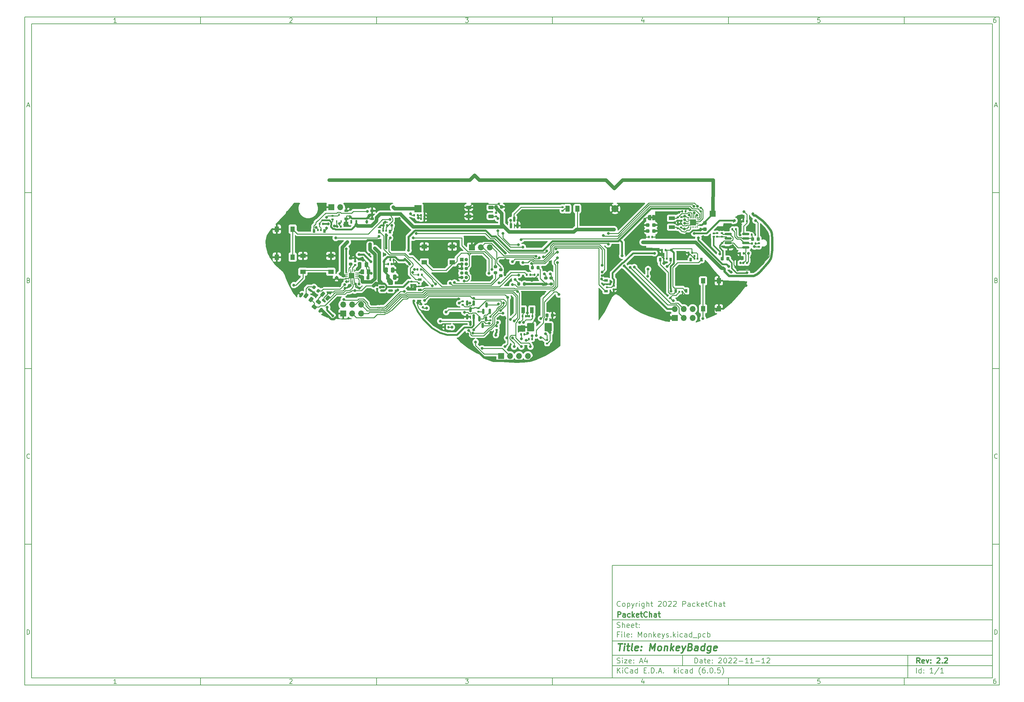
<source format=gbr>
%TF.GenerationSoftware,KiCad,Pcbnew,(6.0.5)*%
%TF.CreationDate,2022-11-12T14:57:52-08:00*%
%TF.ProjectId,Monkeys,4d6f6e6b-6579-4732-9e6b-696361645f70,2.2*%
%TF.SameCoordinates,Original*%
%TF.FileFunction,Copper,L1,Top*%
%TF.FilePolarity,Positive*%
%FSLAX46Y46*%
G04 Gerber Fmt 4.6, Leading zero omitted, Abs format (unit mm)*
G04 Created by KiCad (PCBNEW (6.0.5)) date 2022-11-12 14:57:52*
%MOMM*%
%LPD*%
G01*
G04 APERTURE LIST*
G04 Aperture macros list*
%AMRoundRect*
0 Rectangle with rounded corners*
0 $1 Rounding radius*
0 $2 $3 $4 $5 $6 $7 $8 $9 X,Y pos of 4 corners*
0 Add a 4 corners polygon primitive as box body*
4,1,4,$2,$3,$4,$5,$6,$7,$8,$9,$2,$3,0*
0 Add four circle primitives for the rounded corners*
1,1,$1+$1,$2,$3*
1,1,$1+$1,$4,$5*
1,1,$1+$1,$6,$7*
1,1,$1+$1,$8,$9*
0 Add four rect primitives between the rounded corners*
20,1,$1+$1,$2,$3,$4,$5,0*
20,1,$1+$1,$4,$5,$6,$7,0*
20,1,$1+$1,$6,$7,$8,$9,0*
20,1,$1+$1,$8,$9,$2,$3,0*%
%AMHorizOval*
0 Thick line with rounded ends*
0 $1 width*
0 $2 $3 position (X,Y) of the first rounded end (center of the circle)*
0 $4 $5 position (X,Y) of the second rounded end (center of the circle)*
0 Add line between two ends*
20,1,$1,$2,$3,$4,$5,0*
0 Add two circle primitives to create the rounded ends*
1,1,$1,$2,$3*
1,1,$1,$4,$5*%
%AMFreePoly0*
4,1,22,0.500000,-0.750000,0.000000,-0.750000,0.000000,-0.745033,-0.079941,-0.743568,-0.215256,-0.701293,-0.333266,-0.622738,-0.424486,-0.514219,-0.481581,-0.384460,-0.499164,-0.250000,-0.500000,-0.250000,-0.500000,0.250000,-0.499164,0.250000,-0.499963,0.256109,-0.478152,0.396186,-0.417904,0.524511,-0.324060,0.630769,-0.204165,0.706417,-0.067858,0.745374,0.000000,0.744959,0.000000,0.750000,
0.500000,0.750000,0.500000,-0.750000,0.500000,-0.750000,$1*%
%AMFreePoly1*
4,1,20,0.000000,0.744959,0.073905,0.744508,0.209726,0.703889,0.328688,0.626782,0.421226,0.519385,0.479903,0.390333,0.500000,0.250000,0.500000,-0.250000,0.499851,-0.262216,0.476331,-0.402017,0.414519,-0.529596,0.319384,-0.634700,0.198574,-0.708877,0.061801,-0.746166,0.000000,-0.745033,0.000000,-0.750000,-0.500000,-0.750000,-0.500000,0.750000,0.000000,0.750000,0.000000,0.744959,
0.000000,0.744959,$1*%
G04 Aperture macros list end*
%ADD10C,0.100000*%
%ADD11C,0.150000*%
%ADD12C,0.300000*%
%ADD13C,0.400000*%
%TA.AperFunction,SMDPad,CuDef*%
%ADD14RoundRect,0.218750X0.330141X0.067252X-0.014614X0.336604X-0.330141X-0.067252X0.014614X-0.336604X0*%
%TD*%
%TA.AperFunction,SMDPad,CuDef*%
%ADD15R,0.500000X0.500000*%
%TD*%
%TA.AperFunction,SMDPad,CuDef*%
%ADD16R,0.700000X1.000000*%
%TD*%
%TA.AperFunction,SMDPad,CuDef*%
%ADD17RoundRect,0.140000X-0.170000X0.140000X-0.170000X-0.140000X0.170000X-0.140000X0.170000X0.140000X0*%
%TD*%
%TA.AperFunction,SMDPad,CuDef*%
%ADD18RoundRect,0.140000X0.140000X0.170000X-0.140000X0.170000X-0.140000X-0.170000X0.140000X-0.170000X0*%
%TD*%
%TA.AperFunction,SMDPad,CuDef*%
%ADD19RoundRect,0.225000X-0.225000X-0.250000X0.225000X-0.250000X0.225000X0.250000X-0.225000X0.250000X0*%
%TD*%
%TA.AperFunction,SMDPad,CuDef*%
%ADD20RoundRect,0.150000X0.150000X-0.587500X0.150000X0.587500X-0.150000X0.587500X-0.150000X-0.587500X0*%
%TD*%
%TA.AperFunction,SMDPad,CuDef*%
%ADD21RoundRect,0.135000X-0.185000X0.135000X-0.185000X-0.135000X0.185000X-0.135000X0.185000X0.135000X0*%
%TD*%
%TA.AperFunction,SMDPad,CuDef*%
%ADD22RoundRect,0.135000X-0.135000X-0.185000X0.135000X-0.185000X0.135000X0.185000X-0.135000X0.185000X0*%
%TD*%
%TA.AperFunction,SMDPad,CuDef*%
%ADD23R,1.800000X1.000000*%
%TD*%
%TA.AperFunction,ComponentPad*%
%ADD24R,1.700000X1.700000*%
%TD*%
%TA.AperFunction,ComponentPad*%
%ADD25O,1.700000X1.700000*%
%TD*%
%TA.AperFunction,SMDPad,CuDef*%
%ADD26RoundRect,0.250000X0.787500X0.925000X-0.787500X0.925000X-0.787500X-0.925000X0.787500X-0.925000X0*%
%TD*%
%TA.AperFunction,SMDPad,CuDef*%
%ADD27R,0.340000X0.340000*%
%TD*%
%TA.AperFunction,SMDPad,CuDef*%
%ADD28R,0.610000X0.280000*%
%TD*%
%TA.AperFunction,SMDPad,CuDef*%
%ADD29R,0.280000X0.610000*%
%TD*%
%TA.AperFunction,SMDPad,CuDef*%
%ADD30R,1.700000X1.700000*%
%TD*%
%TA.AperFunction,SMDPad,CuDef*%
%ADD31RoundRect,0.250000X0.262500X0.450000X-0.262500X0.450000X-0.262500X-0.450000X0.262500X-0.450000X0*%
%TD*%
%TA.AperFunction,SMDPad,CuDef*%
%ADD32RoundRect,0.140000X-0.140000X-0.170000X0.140000X-0.170000X0.140000X0.170000X-0.140000X0.170000X0*%
%TD*%
%TA.AperFunction,SMDPad,CuDef*%
%ADD33RoundRect,0.140000X-0.219203X-0.021213X-0.021213X-0.219203X0.219203X0.021213X0.021213X0.219203X0*%
%TD*%
%TA.AperFunction,SMDPad,CuDef*%
%ADD34RoundRect,0.275000X-0.475000X-0.275000X0.475000X-0.275000X0.475000X0.275000X-0.475000X0.275000X0*%
%TD*%
%TA.AperFunction,SMDPad,CuDef*%
%ADD35R,0.600000X1.000000*%
%TD*%
%TA.AperFunction,SMDPad,CuDef*%
%ADD36R,1.000000X0.700000*%
%TD*%
%TA.AperFunction,SMDPad,CuDef*%
%ADD37RoundRect,0.135000X0.185000X-0.135000X0.185000X0.135000X-0.185000X0.135000X-0.185000X-0.135000X0*%
%TD*%
%TA.AperFunction,SMDPad,CuDef*%
%ADD38RoundRect,0.062500X-0.375000X-0.062500X0.375000X-0.062500X0.375000X0.062500X-0.375000X0.062500X0*%
%TD*%
%TA.AperFunction,SMDPad,CuDef*%
%ADD39RoundRect,0.062500X-0.062500X-0.375000X0.062500X-0.375000X0.062500X0.375000X-0.062500X0.375000X0*%
%TD*%
%TA.AperFunction,SMDPad,CuDef*%
%ADD40R,1.600000X1.600000*%
%TD*%
%TA.AperFunction,SMDPad,CuDef*%
%ADD41RoundRect,0.250000X-0.250000X-0.475000X0.250000X-0.475000X0.250000X0.475000X-0.250000X0.475000X0*%
%TD*%
%TA.AperFunction,SMDPad,CuDef*%
%ADD42FreePoly0,180.000000*%
%TD*%
%TA.AperFunction,SMDPad,CuDef*%
%ADD43FreePoly1,180.000000*%
%TD*%
%TA.AperFunction,SMDPad,CuDef*%
%ADD44RoundRect,0.140000X0.170000X-0.140000X0.170000X0.140000X-0.170000X0.140000X-0.170000X-0.140000X0*%
%TD*%
%TA.AperFunction,SMDPad,CuDef*%
%ADD45RoundRect,0.225000X-0.017678X0.335876X-0.335876X0.017678X0.017678X-0.335876X0.335876X-0.017678X0*%
%TD*%
%TA.AperFunction,SMDPad,CuDef*%
%ADD46RoundRect,0.200000X-0.275000X0.200000X-0.275000X-0.200000X0.275000X-0.200000X0.275000X0.200000X0*%
%TD*%
%TA.AperFunction,SMDPad,CuDef*%
%ADD47RoundRect,0.140000X0.216559X-0.040029X0.080812X0.204864X-0.216559X0.040029X-0.080812X-0.204864X0*%
%TD*%
%TA.AperFunction,SMDPad,CuDef*%
%ADD48RoundRect,0.150000X-0.512500X-0.150000X0.512500X-0.150000X0.512500X0.150000X-0.512500X0.150000X0*%
%TD*%
%TA.AperFunction,SMDPad,CuDef*%
%ADD49RoundRect,0.147500X0.147500X0.172500X-0.147500X0.172500X-0.147500X-0.172500X0.147500X-0.172500X0*%
%TD*%
%TA.AperFunction,SMDPad,CuDef*%
%ADD50R,0.450000X0.700000*%
%TD*%
%TA.AperFunction,SMDPad,CuDef*%
%ADD51RoundRect,0.237500X0.237500X-0.287500X0.237500X0.287500X-0.237500X0.287500X-0.237500X-0.287500X0*%
%TD*%
%TA.AperFunction,SMDPad,CuDef*%
%ADD52RoundRect,0.200000X0.275000X-0.200000X0.275000X0.200000X-0.275000X0.200000X-0.275000X-0.200000X0*%
%TD*%
%TA.AperFunction,SMDPad,CuDef*%
%ADD53R,1.550000X1.300000*%
%TD*%
%TA.AperFunction,SMDPad,CuDef*%
%ADD54RoundRect,0.150000X-0.150000X0.587500X-0.150000X-0.587500X0.150000X-0.587500X0.150000X0.587500X0*%
%TD*%
%TA.AperFunction,SMDPad,CuDef*%
%ADD55R,1.300000X1.550000*%
%TD*%
%TA.AperFunction,SMDPad,CuDef*%
%ADD56RoundRect,0.135000X0.135000X0.185000X-0.135000X0.185000X-0.135000X-0.185000X0.135000X-0.185000X0*%
%TD*%
%TA.AperFunction,SMDPad,CuDef*%
%ADD57R,1.000000X1.800000*%
%TD*%
%TA.AperFunction,SMDPad,CuDef*%
%ADD58RoundRect,0.200000X-0.200000X-0.275000X0.200000X-0.275000X0.200000X0.275000X-0.200000X0.275000X0*%
%TD*%
%TA.AperFunction,SMDPad,CuDef*%
%ADD59RoundRect,0.237500X0.287500X0.237500X-0.287500X0.237500X-0.287500X-0.237500X0.287500X-0.237500X0*%
%TD*%
%TA.AperFunction,SMDPad,CuDef*%
%ADD60RoundRect,0.250000X-0.483900X-0.192994X-0.070195X-0.516216X0.483900X0.192994X0.070195X0.516216X0*%
%TD*%
%TA.AperFunction,SMDPad,CuDef*%
%ADD61RoundRect,0.250000X-0.192994X0.483900X-0.516216X0.070195X0.192994X-0.483900X0.516216X-0.070195X0*%
%TD*%
%TA.AperFunction,SMDPad,CuDef*%
%ADD62RoundRect,0.250000X-0.375000X-0.625000X0.375000X-0.625000X0.375000X0.625000X-0.375000X0.625000X0*%
%TD*%
%TA.AperFunction,SMDPad,CuDef*%
%ADD63RoundRect,0.243750X0.472973X0.209462X0.088818X0.509597X-0.472973X-0.209462X-0.088818X-0.509597X0*%
%TD*%
%TA.AperFunction,SMDPad,CuDef*%
%ADD64RoundRect,0.150000X-0.825000X-0.150000X0.825000X-0.150000X0.825000X0.150000X-0.825000X0.150000X0*%
%TD*%
%TA.AperFunction,ComponentPad*%
%ADD65R,1.000000X1.000000*%
%TD*%
%TA.AperFunction,ComponentPad*%
%ADD66O,1.000000X1.000000*%
%TD*%
%TA.AperFunction,ComponentPad*%
%ADD67HorizOval,0.650000X-0.256103X0.200090X0.256103X-0.200090X0*%
%TD*%
%TA.AperFunction,ComponentPad*%
%ADD68HorizOval,0.775000X0.238569X0.305354X-0.238569X-0.305354X0*%
%TD*%
%TA.AperFunction,ComponentPad*%
%ADD69R,2.000000X2.000000*%
%TD*%
%TA.AperFunction,ComponentPad*%
%ADD70C,2.000000*%
%TD*%
%TA.AperFunction,ViaPad*%
%ADD71C,0.800000*%
%TD*%
%TA.AperFunction,Conductor*%
%ADD72C,0.250000*%
%TD*%
%TA.AperFunction,Conductor*%
%ADD73C,0.500000*%
%TD*%
%TA.AperFunction,Conductor*%
%ADD74C,0.600000*%
%TD*%
%TA.AperFunction,Conductor*%
%ADD75C,0.700000*%
%TD*%
%TA.AperFunction,Conductor*%
%ADD76C,1.000000*%
%TD*%
%TA.AperFunction,Conductor*%
%ADD77C,0.220000*%
%TD*%
%TA.AperFunction,Conductor*%
%ADD78C,0.240000*%
%TD*%
%TA.AperFunction,Conductor*%
%ADD79C,0.400000*%
%TD*%
%TA.AperFunction,Conductor*%
%ADD80C,0.200000*%
%TD*%
G04 APERTURE END LIST*
D10*
D11*
X177002200Y-166007200D02*
X177002200Y-198007200D01*
X285002200Y-198007200D01*
X285002200Y-166007200D01*
X177002200Y-166007200D01*
D10*
D11*
X10000000Y-10000000D02*
X10000000Y-200007200D01*
X287002200Y-200007200D01*
X287002200Y-10000000D01*
X10000000Y-10000000D01*
D10*
D11*
X12000000Y-12000000D02*
X12000000Y-198007200D01*
X285002200Y-198007200D01*
X285002200Y-12000000D01*
X12000000Y-12000000D01*
D10*
D11*
X60000000Y-12000000D02*
X60000000Y-10000000D01*
D10*
D11*
X110000000Y-12000000D02*
X110000000Y-10000000D01*
D10*
D11*
X160000000Y-12000000D02*
X160000000Y-10000000D01*
D10*
D11*
X210000000Y-12000000D02*
X210000000Y-10000000D01*
D10*
D11*
X260000000Y-12000000D02*
X260000000Y-10000000D01*
D10*
D11*
X36065476Y-11588095D02*
X35322619Y-11588095D01*
X35694047Y-11588095D02*
X35694047Y-10288095D01*
X35570238Y-10473809D01*
X35446428Y-10597619D01*
X35322619Y-10659523D01*
D10*
D11*
X85322619Y-10411904D02*
X85384523Y-10350000D01*
X85508333Y-10288095D01*
X85817857Y-10288095D01*
X85941666Y-10350000D01*
X86003571Y-10411904D01*
X86065476Y-10535714D01*
X86065476Y-10659523D01*
X86003571Y-10845238D01*
X85260714Y-11588095D01*
X86065476Y-11588095D01*
D10*
D11*
X135260714Y-10288095D02*
X136065476Y-10288095D01*
X135632142Y-10783333D01*
X135817857Y-10783333D01*
X135941666Y-10845238D01*
X136003571Y-10907142D01*
X136065476Y-11030952D01*
X136065476Y-11340476D01*
X136003571Y-11464285D01*
X135941666Y-11526190D01*
X135817857Y-11588095D01*
X135446428Y-11588095D01*
X135322619Y-11526190D01*
X135260714Y-11464285D01*
D10*
D11*
X185941666Y-10721428D02*
X185941666Y-11588095D01*
X185632142Y-10226190D02*
X185322619Y-11154761D01*
X186127380Y-11154761D01*
D10*
D11*
X236003571Y-10288095D02*
X235384523Y-10288095D01*
X235322619Y-10907142D01*
X235384523Y-10845238D01*
X235508333Y-10783333D01*
X235817857Y-10783333D01*
X235941666Y-10845238D01*
X236003571Y-10907142D01*
X236065476Y-11030952D01*
X236065476Y-11340476D01*
X236003571Y-11464285D01*
X235941666Y-11526190D01*
X235817857Y-11588095D01*
X235508333Y-11588095D01*
X235384523Y-11526190D01*
X235322619Y-11464285D01*
D10*
D11*
X285941666Y-10288095D02*
X285694047Y-10288095D01*
X285570238Y-10350000D01*
X285508333Y-10411904D01*
X285384523Y-10597619D01*
X285322619Y-10845238D01*
X285322619Y-11340476D01*
X285384523Y-11464285D01*
X285446428Y-11526190D01*
X285570238Y-11588095D01*
X285817857Y-11588095D01*
X285941666Y-11526190D01*
X286003571Y-11464285D01*
X286065476Y-11340476D01*
X286065476Y-11030952D01*
X286003571Y-10907142D01*
X285941666Y-10845238D01*
X285817857Y-10783333D01*
X285570238Y-10783333D01*
X285446428Y-10845238D01*
X285384523Y-10907142D01*
X285322619Y-11030952D01*
D10*
D11*
X60000000Y-198007200D02*
X60000000Y-200007200D01*
D10*
D11*
X110000000Y-198007200D02*
X110000000Y-200007200D01*
D10*
D11*
X160000000Y-198007200D02*
X160000000Y-200007200D01*
D10*
D11*
X210000000Y-198007200D02*
X210000000Y-200007200D01*
D10*
D11*
X260000000Y-198007200D02*
X260000000Y-200007200D01*
D10*
D11*
X36065476Y-199595295D02*
X35322619Y-199595295D01*
X35694047Y-199595295D02*
X35694047Y-198295295D01*
X35570238Y-198481009D01*
X35446428Y-198604819D01*
X35322619Y-198666723D01*
D10*
D11*
X85322619Y-198419104D02*
X85384523Y-198357200D01*
X85508333Y-198295295D01*
X85817857Y-198295295D01*
X85941666Y-198357200D01*
X86003571Y-198419104D01*
X86065476Y-198542914D01*
X86065476Y-198666723D01*
X86003571Y-198852438D01*
X85260714Y-199595295D01*
X86065476Y-199595295D01*
D10*
D11*
X135260714Y-198295295D02*
X136065476Y-198295295D01*
X135632142Y-198790533D01*
X135817857Y-198790533D01*
X135941666Y-198852438D01*
X136003571Y-198914342D01*
X136065476Y-199038152D01*
X136065476Y-199347676D01*
X136003571Y-199471485D01*
X135941666Y-199533390D01*
X135817857Y-199595295D01*
X135446428Y-199595295D01*
X135322619Y-199533390D01*
X135260714Y-199471485D01*
D10*
D11*
X185941666Y-198728628D02*
X185941666Y-199595295D01*
X185632142Y-198233390D02*
X185322619Y-199161961D01*
X186127380Y-199161961D01*
D10*
D11*
X236003571Y-198295295D02*
X235384523Y-198295295D01*
X235322619Y-198914342D01*
X235384523Y-198852438D01*
X235508333Y-198790533D01*
X235817857Y-198790533D01*
X235941666Y-198852438D01*
X236003571Y-198914342D01*
X236065476Y-199038152D01*
X236065476Y-199347676D01*
X236003571Y-199471485D01*
X235941666Y-199533390D01*
X235817857Y-199595295D01*
X235508333Y-199595295D01*
X235384523Y-199533390D01*
X235322619Y-199471485D01*
D10*
D11*
X285941666Y-198295295D02*
X285694047Y-198295295D01*
X285570238Y-198357200D01*
X285508333Y-198419104D01*
X285384523Y-198604819D01*
X285322619Y-198852438D01*
X285322619Y-199347676D01*
X285384523Y-199471485D01*
X285446428Y-199533390D01*
X285570238Y-199595295D01*
X285817857Y-199595295D01*
X285941666Y-199533390D01*
X286003571Y-199471485D01*
X286065476Y-199347676D01*
X286065476Y-199038152D01*
X286003571Y-198914342D01*
X285941666Y-198852438D01*
X285817857Y-198790533D01*
X285570238Y-198790533D01*
X285446428Y-198852438D01*
X285384523Y-198914342D01*
X285322619Y-199038152D01*
D10*
D11*
X10000000Y-60000000D02*
X12000000Y-60000000D01*
D10*
D11*
X10000000Y-110000000D02*
X12000000Y-110000000D01*
D10*
D11*
X10000000Y-160000000D02*
X12000000Y-160000000D01*
D10*
D11*
X10690476Y-35216666D02*
X11309523Y-35216666D01*
X10566666Y-35588095D02*
X11000000Y-34288095D01*
X11433333Y-35588095D01*
D10*
D11*
X11092857Y-84907142D02*
X11278571Y-84969047D01*
X11340476Y-85030952D01*
X11402380Y-85154761D01*
X11402380Y-85340476D01*
X11340476Y-85464285D01*
X11278571Y-85526190D01*
X11154761Y-85588095D01*
X10659523Y-85588095D01*
X10659523Y-84288095D01*
X11092857Y-84288095D01*
X11216666Y-84350000D01*
X11278571Y-84411904D01*
X11340476Y-84535714D01*
X11340476Y-84659523D01*
X11278571Y-84783333D01*
X11216666Y-84845238D01*
X11092857Y-84907142D01*
X10659523Y-84907142D01*
D10*
D11*
X11402380Y-135464285D02*
X11340476Y-135526190D01*
X11154761Y-135588095D01*
X11030952Y-135588095D01*
X10845238Y-135526190D01*
X10721428Y-135402380D01*
X10659523Y-135278571D01*
X10597619Y-135030952D01*
X10597619Y-134845238D01*
X10659523Y-134597619D01*
X10721428Y-134473809D01*
X10845238Y-134350000D01*
X11030952Y-134288095D01*
X11154761Y-134288095D01*
X11340476Y-134350000D01*
X11402380Y-134411904D01*
D10*
D11*
X10659523Y-185588095D02*
X10659523Y-184288095D01*
X10969047Y-184288095D01*
X11154761Y-184350000D01*
X11278571Y-184473809D01*
X11340476Y-184597619D01*
X11402380Y-184845238D01*
X11402380Y-185030952D01*
X11340476Y-185278571D01*
X11278571Y-185402380D01*
X11154761Y-185526190D01*
X10969047Y-185588095D01*
X10659523Y-185588095D01*
D10*
D11*
X287002200Y-60000000D02*
X285002200Y-60000000D01*
D10*
D11*
X287002200Y-110000000D02*
X285002200Y-110000000D01*
D10*
D11*
X287002200Y-160000000D02*
X285002200Y-160000000D01*
D10*
D11*
X285692676Y-35216666D02*
X286311723Y-35216666D01*
X285568866Y-35588095D02*
X286002200Y-34288095D01*
X286435533Y-35588095D01*
D10*
D11*
X286095057Y-84907142D02*
X286280771Y-84969047D01*
X286342676Y-85030952D01*
X286404580Y-85154761D01*
X286404580Y-85340476D01*
X286342676Y-85464285D01*
X286280771Y-85526190D01*
X286156961Y-85588095D01*
X285661723Y-85588095D01*
X285661723Y-84288095D01*
X286095057Y-84288095D01*
X286218866Y-84350000D01*
X286280771Y-84411904D01*
X286342676Y-84535714D01*
X286342676Y-84659523D01*
X286280771Y-84783333D01*
X286218866Y-84845238D01*
X286095057Y-84907142D01*
X285661723Y-84907142D01*
D10*
D11*
X286404580Y-135464285D02*
X286342676Y-135526190D01*
X286156961Y-135588095D01*
X286033152Y-135588095D01*
X285847438Y-135526190D01*
X285723628Y-135402380D01*
X285661723Y-135278571D01*
X285599819Y-135030952D01*
X285599819Y-134845238D01*
X285661723Y-134597619D01*
X285723628Y-134473809D01*
X285847438Y-134350000D01*
X286033152Y-134288095D01*
X286156961Y-134288095D01*
X286342676Y-134350000D01*
X286404580Y-134411904D01*
D10*
D11*
X285661723Y-185588095D02*
X285661723Y-184288095D01*
X285971247Y-184288095D01*
X286156961Y-184350000D01*
X286280771Y-184473809D01*
X286342676Y-184597619D01*
X286404580Y-184845238D01*
X286404580Y-185030952D01*
X286342676Y-185278571D01*
X286280771Y-185402380D01*
X286156961Y-185526190D01*
X285971247Y-185588095D01*
X285661723Y-185588095D01*
D10*
D11*
X200434342Y-193785771D02*
X200434342Y-192285771D01*
X200791485Y-192285771D01*
X201005771Y-192357200D01*
X201148628Y-192500057D01*
X201220057Y-192642914D01*
X201291485Y-192928628D01*
X201291485Y-193142914D01*
X201220057Y-193428628D01*
X201148628Y-193571485D01*
X201005771Y-193714342D01*
X200791485Y-193785771D01*
X200434342Y-193785771D01*
X202577200Y-193785771D02*
X202577200Y-193000057D01*
X202505771Y-192857200D01*
X202362914Y-192785771D01*
X202077200Y-192785771D01*
X201934342Y-192857200D01*
X202577200Y-193714342D02*
X202434342Y-193785771D01*
X202077200Y-193785771D01*
X201934342Y-193714342D01*
X201862914Y-193571485D01*
X201862914Y-193428628D01*
X201934342Y-193285771D01*
X202077200Y-193214342D01*
X202434342Y-193214342D01*
X202577200Y-193142914D01*
X203077200Y-192785771D02*
X203648628Y-192785771D01*
X203291485Y-192285771D02*
X203291485Y-193571485D01*
X203362914Y-193714342D01*
X203505771Y-193785771D01*
X203648628Y-193785771D01*
X204720057Y-193714342D02*
X204577200Y-193785771D01*
X204291485Y-193785771D01*
X204148628Y-193714342D01*
X204077200Y-193571485D01*
X204077200Y-193000057D01*
X204148628Y-192857200D01*
X204291485Y-192785771D01*
X204577200Y-192785771D01*
X204720057Y-192857200D01*
X204791485Y-193000057D01*
X204791485Y-193142914D01*
X204077200Y-193285771D01*
X205434342Y-193642914D02*
X205505771Y-193714342D01*
X205434342Y-193785771D01*
X205362914Y-193714342D01*
X205434342Y-193642914D01*
X205434342Y-193785771D01*
X205434342Y-192857200D02*
X205505771Y-192928628D01*
X205434342Y-193000057D01*
X205362914Y-192928628D01*
X205434342Y-192857200D01*
X205434342Y-193000057D01*
X207220057Y-192428628D02*
X207291485Y-192357200D01*
X207434342Y-192285771D01*
X207791485Y-192285771D01*
X207934342Y-192357200D01*
X208005771Y-192428628D01*
X208077200Y-192571485D01*
X208077200Y-192714342D01*
X208005771Y-192928628D01*
X207148628Y-193785771D01*
X208077200Y-193785771D01*
X209005771Y-192285771D02*
X209148628Y-192285771D01*
X209291485Y-192357200D01*
X209362914Y-192428628D01*
X209434342Y-192571485D01*
X209505771Y-192857200D01*
X209505771Y-193214342D01*
X209434342Y-193500057D01*
X209362914Y-193642914D01*
X209291485Y-193714342D01*
X209148628Y-193785771D01*
X209005771Y-193785771D01*
X208862914Y-193714342D01*
X208791485Y-193642914D01*
X208720057Y-193500057D01*
X208648628Y-193214342D01*
X208648628Y-192857200D01*
X208720057Y-192571485D01*
X208791485Y-192428628D01*
X208862914Y-192357200D01*
X209005771Y-192285771D01*
X210077200Y-192428628D02*
X210148628Y-192357200D01*
X210291485Y-192285771D01*
X210648628Y-192285771D01*
X210791485Y-192357200D01*
X210862914Y-192428628D01*
X210934342Y-192571485D01*
X210934342Y-192714342D01*
X210862914Y-192928628D01*
X210005771Y-193785771D01*
X210934342Y-193785771D01*
X211505771Y-192428628D02*
X211577200Y-192357200D01*
X211720057Y-192285771D01*
X212077200Y-192285771D01*
X212220057Y-192357200D01*
X212291485Y-192428628D01*
X212362914Y-192571485D01*
X212362914Y-192714342D01*
X212291485Y-192928628D01*
X211434342Y-193785771D01*
X212362914Y-193785771D01*
X213005771Y-193214342D02*
X214148628Y-193214342D01*
X215648628Y-193785771D02*
X214791485Y-193785771D01*
X215220057Y-193785771D02*
X215220057Y-192285771D01*
X215077200Y-192500057D01*
X214934342Y-192642914D01*
X214791485Y-192714342D01*
X217077200Y-193785771D02*
X216220057Y-193785771D01*
X216648628Y-193785771D02*
X216648628Y-192285771D01*
X216505771Y-192500057D01*
X216362914Y-192642914D01*
X216220057Y-192714342D01*
X217720057Y-193214342D02*
X218862914Y-193214342D01*
X220362914Y-193785771D02*
X219505771Y-193785771D01*
X219934342Y-193785771D02*
X219934342Y-192285771D01*
X219791485Y-192500057D01*
X219648628Y-192642914D01*
X219505771Y-192714342D01*
X220934342Y-192428628D02*
X221005771Y-192357200D01*
X221148628Y-192285771D01*
X221505771Y-192285771D01*
X221648628Y-192357200D01*
X221720057Y-192428628D01*
X221791485Y-192571485D01*
X221791485Y-192714342D01*
X221720057Y-192928628D01*
X220862914Y-193785771D01*
X221791485Y-193785771D01*
D10*
D11*
X177002200Y-194507200D02*
X285002200Y-194507200D01*
D10*
D11*
X178434342Y-196585771D02*
X178434342Y-195085771D01*
X179291485Y-196585771D02*
X178648628Y-195728628D01*
X179291485Y-195085771D02*
X178434342Y-195942914D01*
X179934342Y-196585771D02*
X179934342Y-195585771D01*
X179934342Y-195085771D02*
X179862914Y-195157200D01*
X179934342Y-195228628D01*
X180005771Y-195157200D01*
X179934342Y-195085771D01*
X179934342Y-195228628D01*
X181505771Y-196442914D02*
X181434342Y-196514342D01*
X181220057Y-196585771D01*
X181077200Y-196585771D01*
X180862914Y-196514342D01*
X180720057Y-196371485D01*
X180648628Y-196228628D01*
X180577200Y-195942914D01*
X180577200Y-195728628D01*
X180648628Y-195442914D01*
X180720057Y-195300057D01*
X180862914Y-195157200D01*
X181077200Y-195085771D01*
X181220057Y-195085771D01*
X181434342Y-195157200D01*
X181505771Y-195228628D01*
X182791485Y-196585771D02*
X182791485Y-195800057D01*
X182720057Y-195657200D01*
X182577200Y-195585771D01*
X182291485Y-195585771D01*
X182148628Y-195657200D01*
X182791485Y-196514342D02*
X182648628Y-196585771D01*
X182291485Y-196585771D01*
X182148628Y-196514342D01*
X182077200Y-196371485D01*
X182077200Y-196228628D01*
X182148628Y-196085771D01*
X182291485Y-196014342D01*
X182648628Y-196014342D01*
X182791485Y-195942914D01*
X184148628Y-196585771D02*
X184148628Y-195085771D01*
X184148628Y-196514342D02*
X184005771Y-196585771D01*
X183720057Y-196585771D01*
X183577200Y-196514342D01*
X183505771Y-196442914D01*
X183434342Y-196300057D01*
X183434342Y-195871485D01*
X183505771Y-195728628D01*
X183577200Y-195657200D01*
X183720057Y-195585771D01*
X184005771Y-195585771D01*
X184148628Y-195657200D01*
X186005771Y-195800057D02*
X186505771Y-195800057D01*
X186720057Y-196585771D02*
X186005771Y-196585771D01*
X186005771Y-195085771D01*
X186720057Y-195085771D01*
X187362914Y-196442914D02*
X187434342Y-196514342D01*
X187362914Y-196585771D01*
X187291485Y-196514342D01*
X187362914Y-196442914D01*
X187362914Y-196585771D01*
X188077200Y-196585771D02*
X188077200Y-195085771D01*
X188434342Y-195085771D01*
X188648628Y-195157200D01*
X188791485Y-195300057D01*
X188862914Y-195442914D01*
X188934342Y-195728628D01*
X188934342Y-195942914D01*
X188862914Y-196228628D01*
X188791485Y-196371485D01*
X188648628Y-196514342D01*
X188434342Y-196585771D01*
X188077200Y-196585771D01*
X189577200Y-196442914D02*
X189648628Y-196514342D01*
X189577200Y-196585771D01*
X189505771Y-196514342D01*
X189577200Y-196442914D01*
X189577200Y-196585771D01*
X190220057Y-196157200D02*
X190934342Y-196157200D01*
X190077200Y-196585771D02*
X190577200Y-195085771D01*
X191077200Y-196585771D01*
X191577200Y-196442914D02*
X191648628Y-196514342D01*
X191577200Y-196585771D01*
X191505771Y-196514342D01*
X191577200Y-196442914D01*
X191577200Y-196585771D01*
X194577200Y-196585771D02*
X194577200Y-195085771D01*
X194720057Y-196014342D02*
X195148628Y-196585771D01*
X195148628Y-195585771D02*
X194577200Y-196157200D01*
X195791485Y-196585771D02*
X195791485Y-195585771D01*
X195791485Y-195085771D02*
X195720057Y-195157200D01*
X195791485Y-195228628D01*
X195862914Y-195157200D01*
X195791485Y-195085771D01*
X195791485Y-195228628D01*
X197148628Y-196514342D02*
X197005771Y-196585771D01*
X196720057Y-196585771D01*
X196577200Y-196514342D01*
X196505771Y-196442914D01*
X196434342Y-196300057D01*
X196434342Y-195871485D01*
X196505771Y-195728628D01*
X196577200Y-195657200D01*
X196720057Y-195585771D01*
X197005771Y-195585771D01*
X197148628Y-195657200D01*
X198434342Y-196585771D02*
X198434342Y-195800057D01*
X198362914Y-195657200D01*
X198220057Y-195585771D01*
X197934342Y-195585771D01*
X197791485Y-195657200D01*
X198434342Y-196514342D02*
X198291485Y-196585771D01*
X197934342Y-196585771D01*
X197791485Y-196514342D01*
X197720057Y-196371485D01*
X197720057Y-196228628D01*
X197791485Y-196085771D01*
X197934342Y-196014342D01*
X198291485Y-196014342D01*
X198434342Y-195942914D01*
X199791485Y-196585771D02*
X199791485Y-195085771D01*
X199791485Y-196514342D02*
X199648628Y-196585771D01*
X199362914Y-196585771D01*
X199220057Y-196514342D01*
X199148628Y-196442914D01*
X199077200Y-196300057D01*
X199077200Y-195871485D01*
X199148628Y-195728628D01*
X199220057Y-195657200D01*
X199362914Y-195585771D01*
X199648628Y-195585771D01*
X199791485Y-195657200D01*
X202077200Y-197157200D02*
X202005771Y-197085771D01*
X201862914Y-196871485D01*
X201791485Y-196728628D01*
X201720057Y-196514342D01*
X201648628Y-196157200D01*
X201648628Y-195871485D01*
X201720057Y-195514342D01*
X201791485Y-195300057D01*
X201862914Y-195157200D01*
X202005771Y-194942914D01*
X202077200Y-194871485D01*
X203291485Y-195085771D02*
X203005771Y-195085771D01*
X202862914Y-195157200D01*
X202791485Y-195228628D01*
X202648628Y-195442914D01*
X202577200Y-195728628D01*
X202577200Y-196300057D01*
X202648628Y-196442914D01*
X202720057Y-196514342D01*
X202862914Y-196585771D01*
X203148628Y-196585771D01*
X203291485Y-196514342D01*
X203362914Y-196442914D01*
X203434342Y-196300057D01*
X203434342Y-195942914D01*
X203362914Y-195800057D01*
X203291485Y-195728628D01*
X203148628Y-195657200D01*
X202862914Y-195657200D01*
X202720057Y-195728628D01*
X202648628Y-195800057D01*
X202577200Y-195942914D01*
X204077200Y-196442914D02*
X204148628Y-196514342D01*
X204077200Y-196585771D01*
X204005771Y-196514342D01*
X204077200Y-196442914D01*
X204077200Y-196585771D01*
X205077200Y-195085771D02*
X205220057Y-195085771D01*
X205362914Y-195157200D01*
X205434342Y-195228628D01*
X205505771Y-195371485D01*
X205577200Y-195657200D01*
X205577200Y-196014342D01*
X205505771Y-196300057D01*
X205434342Y-196442914D01*
X205362914Y-196514342D01*
X205220057Y-196585771D01*
X205077200Y-196585771D01*
X204934342Y-196514342D01*
X204862914Y-196442914D01*
X204791485Y-196300057D01*
X204720057Y-196014342D01*
X204720057Y-195657200D01*
X204791485Y-195371485D01*
X204862914Y-195228628D01*
X204934342Y-195157200D01*
X205077200Y-195085771D01*
X206220057Y-196442914D02*
X206291485Y-196514342D01*
X206220057Y-196585771D01*
X206148628Y-196514342D01*
X206220057Y-196442914D01*
X206220057Y-196585771D01*
X207648628Y-195085771D02*
X206934342Y-195085771D01*
X206862914Y-195800057D01*
X206934342Y-195728628D01*
X207077200Y-195657200D01*
X207434342Y-195657200D01*
X207577200Y-195728628D01*
X207648628Y-195800057D01*
X207720057Y-195942914D01*
X207720057Y-196300057D01*
X207648628Y-196442914D01*
X207577200Y-196514342D01*
X207434342Y-196585771D01*
X207077200Y-196585771D01*
X206934342Y-196514342D01*
X206862914Y-196442914D01*
X208220057Y-197157200D02*
X208291485Y-197085771D01*
X208434342Y-196871485D01*
X208505771Y-196728628D01*
X208577200Y-196514342D01*
X208648628Y-196157200D01*
X208648628Y-195871485D01*
X208577200Y-195514342D01*
X208505771Y-195300057D01*
X208434342Y-195157200D01*
X208291485Y-194942914D01*
X208220057Y-194871485D01*
D10*
D11*
X177002200Y-191507200D02*
X285002200Y-191507200D01*
D10*
D12*
X264411485Y-193785771D02*
X263911485Y-193071485D01*
X263554342Y-193785771D02*
X263554342Y-192285771D01*
X264125771Y-192285771D01*
X264268628Y-192357200D01*
X264340057Y-192428628D01*
X264411485Y-192571485D01*
X264411485Y-192785771D01*
X264340057Y-192928628D01*
X264268628Y-193000057D01*
X264125771Y-193071485D01*
X263554342Y-193071485D01*
X265625771Y-193714342D02*
X265482914Y-193785771D01*
X265197200Y-193785771D01*
X265054342Y-193714342D01*
X264982914Y-193571485D01*
X264982914Y-193000057D01*
X265054342Y-192857200D01*
X265197200Y-192785771D01*
X265482914Y-192785771D01*
X265625771Y-192857200D01*
X265697200Y-193000057D01*
X265697200Y-193142914D01*
X264982914Y-193285771D01*
X266197200Y-192785771D02*
X266554342Y-193785771D01*
X266911485Y-192785771D01*
X267482914Y-193642914D02*
X267554342Y-193714342D01*
X267482914Y-193785771D01*
X267411485Y-193714342D01*
X267482914Y-193642914D01*
X267482914Y-193785771D01*
X267482914Y-192857200D02*
X267554342Y-192928628D01*
X267482914Y-193000057D01*
X267411485Y-192928628D01*
X267482914Y-192857200D01*
X267482914Y-193000057D01*
X269268628Y-192428628D02*
X269340057Y-192357200D01*
X269482914Y-192285771D01*
X269840057Y-192285771D01*
X269982914Y-192357200D01*
X270054342Y-192428628D01*
X270125771Y-192571485D01*
X270125771Y-192714342D01*
X270054342Y-192928628D01*
X269197200Y-193785771D01*
X270125771Y-193785771D01*
X270768628Y-193642914D02*
X270840057Y-193714342D01*
X270768628Y-193785771D01*
X270697200Y-193714342D01*
X270768628Y-193642914D01*
X270768628Y-193785771D01*
X271411485Y-192428628D02*
X271482914Y-192357200D01*
X271625771Y-192285771D01*
X271982914Y-192285771D01*
X272125771Y-192357200D01*
X272197200Y-192428628D01*
X272268628Y-192571485D01*
X272268628Y-192714342D01*
X272197200Y-192928628D01*
X271340057Y-193785771D01*
X272268628Y-193785771D01*
D10*
D11*
X178362914Y-193714342D02*
X178577200Y-193785771D01*
X178934342Y-193785771D01*
X179077200Y-193714342D01*
X179148628Y-193642914D01*
X179220057Y-193500057D01*
X179220057Y-193357200D01*
X179148628Y-193214342D01*
X179077200Y-193142914D01*
X178934342Y-193071485D01*
X178648628Y-193000057D01*
X178505771Y-192928628D01*
X178434342Y-192857200D01*
X178362914Y-192714342D01*
X178362914Y-192571485D01*
X178434342Y-192428628D01*
X178505771Y-192357200D01*
X178648628Y-192285771D01*
X179005771Y-192285771D01*
X179220057Y-192357200D01*
X179862914Y-193785771D02*
X179862914Y-192785771D01*
X179862914Y-192285771D02*
X179791485Y-192357200D01*
X179862914Y-192428628D01*
X179934342Y-192357200D01*
X179862914Y-192285771D01*
X179862914Y-192428628D01*
X180434342Y-192785771D02*
X181220057Y-192785771D01*
X180434342Y-193785771D01*
X181220057Y-193785771D01*
X182362914Y-193714342D02*
X182220057Y-193785771D01*
X181934342Y-193785771D01*
X181791485Y-193714342D01*
X181720057Y-193571485D01*
X181720057Y-193000057D01*
X181791485Y-192857200D01*
X181934342Y-192785771D01*
X182220057Y-192785771D01*
X182362914Y-192857200D01*
X182434342Y-193000057D01*
X182434342Y-193142914D01*
X181720057Y-193285771D01*
X183077200Y-193642914D02*
X183148628Y-193714342D01*
X183077200Y-193785771D01*
X183005771Y-193714342D01*
X183077200Y-193642914D01*
X183077200Y-193785771D01*
X183077200Y-192857200D02*
X183148628Y-192928628D01*
X183077200Y-193000057D01*
X183005771Y-192928628D01*
X183077200Y-192857200D01*
X183077200Y-193000057D01*
X184862914Y-193357200D02*
X185577200Y-193357200D01*
X184720057Y-193785771D02*
X185220057Y-192285771D01*
X185720057Y-193785771D01*
X186862914Y-192785771D02*
X186862914Y-193785771D01*
X186505771Y-192214342D02*
X186148628Y-193285771D01*
X187077200Y-193285771D01*
D10*
D11*
X263434342Y-196585771D02*
X263434342Y-195085771D01*
X264791485Y-196585771D02*
X264791485Y-195085771D01*
X264791485Y-196514342D02*
X264648628Y-196585771D01*
X264362914Y-196585771D01*
X264220057Y-196514342D01*
X264148628Y-196442914D01*
X264077200Y-196300057D01*
X264077200Y-195871485D01*
X264148628Y-195728628D01*
X264220057Y-195657200D01*
X264362914Y-195585771D01*
X264648628Y-195585771D01*
X264791485Y-195657200D01*
X265505771Y-196442914D02*
X265577200Y-196514342D01*
X265505771Y-196585771D01*
X265434342Y-196514342D01*
X265505771Y-196442914D01*
X265505771Y-196585771D01*
X265505771Y-195657200D02*
X265577200Y-195728628D01*
X265505771Y-195800057D01*
X265434342Y-195728628D01*
X265505771Y-195657200D01*
X265505771Y-195800057D01*
X268148628Y-196585771D02*
X267291485Y-196585771D01*
X267720057Y-196585771D02*
X267720057Y-195085771D01*
X267577200Y-195300057D01*
X267434342Y-195442914D01*
X267291485Y-195514342D01*
X269862914Y-195014342D02*
X268577200Y-196942914D01*
X271148628Y-196585771D02*
X270291485Y-196585771D01*
X270720057Y-196585771D02*
X270720057Y-195085771D01*
X270577200Y-195300057D01*
X270434342Y-195442914D01*
X270291485Y-195514342D01*
D10*
D11*
X177002200Y-187507200D02*
X285002200Y-187507200D01*
D10*
D13*
X178714580Y-188211961D02*
X179857438Y-188211961D01*
X179036009Y-190211961D02*
X179286009Y-188211961D01*
X180274104Y-190211961D02*
X180440771Y-188878628D01*
X180524104Y-188211961D02*
X180416961Y-188307200D01*
X180500295Y-188402438D01*
X180607438Y-188307200D01*
X180524104Y-188211961D01*
X180500295Y-188402438D01*
X181107438Y-188878628D02*
X181869342Y-188878628D01*
X181476485Y-188211961D02*
X181262200Y-189926247D01*
X181333628Y-190116723D01*
X181512200Y-190211961D01*
X181702676Y-190211961D01*
X182655057Y-190211961D02*
X182476485Y-190116723D01*
X182405057Y-189926247D01*
X182619342Y-188211961D01*
X184190771Y-190116723D02*
X183988390Y-190211961D01*
X183607438Y-190211961D01*
X183428866Y-190116723D01*
X183357438Y-189926247D01*
X183452676Y-189164342D01*
X183571723Y-188973866D01*
X183774104Y-188878628D01*
X184155057Y-188878628D01*
X184333628Y-188973866D01*
X184405057Y-189164342D01*
X184381247Y-189354819D01*
X183405057Y-189545295D01*
X185155057Y-190021485D02*
X185238390Y-190116723D01*
X185131247Y-190211961D01*
X185047914Y-190116723D01*
X185155057Y-190021485D01*
X185131247Y-190211961D01*
X185286009Y-188973866D02*
X185369342Y-189069104D01*
X185262200Y-189164342D01*
X185178866Y-189069104D01*
X185286009Y-188973866D01*
X185262200Y-189164342D01*
X187607438Y-190211961D02*
X187857438Y-188211961D01*
X188345533Y-189640533D01*
X189190771Y-188211961D01*
X188940771Y-190211961D01*
X190178866Y-190211961D02*
X190000295Y-190116723D01*
X189916961Y-190021485D01*
X189845533Y-189831009D01*
X189916961Y-189259580D01*
X190036009Y-189069104D01*
X190143152Y-188973866D01*
X190345533Y-188878628D01*
X190631247Y-188878628D01*
X190809819Y-188973866D01*
X190893152Y-189069104D01*
X190964580Y-189259580D01*
X190893152Y-189831009D01*
X190774104Y-190021485D01*
X190666961Y-190116723D01*
X190464580Y-190211961D01*
X190178866Y-190211961D01*
X191869342Y-188878628D02*
X191702676Y-190211961D01*
X191845533Y-189069104D02*
X191952676Y-188973866D01*
X192155057Y-188878628D01*
X192440771Y-188878628D01*
X192619342Y-188973866D01*
X192690771Y-189164342D01*
X192559819Y-190211961D01*
X193512200Y-190211961D02*
X193762200Y-188211961D01*
X193797914Y-189450057D02*
X194274104Y-190211961D01*
X194440771Y-188878628D02*
X193583628Y-189640533D01*
X195905057Y-190116723D02*
X195702676Y-190211961D01*
X195321723Y-190211961D01*
X195143152Y-190116723D01*
X195071723Y-189926247D01*
X195166961Y-189164342D01*
X195286009Y-188973866D01*
X195488390Y-188878628D01*
X195869342Y-188878628D01*
X196047914Y-188973866D01*
X196119342Y-189164342D01*
X196095533Y-189354819D01*
X195119342Y-189545295D01*
X196821723Y-188878628D02*
X197131247Y-190211961D01*
X197774104Y-188878628D02*
X197131247Y-190211961D01*
X196881247Y-190688152D01*
X196774104Y-190783390D01*
X196571723Y-190878628D01*
X199166961Y-189164342D02*
X199440771Y-189259580D01*
X199524104Y-189354819D01*
X199595533Y-189545295D01*
X199559819Y-189831009D01*
X199440771Y-190021485D01*
X199333628Y-190116723D01*
X199131247Y-190211961D01*
X198369342Y-190211961D01*
X198619342Y-188211961D01*
X199286009Y-188211961D01*
X199464580Y-188307200D01*
X199547914Y-188402438D01*
X199619342Y-188592914D01*
X199595533Y-188783390D01*
X199476485Y-188973866D01*
X199369342Y-189069104D01*
X199166961Y-189164342D01*
X198500295Y-189164342D01*
X201226485Y-190211961D02*
X201357438Y-189164342D01*
X201286009Y-188973866D01*
X201107438Y-188878628D01*
X200726485Y-188878628D01*
X200524104Y-188973866D01*
X201238390Y-190116723D02*
X201036009Y-190211961D01*
X200559819Y-190211961D01*
X200381247Y-190116723D01*
X200309819Y-189926247D01*
X200333628Y-189735771D01*
X200452676Y-189545295D01*
X200655057Y-189450057D01*
X201131247Y-189450057D01*
X201333628Y-189354819D01*
X203036009Y-190211961D02*
X203286009Y-188211961D01*
X203047914Y-190116723D02*
X202845533Y-190211961D01*
X202464580Y-190211961D01*
X202286009Y-190116723D01*
X202202676Y-190021485D01*
X202131247Y-189831009D01*
X202202676Y-189259580D01*
X202321723Y-189069104D01*
X202428866Y-188973866D01*
X202631247Y-188878628D01*
X203012200Y-188878628D01*
X203190771Y-188973866D01*
X205012200Y-188878628D02*
X204809819Y-190497676D01*
X204690771Y-190688152D01*
X204583628Y-190783390D01*
X204381247Y-190878628D01*
X204095533Y-190878628D01*
X203916961Y-190783390D01*
X204857438Y-190116723D02*
X204655057Y-190211961D01*
X204274104Y-190211961D01*
X204095533Y-190116723D01*
X204012200Y-190021485D01*
X203940771Y-189831009D01*
X204012200Y-189259580D01*
X204131247Y-189069104D01*
X204238390Y-188973866D01*
X204440771Y-188878628D01*
X204821723Y-188878628D01*
X205000295Y-188973866D01*
X206571723Y-190116723D02*
X206369342Y-190211961D01*
X205988390Y-190211961D01*
X205809819Y-190116723D01*
X205738390Y-189926247D01*
X205833628Y-189164342D01*
X205952676Y-188973866D01*
X206155057Y-188878628D01*
X206536009Y-188878628D01*
X206714580Y-188973866D01*
X206786009Y-189164342D01*
X206762200Y-189354819D01*
X205786009Y-189545295D01*
D10*
D11*
X178934342Y-185600057D02*
X178434342Y-185600057D01*
X178434342Y-186385771D02*
X178434342Y-184885771D01*
X179148628Y-184885771D01*
X179720057Y-186385771D02*
X179720057Y-185385771D01*
X179720057Y-184885771D02*
X179648628Y-184957200D01*
X179720057Y-185028628D01*
X179791485Y-184957200D01*
X179720057Y-184885771D01*
X179720057Y-185028628D01*
X180648628Y-186385771D02*
X180505771Y-186314342D01*
X180434342Y-186171485D01*
X180434342Y-184885771D01*
X181791485Y-186314342D02*
X181648628Y-186385771D01*
X181362914Y-186385771D01*
X181220057Y-186314342D01*
X181148628Y-186171485D01*
X181148628Y-185600057D01*
X181220057Y-185457200D01*
X181362914Y-185385771D01*
X181648628Y-185385771D01*
X181791485Y-185457200D01*
X181862914Y-185600057D01*
X181862914Y-185742914D01*
X181148628Y-185885771D01*
X182505771Y-186242914D02*
X182577200Y-186314342D01*
X182505771Y-186385771D01*
X182434342Y-186314342D01*
X182505771Y-186242914D01*
X182505771Y-186385771D01*
X182505771Y-185457200D02*
X182577200Y-185528628D01*
X182505771Y-185600057D01*
X182434342Y-185528628D01*
X182505771Y-185457200D01*
X182505771Y-185600057D01*
X184362914Y-186385771D02*
X184362914Y-184885771D01*
X184862914Y-185957200D01*
X185362914Y-184885771D01*
X185362914Y-186385771D01*
X186291485Y-186385771D02*
X186148628Y-186314342D01*
X186077200Y-186242914D01*
X186005771Y-186100057D01*
X186005771Y-185671485D01*
X186077200Y-185528628D01*
X186148628Y-185457200D01*
X186291485Y-185385771D01*
X186505771Y-185385771D01*
X186648628Y-185457200D01*
X186720057Y-185528628D01*
X186791485Y-185671485D01*
X186791485Y-186100057D01*
X186720057Y-186242914D01*
X186648628Y-186314342D01*
X186505771Y-186385771D01*
X186291485Y-186385771D01*
X187434342Y-185385771D02*
X187434342Y-186385771D01*
X187434342Y-185528628D02*
X187505771Y-185457200D01*
X187648628Y-185385771D01*
X187862914Y-185385771D01*
X188005771Y-185457200D01*
X188077200Y-185600057D01*
X188077200Y-186385771D01*
X188791485Y-186385771D02*
X188791485Y-184885771D01*
X188934342Y-185814342D02*
X189362914Y-186385771D01*
X189362914Y-185385771D02*
X188791485Y-185957200D01*
X190577200Y-186314342D02*
X190434342Y-186385771D01*
X190148628Y-186385771D01*
X190005771Y-186314342D01*
X189934342Y-186171485D01*
X189934342Y-185600057D01*
X190005771Y-185457200D01*
X190148628Y-185385771D01*
X190434342Y-185385771D01*
X190577200Y-185457200D01*
X190648628Y-185600057D01*
X190648628Y-185742914D01*
X189934342Y-185885771D01*
X191148628Y-185385771D02*
X191505771Y-186385771D01*
X191862914Y-185385771D02*
X191505771Y-186385771D01*
X191362914Y-186742914D01*
X191291485Y-186814342D01*
X191148628Y-186885771D01*
X192362914Y-186314342D02*
X192505771Y-186385771D01*
X192791485Y-186385771D01*
X192934342Y-186314342D01*
X193005771Y-186171485D01*
X193005771Y-186100057D01*
X192934342Y-185957200D01*
X192791485Y-185885771D01*
X192577200Y-185885771D01*
X192434342Y-185814342D01*
X192362914Y-185671485D01*
X192362914Y-185600057D01*
X192434342Y-185457200D01*
X192577200Y-185385771D01*
X192791485Y-185385771D01*
X192934342Y-185457200D01*
X193648628Y-186242914D02*
X193720057Y-186314342D01*
X193648628Y-186385771D01*
X193577200Y-186314342D01*
X193648628Y-186242914D01*
X193648628Y-186385771D01*
X194362914Y-186385771D02*
X194362914Y-184885771D01*
X194505771Y-185814342D02*
X194934342Y-186385771D01*
X194934342Y-185385771D02*
X194362914Y-185957200D01*
X195577200Y-186385771D02*
X195577200Y-185385771D01*
X195577200Y-184885771D02*
X195505771Y-184957200D01*
X195577200Y-185028628D01*
X195648628Y-184957200D01*
X195577200Y-184885771D01*
X195577200Y-185028628D01*
X196934342Y-186314342D02*
X196791485Y-186385771D01*
X196505771Y-186385771D01*
X196362914Y-186314342D01*
X196291485Y-186242914D01*
X196220057Y-186100057D01*
X196220057Y-185671485D01*
X196291485Y-185528628D01*
X196362914Y-185457200D01*
X196505771Y-185385771D01*
X196791485Y-185385771D01*
X196934342Y-185457200D01*
X198220057Y-186385771D02*
X198220057Y-185600057D01*
X198148628Y-185457200D01*
X198005771Y-185385771D01*
X197720057Y-185385771D01*
X197577200Y-185457200D01*
X198220057Y-186314342D02*
X198077200Y-186385771D01*
X197720057Y-186385771D01*
X197577200Y-186314342D01*
X197505771Y-186171485D01*
X197505771Y-186028628D01*
X197577200Y-185885771D01*
X197720057Y-185814342D01*
X198077200Y-185814342D01*
X198220057Y-185742914D01*
X199577200Y-186385771D02*
X199577200Y-184885771D01*
X199577200Y-186314342D02*
X199434342Y-186385771D01*
X199148628Y-186385771D01*
X199005771Y-186314342D01*
X198934342Y-186242914D01*
X198862914Y-186100057D01*
X198862914Y-185671485D01*
X198934342Y-185528628D01*
X199005771Y-185457200D01*
X199148628Y-185385771D01*
X199434342Y-185385771D01*
X199577200Y-185457200D01*
X199934342Y-186528628D02*
X201077200Y-186528628D01*
X201434342Y-185385771D02*
X201434342Y-186885771D01*
X201434342Y-185457200D02*
X201577200Y-185385771D01*
X201862914Y-185385771D01*
X202005771Y-185457200D01*
X202077200Y-185528628D01*
X202148628Y-185671485D01*
X202148628Y-186100057D01*
X202077200Y-186242914D01*
X202005771Y-186314342D01*
X201862914Y-186385771D01*
X201577200Y-186385771D01*
X201434342Y-186314342D01*
X203434342Y-186314342D02*
X203291485Y-186385771D01*
X203005771Y-186385771D01*
X202862914Y-186314342D01*
X202791485Y-186242914D01*
X202720057Y-186100057D01*
X202720057Y-185671485D01*
X202791485Y-185528628D01*
X202862914Y-185457200D01*
X203005771Y-185385771D01*
X203291485Y-185385771D01*
X203434342Y-185457200D01*
X204077200Y-186385771D02*
X204077200Y-184885771D01*
X204077200Y-185457200D02*
X204220057Y-185385771D01*
X204505771Y-185385771D01*
X204648628Y-185457200D01*
X204720057Y-185528628D01*
X204791485Y-185671485D01*
X204791485Y-186100057D01*
X204720057Y-186242914D01*
X204648628Y-186314342D01*
X204505771Y-186385771D01*
X204220057Y-186385771D01*
X204077200Y-186314342D01*
D10*
D11*
X177002200Y-181507200D02*
X285002200Y-181507200D01*
D10*
D11*
X178362914Y-183614342D02*
X178577200Y-183685771D01*
X178934342Y-183685771D01*
X179077200Y-183614342D01*
X179148628Y-183542914D01*
X179220057Y-183400057D01*
X179220057Y-183257200D01*
X179148628Y-183114342D01*
X179077200Y-183042914D01*
X178934342Y-182971485D01*
X178648628Y-182900057D01*
X178505771Y-182828628D01*
X178434342Y-182757200D01*
X178362914Y-182614342D01*
X178362914Y-182471485D01*
X178434342Y-182328628D01*
X178505771Y-182257200D01*
X178648628Y-182185771D01*
X179005771Y-182185771D01*
X179220057Y-182257200D01*
X179862914Y-183685771D02*
X179862914Y-182185771D01*
X180505771Y-183685771D02*
X180505771Y-182900057D01*
X180434342Y-182757200D01*
X180291485Y-182685771D01*
X180077200Y-182685771D01*
X179934342Y-182757200D01*
X179862914Y-182828628D01*
X181791485Y-183614342D02*
X181648628Y-183685771D01*
X181362914Y-183685771D01*
X181220057Y-183614342D01*
X181148628Y-183471485D01*
X181148628Y-182900057D01*
X181220057Y-182757200D01*
X181362914Y-182685771D01*
X181648628Y-182685771D01*
X181791485Y-182757200D01*
X181862914Y-182900057D01*
X181862914Y-183042914D01*
X181148628Y-183185771D01*
X183077200Y-183614342D02*
X182934342Y-183685771D01*
X182648628Y-183685771D01*
X182505771Y-183614342D01*
X182434342Y-183471485D01*
X182434342Y-182900057D01*
X182505771Y-182757200D01*
X182648628Y-182685771D01*
X182934342Y-182685771D01*
X183077200Y-182757200D01*
X183148628Y-182900057D01*
X183148628Y-183042914D01*
X182434342Y-183185771D01*
X183577200Y-182685771D02*
X184148628Y-182685771D01*
X183791485Y-182185771D02*
X183791485Y-183471485D01*
X183862914Y-183614342D01*
X184005771Y-183685771D01*
X184148628Y-183685771D01*
X184648628Y-183542914D02*
X184720057Y-183614342D01*
X184648628Y-183685771D01*
X184577200Y-183614342D01*
X184648628Y-183542914D01*
X184648628Y-183685771D01*
X184648628Y-182757200D02*
X184720057Y-182828628D01*
X184648628Y-182900057D01*
X184577200Y-182828628D01*
X184648628Y-182757200D01*
X184648628Y-182900057D01*
D10*
D12*
X178554342Y-180685771D02*
X178554342Y-179185771D01*
X179125771Y-179185771D01*
X179268628Y-179257200D01*
X179340057Y-179328628D01*
X179411485Y-179471485D01*
X179411485Y-179685771D01*
X179340057Y-179828628D01*
X179268628Y-179900057D01*
X179125771Y-179971485D01*
X178554342Y-179971485D01*
X180697200Y-180685771D02*
X180697200Y-179900057D01*
X180625771Y-179757200D01*
X180482914Y-179685771D01*
X180197200Y-179685771D01*
X180054342Y-179757200D01*
X180697200Y-180614342D02*
X180554342Y-180685771D01*
X180197200Y-180685771D01*
X180054342Y-180614342D01*
X179982914Y-180471485D01*
X179982914Y-180328628D01*
X180054342Y-180185771D01*
X180197200Y-180114342D01*
X180554342Y-180114342D01*
X180697200Y-180042914D01*
X182054342Y-180614342D02*
X181911485Y-180685771D01*
X181625771Y-180685771D01*
X181482914Y-180614342D01*
X181411485Y-180542914D01*
X181340057Y-180400057D01*
X181340057Y-179971485D01*
X181411485Y-179828628D01*
X181482914Y-179757200D01*
X181625771Y-179685771D01*
X181911485Y-179685771D01*
X182054342Y-179757200D01*
X182697200Y-180685771D02*
X182697200Y-179185771D01*
X182840057Y-180114342D02*
X183268628Y-180685771D01*
X183268628Y-179685771D02*
X182697200Y-180257200D01*
X184482914Y-180614342D02*
X184340057Y-180685771D01*
X184054342Y-180685771D01*
X183911485Y-180614342D01*
X183840057Y-180471485D01*
X183840057Y-179900057D01*
X183911485Y-179757200D01*
X184054342Y-179685771D01*
X184340057Y-179685771D01*
X184482914Y-179757200D01*
X184554342Y-179900057D01*
X184554342Y-180042914D01*
X183840057Y-180185771D01*
X184982914Y-179685771D02*
X185554342Y-179685771D01*
X185197200Y-179185771D02*
X185197200Y-180471485D01*
X185268628Y-180614342D01*
X185411485Y-180685771D01*
X185554342Y-180685771D01*
X186911485Y-180542914D02*
X186840057Y-180614342D01*
X186625771Y-180685771D01*
X186482914Y-180685771D01*
X186268628Y-180614342D01*
X186125771Y-180471485D01*
X186054342Y-180328628D01*
X185982914Y-180042914D01*
X185982914Y-179828628D01*
X186054342Y-179542914D01*
X186125771Y-179400057D01*
X186268628Y-179257200D01*
X186482914Y-179185771D01*
X186625771Y-179185771D01*
X186840057Y-179257200D01*
X186911485Y-179328628D01*
X187554342Y-180685771D02*
X187554342Y-179185771D01*
X188197200Y-180685771D02*
X188197200Y-179900057D01*
X188125771Y-179757200D01*
X187982914Y-179685771D01*
X187768628Y-179685771D01*
X187625771Y-179757200D01*
X187554342Y-179828628D01*
X189554342Y-180685771D02*
X189554342Y-179900057D01*
X189482914Y-179757200D01*
X189340057Y-179685771D01*
X189054342Y-179685771D01*
X188911485Y-179757200D01*
X189554342Y-180614342D02*
X189411485Y-180685771D01*
X189054342Y-180685771D01*
X188911485Y-180614342D01*
X188840057Y-180471485D01*
X188840057Y-180328628D01*
X188911485Y-180185771D01*
X189054342Y-180114342D01*
X189411485Y-180114342D01*
X189554342Y-180042914D01*
X190054342Y-179685771D02*
X190625771Y-179685771D01*
X190268628Y-179185771D02*
X190268628Y-180471485D01*
X190340057Y-180614342D01*
X190482914Y-180685771D01*
X190625771Y-180685771D01*
D10*
D11*
X179291485Y-177542914D02*
X179220057Y-177614342D01*
X179005771Y-177685771D01*
X178862914Y-177685771D01*
X178648628Y-177614342D01*
X178505771Y-177471485D01*
X178434342Y-177328628D01*
X178362914Y-177042914D01*
X178362914Y-176828628D01*
X178434342Y-176542914D01*
X178505771Y-176400057D01*
X178648628Y-176257200D01*
X178862914Y-176185771D01*
X179005771Y-176185771D01*
X179220057Y-176257200D01*
X179291485Y-176328628D01*
X180148628Y-177685771D02*
X180005771Y-177614342D01*
X179934342Y-177542914D01*
X179862914Y-177400057D01*
X179862914Y-176971485D01*
X179934342Y-176828628D01*
X180005771Y-176757200D01*
X180148628Y-176685771D01*
X180362914Y-176685771D01*
X180505771Y-176757200D01*
X180577200Y-176828628D01*
X180648628Y-176971485D01*
X180648628Y-177400057D01*
X180577200Y-177542914D01*
X180505771Y-177614342D01*
X180362914Y-177685771D01*
X180148628Y-177685771D01*
X181291485Y-176685771D02*
X181291485Y-178185771D01*
X181291485Y-176757200D02*
X181434342Y-176685771D01*
X181720057Y-176685771D01*
X181862914Y-176757200D01*
X181934342Y-176828628D01*
X182005771Y-176971485D01*
X182005771Y-177400057D01*
X181934342Y-177542914D01*
X181862914Y-177614342D01*
X181720057Y-177685771D01*
X181434342Y-177685771D01*
X181291485Y-177614342D01*
X182505771Y-176685771D02*
X182862914Y-177685771D01*
X183220057Y-176685771D02*
X182862914Y-177685771D01*
X182720057Y-178042914D01*
X182648628Y-178114342D01*
X182505771Y-178185771D01*
X183791485Y-177685771D02*
X183791485Y-176685771D01*
X183791485Y-176971485D02*
X183862914Y-176828628D01*
X183934342Y-176757200D01*
X184077200Y-176685771D01*
X184220057Y-176685771D01*
X184720057Y-177685771D02*
X184720057Y-176685771D01*
X184720057Y-176185771D02*
X184648628Y-176257200D01*
X184720057Y-176328628D01*
X184791485Y-176257200D01*
X184720057Y-176185771D01*
X184720057Y-176328628D01*
X186077200Y-176685771D02*
X186077200Y-177900057D01*
X186005771Y-178042914D01*
X185934342Y-178114342D01*
X185791485Y-178185771D01*
X185577200Y-178185771D01*
X185434342Y-178114342D01*
X186077200Y-177614342D02*
X185934342Y-177685771D01*
X185648628Y-177685771D01*
X185505771Y-177614342D01*
X185434342Y-177542914D01*
X185362914Y-177400057D01*
X185362914Y-176971485D01*
X185434342Y-176828628D01*
X185505771Y-176757200D01*
X185648628Y-176685771D01*
X185934342Y-176685771D01*
X186077200Y-176757200D01*
X186791485Y-177685771D02*
X186791485Y-176185771D01*
X187434342Y-177685771D02*
X187434342Y-176900057D01*
X187362914Y-176757200D01*
X187220057Y-176685771D01*
X187005771Y-176685771D01*
X186862914Y-176757200D01*
X186791485Y-176828628D01*
X187934342Y-176685771D02*
X188505771Y-176685771D01*
X188148628Y-176185771D02*
X188148628Y-177471485D01*
X188220057Y-177614342D01*
X188362914Y-177685771D01*
X188505771Y-177685771D01*
X190077200Y-176328628D02*
X190148628Y-176257200D01*
X190291485Y-176185771D01*
X190648628Y-176185771D01*
X190791485Y-176257200D01*
X190862914Y-176328628D01*
X190934342Y-176471485D01*
X190934342Y-176614342D01*
X190862914Y-176828628D01*
X190005771Y-177685771D01*
X190934342Y-177685771D01*
X191862914Y-176185771D02*
X192005771Y-176185771D01*
X192148628Y-176257200D01*
X192220057Y-176328628D01*
X192291485Y-176471485D01*
X192362914Y-176757200D01*
X192362914Y-177114342D01*
X192291485Y-177400057D01*
X192220057Y-177542914D01*
X192148628Y-177614342D01*
X192005771Y-177685771D01*
X191862914Y-177685771D01*
X191720057Y-177614342D01*
X191648628Y-177542914D01*
X191577200Y-177400057D01*
X191505771Y-177114342D01*
X191505771Y-176757200D01*
X191577200Y-176471485D01*
X191648628Y-176328628D01*
X191720057Y-176257200D01*
X191862914Y-176185771D01*
X192934342Y-176328628D02*
X193005771Y-176257200D01*
X193148628Y-176185771D01*
X193505771Y-176185771D01*
X193648628Y-176257200D01*
X193720057Y-176328628D01*
X193791485Y-176471485D01*
X193791485Y-176614342D01*
X193720057Y-176828628D01*
X192862914Y-177685771D01*
X193791485Y-177685771D01*
X194362914Y-176328628D02*
X194434342Y-176257200D01*
X194577200Y-176185771D01*
X194934342Y-176185771D01*
X195077200Y-176257200D01*
X195148628Y-176328628D01*
X195220057Y-176471485D01*
X195220057Y-176614342D01*
X195148628Y-176828628D01*
X194291485Y-177685771D01*
X195220057Y-177685771D01*
X197005771Y-177685771D02*
X197005771Y-176185771D01*
X197577200Y-176185771D01*
X197720057Y-176257200D01*
X197791485Y-176328628D01*
X197862914Y-176471485D01*
X197862914Y-176685771D01*
X197791485Y-176828628D01*
X197720057Y-176900057D01*
X197577200Y-176971485D01*
X197005771Y-176971485D01*
X199148628Y-177685771D02*
X199148628Y-176900057D01*
X199077200Y-176757200D01*
X198934342Y-176685771D01*
X198648628Y-176685771D01*
X198505771Y-176757200D01*
X199148628Y-177614342D02*
X199005771Y-177685771D01*
X198648628Y-177685771D01*
X198505771Y-177614342D01*
X198434342Y-177471485D01*
X198434342Y-177328628D01*
X198505771Y-177185771D01*
X198648628Y-177114342D01*
X199005771Y-177114342D01*
X199148628Y-177042914D01*
X200505771Y-177614342D02*
X200362914Y-177685771D01*
X200077200Y-177685771D01*
X199934342Y-177614342D01*
X199862914Y-177542914D01*
X199791485Y-177400057D01*
X199791485Y-176971485D01*
X199862914Y-176828628D01*
X199934342Y-176757200D01*
X200077200Y-176685771D01*
X200362914Y-176685771D01*
X200505771Y-176757200D01*
X201148628Y-177685771D02*
X201148628Y-176185771D01*
X201291485Y-177114342D02*
X201720057Y-177685771D01*
X201720057Y-176685771D02*
X201148628Y-177257200D01*
X202934342Y-177614342D02*
X202791485Y-177685771D01*
X202505771Y-177685771D01*
X202362914Y-177614342D01*
X202291485Y-177471485D01*
X202291485Y-176900057D01*
X202362914Y-176757200D01*
X202505771Y-176685771D01*
X202791485Y-176685771D01*
X202934342Y-176757200D01*
X203005771Y-176900057D01*
X203005771Y-177042914D01*
X202291485Y-177185771D01*
X203434342Y-176685771D02*
X204005771Y-176685771D01*
X203648628Y-176185771D02*
X203648628Y-177471485D01*
X203720057Y-177614342D01*
X203862914Y-177685771D01*
X204005771Y-177685771D01*
X205362914Y-177542914D02*
X205291485Y-177614342D01*
X205077200Y-177685771D01*
X204934342Y-177685771D01*
X204720057Y-177614342D01*
X204577200Y-177471485D01*
X204505771Y-177328628D01*
X204434342Y-177042914D01*
X204434342Y-176828628D01*
X204505771Y-176542914D01*
X204577200Y-176400057D01*
X204720057Y-176257200D01*
X204934342Y-176185771D01*
X205077200Y-176185771D01*
X205291485Y-176257200D01*
X205362914Y-176328628D01*
X206005771Y-177685771D02*
X206005771Y-176185771D01*
X206648628Y-177685771D02*
X206648628Y-176900057D01*
X206577200Y-176757200D01*
X206434342Y-176685771D01*
X206220057Y-176685771D01*
X206077200Y-176757200D01*
X206005771Y-176828628D01*
X208005771Y-177685771D02*
X208005771Y-176900057D01*
X207934342Y-176757200D01*
X207791485Y-176685771D01*
X207505771Y-176685771D01*
X207362914Y-176757200D01*
X208005771Y-177614342D02*
X207862914Y-177685771D01*
X207505771Y-177685771D01*
X207362914Y-177614342D01*
X207291485Y-177471485D01*
X207291485Y-177328628D01*
X207362914Y-177185771D01*
X207505771Y-177114342D01*
X207862914Y-177114342D01*
X208005771Y-177042914D01*
X208505771Y-176685771D02*
X209077200Y-176685771D01*
X208720057Y-176185771D02*
X208720057Y-177471485D01*
X208791485Y-177614342D01*
X208934342Y-177685771D01*
X209077200Y-177685771D01*
D10*
D11*
D10*
D11*
D10*
D11*
D10*
D11*
X197002200Y-191507200D02*
X197002200Y-194507200D01*
D10*
D11*
X261002200Y-191507200D02*
X261002200Y-198007200D01*
%TO.C,R25*%
G36*
X188464000Y-67356000D02*
G01*
X187964000Y-67356000D01*
X187964000Y-66756000D01*
X188464000Y-66756000D01*
X188464000Y-67356000D01*
G37*
%TD*%
D14*
%TO.P,D10,1,K*%
%TO.N,Net-(D10-Pad1)*%
X93440558Y-87884833D03*
%TO.P,D10,2,A*%
%TO.N,Net-(D10-Pad2)*%
X92199442Y-86915167D03*
%TD*%
D15*
%TO.P,D3,1,VSS*%
%TO.N,GND*%
X111897011Y-70790000D03*
D16*
%TO.P,D3,2,DOUT*%
%TO.N,Net-(D3-Pad2)*%
X110817011Y-71040000D03*
%TO.P,D3,3,DIN*%
%TO.N,Net-(D2-Pad2)*%
X113827011Y-71040000D03*
D15*
%TO.P,D3,4,VDD*%
%TO.N,+VDC*%
X112747011Y-70790000D03*
%TD*%
D17*
%TO.P,C22,1*%
%TO.N,+3V3*%
X196600000Y-66940000D03*
%TO.P,C22,2*%
%TO.N,GNDA*%
X196600000Y-67900000D03*
%TD*%
D18*
%TO.P,C25,1*%
%TO.N,+3V3*%
X130459000Y-98260000D03*
%TO.P,C25,2*%
%TO.N,GND*%
X129499000Y-98260000D03*
%TD*%
D19*
%TO.P,C13,1*%
%TO.N,Net-(C13-Pad1)*%
X216900000Y-73160000D03*
%TO.P,C13,2*%
%TO.N,/LAUD*%
X218450000Y-73160000D03*
X218450000Y-73160000D03*
%TD*%
D20*
%TO.P,Q6,1,B*%
%TO.N,/IO17_SAO2GP2*%
X148200000Y-69387500D03*
%TO.P,Q6,2,E*%
%TO.N,GND*%
X150100000Y-69387500D03*
%TO.P,Q6,3,C*%
%TO.N,Net-(Q6-Pad3)*%
X149150000Y-67512500D03*
%TD*%
D21*
%TO.P,R21,1*%
%TO.N,Net-(Q5-Pad3)*%
X142380000Y-95270000D03*
%TO.P,R21,2*%
%TO.N,Net-(Q4-Pad1)*%
X142380000Y-96290000D03*
%TD*%
D22*
%TO.P,R10,1*%
%TO.N,/D9*%
X152710000Y-83300000D03*
%TO.P,R10,2*%
%TO.N,Net-(D1-Pad2)*%
X153730000Y-83300000D03*
%TD*%
D23*
%TO.P,Y1,1*%
%TO.N,/RCLK*%
X193940000Y-67280000D03*
%TO.P,Y1,2*%
%TO.N,/DCLK*%
X193940000Y-69780000D03*
%TD*%
D24*
%TO.P,LCD1,1,3v3*%
%TO.N,/OLED1*%
X145374000Y-106420000D03*
D25*
%TO.P,LCD1,2,GND*%
%TO.N,/OLED2*%
X147914000Y-106420000D03*
%TO.P,LCD1,3,SCL*%
%TO.N,/OLED3*%
X150454000Y-106420000D03*
%TO.P,LCD1,4,SDA*%
%TO.N,/OLED4*%
X152994000Y-106420000D03*
%TD*%
D26*
%TO.P,C2,1*%
%TO.N,+3V3*%
X158745000Y-98200000D03*
%TO.P,C2,2*%
%TO.N,GND*%
X153820000Y-98200000D03*
%TD*%
D19*
%TO.P,C40,1*%
%TO.N,+VDC*%
X143980000Y-64070000D03*
%TO.P,C40,2*%
%TO.N,GND*%
X145530000Y-64070000D03*
%TD*%
D27*
%TO.P,IC1,1,NC_1*%
%TO.N,unconnected-(IC1-Pad1)*%
X201154000Y-69728000D03*
D28*
%TO.P,IC1,2,FMIP*%
%TO.N,Net-(AE1-Pad1)*%
X201244000Y-69213000D03*
%TO.P,IC1,3,RFGND*%
%TO.N,GNDA*%
X201244000Y-68713000D03*
%TO.P,IC1,4,GND_1*%
X201244000Y-68213000D03*
%TO.P,IC1,5,~{RST}*%
%TO.N,/IO16_SIRST*%
X201244000Y-67713000D03*
D27*
%TO.P,IC1,6,~{SEN}*%
%TO.N,+3V3*%
X201154000Y-67198000D03*
D29*
%TO.P,IC1,7,SCLK*%
%TO.N,/IO22_SCLK1*%
X200639000Y-67108000D03*
%TO.P,IC1,8,SDIO*%
%TO.N,/IO21_SDA1*%
X200139000Y-67108000D03*
%TO.P,IC1,9,RCLK*%
%TO.N,/RCLK*%
X199639000Y-67108000D03*
%TO.P,IC1,10,VIO*%
%TO.N,+3V3*%
X199139000Y-67108000D03*
D27*
%TO.P,IC1,11,VD*%
X198624000Y-67198000D03*
D28*
%TO.P,IC1,12,GND_2*%
%TO.N,GNDA*%
X198534000Y-67713000D03*
%TO.P,IC1,13,ROUT*%
%TO.N,/ROUT*%
X198534000Y-68213000D03*
%TO.P,IC1,14,LOUT*%
%TO.N,/LOUT*%
X198534000Y-68713000D03*
%TO.P,IC1,15,GND_3*%
%TO.N,GNDA*%
X198534000Y-69213000D03*
D27*
%TO.P,IC1,16,VA*%
%TO.N,+3V3*%
X198624000Y-69728000D03*
D29*
%TO.P,IC1,17,GPIO3*%
%TO.N,/DCLK*%
X199139000Y-69818000D03*
%TO.P,IC1,18,GPIO2*%
%TO.N,unconnected-(IC1-Pad18)*%
X199639000Y-69818000D03*
%TO.P,IC1,19,GPIO1*%
%TO.N,unconnected-(IC1-Pad19)*%
X200139000Y-69818000D03*
%TO.P,IC1,20,NC_2*%
%TO.N,unconnected-(IC1-Pad20)*%
X200639000Y-69818000D03*
D30*
%TO.P,IC1,21,GND_4*%
%TO.N,GNDA*%
X199889000Y-68463000D03*
%TD*%
D31*
%TO.P,R2,1*%
%TO.N,GND*%
X107745000Y-82500000D03*
%TO.P,R2,2*%
%TO.N,Net-(R2-Pad2)*%
X105920000Y-82500000D03*
%TD*%
D22*
%TO.P,R1,1*%
%TO.N,/UD+*%
X121615000Y-81830000D03*
%TO.P,R1,2*%
%TO.N,/UD+_*%
X122635000Y-81830000D03*
%TD*%
D32*
%TO.P,C18,1*%
%TO.N,GND*%
X191155000Y-76350000D03*
%TO.P,C18,2*%
%TO.N,+VDC*%
X192115000Y-76350000D03*
%TD*%
D21*
%TO.P,R22,1*%
%TO.N,Net-(Q3-Pad2)*%
X134470000Y-90850000D03*
%TO.P,R22,2*%
%TO.N,Net-(Q5-Pad1)*%
X134470000Y-91870000D03*
%TD*%
D33*
%TO.P,C19,1*%
%TO.N,GND*%
X192760589Y-89290589D03*
%TO.P,C19,2*%
%TO.N,+VDC*%
X193439411Y-89969411D03*
%TD*%
D34*
%TO.P,U5,1,GND*%
%TO.N,GND*%
X136190000Y-64170000D03*
%TO.P,U5,2,GND*%
X136190000Y-66710000D03*
%TO.P,U5,3,OUT*%
%TO.N,/IO19_SAO2GP1*%
X142490000Y-66710000D03*
%TO.P,U5,4,VCC*%
%TO.N,+VDC*%
X142490000Y-64170000D03*
%TD*%
D35*
%TO.P,SW5,1,ON*%
%TO.N,Net-(C35-Pad1)*%
X107245000Y-68255000D03*
%TO.P,SW5,2,2*%
%TO.N,+VDC*%
X104245000Y-68255000D03*
%TO.P,SW5,3,Off*%
%TO.N,unconnected-(SW5-Pad3)*%
X102795000Y-68255000D03*
D36*
%TO.P,SW5,4*%
%TO.N,GND*%
X108745000Y-65105000D03*
X101345000Y-67405000D03*
X101345000Y-65105000D03*
X108745000Y-67405000D03*
%TD*%
D37*
%TO.P,R30,1*%
%TO.N,Net-(D11-Pad1)*%
X162870000Y-65100000D03*
%TO.P,R30,2*%
%TO.N,Net-(Q6-Pad3)*%
X162870000Y-64080000D03*
%TD*%
D38*
%TO.P,U1,1,TS*%
%TO.N,/THERM*%
X101482500Y-82850000D03*
%TO.P,U1,2,BAT*%
%TO.N,/BATT*%
X101482500Y-83350000D03*
%TO.P,U1,3,BAT*%
X101482500Y-83850000D03*
%TO.P,U1,4,~{CE}*%
%TO.N,GND*%
X101482500Y-84350000D03*
D39*
%TO.P,U1,5,EN2*%
%TO.N,+VDC*%
X102170000Y-85037500D03*
%TO.P,U1,6,EN1*%
%TO.N,GND*%
X102670000Y-85037500D03*
%TO.P,U1,7,~{PGOOD}*%
%TO.N,Net-(D9-Pad1)*%
X103170000Y-85037500D03*
%TO.P,U1,8,VSS*%
%TO.N,GND*%
X103670000Y-85037500D03*
D38*
%TO.P,U1,9,~{CHG}*%
%TO.N,Net-(D10-Pad1)*%
X104357500Y-84350000D03*
%TO.P,U1,10,OUT*%
%TO.N,Net-(C35-Pad1)*%
X104357500Y-83850000D03*
%TO.P,U1,11,OUT*%
X104357500Y-83350000D03*
%TO.P,U1,12,ILIM*%
%TO.N,Net-(R2-Pad2)*%
X104357500Y-82850000D03*
D39*
%TO.P,U1,13,IN*%
%TO.N,/VDDUSB*%
X103670000Y-82162500D03*
%TO.P,U1,14,TMR*%
%TO.N,Net-(R5-Pad2)*%
X103170000Y-82162500D03*
%TO.P,U1,15,TD*%
%TO.N,GND*%
X102670000Y-82162500D03*
%TO.P,U1,16,ISET*%
%TO.N,Net-(R3-Pad1)*%
X102170000Y-82162500D03*
D40*
%TO.P,U1,17,VSS*%
%TO.N,GND*%
X102920000Y-83600000D03*
%TD*%
D41*
%TO.P,C29,1*%
%TO.N,+3V3*%
X112720000Y-82020000D03*
%TO.P,C29,2*%
%TO.N,GND*%
X114620000Y-82020000D03*
%TD*%
D17*
%TO.P,C9,1*%
%TO.N,Net-(C9-Pad1)*%
X205820000Y-71560000D03*
%TO.P,C9,2*%
%TO.N,Net-(C9-Pad2)*%
X205820000Y-72520000D03*
%TD*%
D42*
%TO.P,R25,1,A*%
%TO.N,GNDA*%
X188864000Y-67056000D03*
D43*
%TO.P,R25,2,B*%
%TO.N,GND*%
X187564000Y-67056000D03*
%TD*%
D32*
%TO.P,C37,1*%
%TO.N,Net-(C37-Pad1)*%
X151490000Y-95110000D03*
%TO.P,C37,2*%
%TO.N,GND*%
X152450000Y-95110000D03*
%TD*%
D44*
%TO.P,C32,1*%
%TO.N,/MIC*%
X144168000Y-98970000D03*
%TO.P,C32,2*%
%TO.N,/IO12*%
X144168000Y-98010000D03*
%TD*%
D45*
%TO.P,C34,1*%
%TO.N,/BATT*%
X99728008Y-83061992D03*
%TO.P,C34,2*%
%TO.N,GND*%
X98631992Y-84158008D03*
%TD*%
D15*
%TO.P,D6,1,VSS*%
%TO.N,GND*%
X191660000Y-78760000D03*
D16*
%TO.P,D6,2,DOUT*%
%TO.N,Net-(D6-Pad2)*%
X190580000Y-79010000D03*
%TO.P,D6,3,DIN*%
%TO.N,Net-(D5-Pad2)*%
X193590000Y-79010000D03*
D15*
%TO.P,D6,4,VDD*%
%TO.N,+VDC*%
X192510000Y-78760000D03*
%TD*%
D46*
%TO.P,R28,1*%
%TO.N,/IO23_SCLK2*%
X159620000Y-84285000D03*
%TO.P,R28,2*%
%TO.N,+3V3*%
X159620000Y-85935000D03*
%TD*%
D18*
%TO.P,C4,1*%
%TO.N,GND*%
X94777011Y-68900000D03*
%TO.P,C4,2*%
%TO.N,+VDC*%
X93817011Y-68900000D03*
%TD*%
D19*
%TO.P,C15,1*%
%TO.N,Net-(C15-Pad1)*%
X208245000Y-78800000D03*
%TO.P,C15,2*%
%TO.N,/RAUD*%
X209795000Y-78800000D03*
%TD*%
D21*
%TO.P,R5,1*%
%TO.N,GND*%
X103920000Y-79500000D03*
%TO.P,R5,2*%
%TO.N,Net-(R5-Pad2)*%
X103920000Y-80520000D03*
%TD*%
D15*
%TO.P,D5,1,VSS*%
%TO.N,GND*%
X175480000Y-86050000D03*
D36*
%TO.P,D5,2,DOUT*%
%TO.N,Net-(D5-Pad2)*%
X175230000Y-84970000D03*
%TO.P,D5,3,DIN*%
%TO.N,Net-(D4-Pad2)*%
X175230000Y-87980000D03*
D15*
%TO.P,D5,4,VDD*%
%TO.N,+VDC*%
X175480000Y-86900000D03*
%TD*%
D20*
%TO.P,Q3,1,B*%
%TO.N,Net-(Q3-Pad1)*%
X140320000Y-93777500D03*
%TO.P,Q3,2,E*%
%TO.N,Net-(Q3-Pad2)*%
X142220000Y-93777500D03*
%TO.P,Q3,3,C*%
%TO.N,/D9*%
X141270000Y-91902500D03*
%TD*%
D47*
%TO.P,C38,1*%
%TO.N,Net-(C38-Pad1)*%
X123170982Y-92571987D03*
%TO.P,C38,2*%
%TO.N,GND*%
X122705564Y-91732353D03*
%TD*%
D32*
%TO.P,C1,1*%
%TO.N,/ROUT*%
X153260000Y-101600000D03*
%TO.P,C1,2*%
%TO.N,Net-(C1-Pad2)*%
X154220000Y-101600000D03*
%TD*%
D15*
%TO.P,D7,1,VSS*%
%TO.N,GND*%
X196920000Y-88190000D03*
D16*
%TO.P,D7,2,DOUT*%
%TO.N,Net-(D7-Pad2)*%
X198000000Y-87940000D03*
%TO.P,D7,3,DIN*%
%TO.N,Net-(D6-Pad2)*%
X194990000Y-87940000D03*
D15*
%TO.P,D7,4,VDD*%
%TO.N,+VDC*%
X196070000Y-88190000D03*
%TD*%
D44*
%TO.P,C12,1*%
%TO.N,GND*%
X119909999Y-86224996D03*
%TO.P,C12,2*%
%TO.N,+VDC*%
X119909999Y-85264996D03*
%TD*%
D18*
%TO.P,C36,1*%
%TO.N,Net-(C36-Pad1)*%
X154320000Y-95110000D03*
%TO.P,C36,2*%
%TO.N,GND*%
X153360000Y-95110000D03*
%TD*%
D32*
%TO.P,C41,1*%
%TO.N,Net-(C41-Pad1)*%
X122620000Y-67430000D03*
%TO.P,C41,2*%
%TO.N,GND*%
X123580000Y-67430000D03*
%TD*%
D48*
%TO.P,U2,1,IN*%
%TO.N,+VDC*%
X111720000Y-85900000D03*
%TO.P,U2,2,GND*%
%TO.N,GND*%
X111720000Y-86850000D03*
%TO.P,U2,3,EN*%
%TO.N,+VDC*%
X111720000Y-87800000D03*
%TO.P,U2,4,NC*%
%TO.N,unconnected-(U2-Pad4)*%
X113995000Y-87800000D03*
%TO.P,U2,5,OUT*%
%TO.N,+3V3*%
X113995000Y-85900000D03*
%TD*%
D44*
%TO.P,C24,1*%
%TO.N,/DCLK*%
X195620000Y-70090000D03*
%TO.P,C24,2*%
%TO.N,GNDA*%
X195620000Y-69130000D03*
%TD*%
D18*
%TO.P,C21,1*%
%TO.N,+3V3*%
X197840000Y-65300000D03*
%TO.P,C21,2*%
%TO.N,GNDA*%
X196880000Y-65300000D03*
%TD*%
D32*
%TO.P,C20,1*%
%TO.N,GND*%
X198690000Y-77040000D03*
%TO.P,C20,2*%
%TO.N,+VDC*%
X199650000Y-77040000D03*
%TD*%
D49*
%TO.P,D1,1,K*%
%TO.N,GND*%
X155880000Y-83310000D03*
%TO.P,D1,2,A*%
%TO.N,Net-(D1-Pad2)*%
X154910000Y-83310000D03*
%TD*%
D32*
%TO.P,C26,1*%
%TO.N,GND*%
X187370000Y-72620000D03*
%TO.P,C26,2*%
%TO.N,GNDA*%
X188330000Y-72620000D03*
%TD*%
D50*
%TO.P,Q1,1,G*%
%TO.N,+3V3*%
X98675611Y-68199500D03*
%TO.P,Q1,2,S*%
%TO.N,/IO18_NPDIN*%
X99975611Y-68199500D03*
%TO.P,Q1,3,D*%
%TO.N,Net-(D2-Pad3)*%
X99325611Y-66199500D03*
%TD*%
D24*
%TO.P,J2,1,Pin_1*%
%TO.N,GND*%
X137070000Y-75540000D03*
D25*
%TO.P,J2,2,Pin_2*%
%TO.N,/ESP32_RXD0*%
X139610000Y-75540000D03*
%TO.P,J2,3,Pin_3*%
%TO.N,/ESP32_TXD0*%
X142150000Y-75540000D03*
%TD*%
D51*
%TO.P,L1,1,1*%
%TO.N,GNDA*%
X203310000Y-70360000D03*
%TO.P,L1,2,2*%
%TO.N,Net-(AE1-Pad1)*%
X203310000Y-68610000D03*
%TD*%
D52*
%TO.P,R9,1*%
%TO.N,Net-(R9-Pad1)*%
X145299998Y-83590001D03*
%TO.P,R9,2*%
%TO.N,/ESP32_TXD0*%
X145299998Y-81940001D03*
%TD*%
D32*
%TO.P,C6,1*%
%TO.N,GND*%
X112015000Y-69320000D03*
%TO.P,C6,2*%
%TO.N,+VDC*%
X112975000Y-69320000D03*
%TD*%
D17*
%TO.P,C39,1*%
%TO.N,GNDA*%
X196580000Y-68900000D03*
%TO.P,C39,2*%
%TO.N,+3V3*%
X196580000Y-69860000D03*
%TD*%
D41*
%TO.P,C33,1*%
%TO.N,/VDDUSB*%
X105220000Y-80500000D03*
%TO.P,C33,2*%
%TO.N,GND*%
X107120000Y-80500000D03*
%TD*%
D53*
%TO.P,SW4,1,1*%
%TO.N,GND*%
X123570000Y-75310000D03*
X131530000Y-75310000D03*
%TO.P,SW4,2,2*%
%TO.N,/T3_ENTER*%
X131530000Y-79810000D03*
X123570000Y-79810000D03*
%TD*%
D54*
%TO.P,Q5,1,B*%
%TO.N,Net-(Q5-Pad1)*%
X137640000Y-91375000D03*
%TO.P,Q5,2,E*%
%TO.N,/RST*%
X135740000Y-91375000D03*
%TO.P,Q5,3,C*%
%TO.N,Net-(Q5-Pad3)*%
X136690000Y-93250000D03*
%TD*%
D15*
%TO.P,D2,1,VSS*%
%TO.N,GND*%
X93307011Y-70630000D03*
D16*
%TO.P,D2,2,DOUT*%
%TO.N,Net-(D2-Pad2)*%
X92227011Y-70880000D03*
%TO.P,D2,3,DIN*%
%TO.N,Net-(D2-Pad3)*%
X95237011Y-70880000D03*
D15*
%TO.P,D2,4,VDD*%
%TO.N,+VDC*%
X94157011Y-70630000D03*
%TD*%
D55*
%TO.P,SW3,1,1*%
%TO.N,GND*%
X207270000Y-85050000D03*
X207270000Y-93010000D03*
%TO.P,SW3,2,2*%
%TO.N,/T4_MUTE*%
X202770000Y-85050000D03*
X202770000Y-93010000D03*
%TD*%
D54*
%TO.P,Q4,1,B*%
%TO.N,Net-(Q4-Pad1)*%
X141100000Y-95842500D03*
%TO.P,Q4,2,E*%
%TO.N,Net-(Q3-Pad2)*%
X139200000Y-95842500D03*
%TO.P,Q4,3,C*%
%TO.N,/GPIO0*%
X140150000Y-97717500D03*
%TD*%
D32*
%TO.P,C7,1*%
%TO.N,GNDA*%
X214265000Y-68105000D03*
%TO.P,C7,2*%
%TO.N,Net-(C7-Pad2)*%
X215225000Y-68105000D03*
%TD*%
D56*
%TO.P,R14,1*%
%TO.N,Net-(C8-Pad1)*%
X217690000Y-74420000D03*
%TO.P,R14,2*%
%TO.N,Net-(R14-Pad2)*%
X216670000Y-74420000D03*
%TD*%
D17*
%TO.P,C23,1*%
%TO.N,/RCLK*%
X195610000Y-66970000D03*
%TO.P,C23,2*%
%TO.N,GNDA*%
X195610000Y-67930000D03*
%TD*%
D57*
%TO.P,Y2,1*%
%TO.N,Net-(C37-Pad1)*%
X151660000Y-93450000D03*
%TO.P,Y2,2*%
%TO.N,Net-(C36-Pad1)*%
X154160000Y-93450000D03*
%TD*%
D17*
%TO.P,C3,1*%
%TO.N,+VDC*%
X110210000Y-86370000D03*
%TO.P,C3,2*%
%TO.N,GND*%
X110210000Y-87330000D03*
%TD*%
D21*
%TO.P,R16,1*%
%TO.N,Net-(C9-Pad1)*%
X206804000Y-71510000D03*
%TO.P,R16,2*%
%TO.N,Net-(R16-Pad2)*%
X206804000Y-72530000D03*
%TD*%
D53*
%TO.P,SW2,1,1*%
%TO.N,GND*%
X89060000Y-77960000D03*
X97020000Y-77960000D03*
%TO.P,SW2,2,2*%
%TO.N,/T6_DOWN*%
X89060000Y-82460000D03*
X97020000Y-82460000D03*
%TD*%
D19*
%TO.P,C27,1*%
%TO.N,/RST*%
X158440000Y-94880000D03*
%TO.P,C27,2*%
%TO.N,GND*%
X159990000Y-94880000D03*
%TD*%
D56*
%TO.P,R17,1*%
%TO.N,Net-(C13-Pad1)*%
X212134000Y-70360000D03*
%TO.P,R17,2*%
%TO.N,Net-(R14-Pad2)*%
X211114000Y-70360000D03*
%TD*%
D32*
%TO.P,C5,1*%
%TO.N,+3V3*%
X113920000Y-79100000D03*
%TO.P,C5,2*%
%TO.N,GND*%
X114880000Y-79100000D03*
%TD*%
D17*
%TO.P,C8,1*%
%TO.N,Net-(C8-Pad1)*%
X218629998Y-74390001D03*
%TO.P,C8,2*%
%TO.N,Net-(C8-Pad2)*%
X218629998Y-75350001D03*
%TD*%
D22*
%TO.P,R7,1*%
%TO.N,/UD-*%
X121855000Y-83340000D03*
%TO.P,R7,2*%
%TO.N,/UD-_*%
X122875000Y-83340000D03*
%TD*%
D54*
%TO.P,Q2,1,G*%
%TO.N,/VDDUSB*%
X137640000Y-95240000D03*
%TO.P,Q2,2,S*%
%TO.N,GND*%
X135740000Y-95240000D03*
%TO.P,Q2,3,D*%
%TO.N,Net-(Q2-Pad3)*%
X136690000Y-97115000D03*
%TD*%
D32*
%TO.P,C31,1*%
%TO.N,+3V3*%
X113315000Y-80300000D03*
%TO.P,C31,2*%
%TO.N,GND*%
X114275000Y-80300000D03*
%TD*%
D58*
%TO.P,R29,1*%
%TO.N,/IO5_SDA2*%
X150400000Y-85970000D03*
%TO.P,R29,2*%
%TO.N,+3V3*%
X152050000Y-85970000D03*
%TD*%
D21*
%TO.P,R19,1*%
%TO.N,/RST*%
X158470000Y-101890000D03*
%TO.P,R19,2*%
%TO.N,+3V3*%
X158470000Y-102910000D03*
%TD*%
%TO.P,R13,1*%
%TO.N,Net-(D2-Pad3)*%
X97450000Y-66610000D03*
%TO.P,R13,2*%
%TO.N,+VDC*%
X97450000Y-67630000D03*
%TD*%
D59*
%TO.P,L3,1,1*%
%TO.N,GNDA*%
X188835000Y-70890000D03*
%TO.P,L3,2,2*%
%TO.N,GND*%
X187085000Y-70890000D03*
%TD*%
D37*
%TO.P,R31,1*%
%TO.N,/IO19_SAO2GP1*%
X143950000Y-66710000D03*
%TO.P,R31,2*%
%TO.N,+VDC*%
X143950000Y-65690000D03*
%TD*%
D58*
%TO.P,R26,1*%
%TO.N,/IO21_SDA1*%
X154290000Y-81280000D03*
%TO.P,R26,2*%
%TO.N,+3V3*%
X155940000Y-81280000D03*
%TD*%
D21*
%TO.P,R18,1*%
%TO.N,Net-(C15-Pad1)*%
X208184000Y-71510000D03*
%TO.P,R18,2*%
%TO.N,Net-(R16-Pad2)*%
X208184000Y-72530000D03*
%TD*%
D44*
%TO.P,C17,1*%
%TO.N,GND*%
X177450000Y-87470000D03*
%TO.P,C17,2*%
%TO.N,+VDC*%
X177450000Y-86510000D03*
%TD*%
D24*
%TO.P,TP1,1,1*%
%TO.N,Net-(AE1-Pad1)*%
X205534400Y-65950000D03*
%TD*%
D55*
%TO.P,SW1,1,1*%
%TO.N,GND*%
X81660000Y-78310000D03*
X81660000Y-70350000D03*
%TO.P,SW1,2,2*%
%TO.N,/T0_UP*%
X86160000Y-70350000D03*
X86160000Y-78310000D03*
%TD*%
D21*
%TO.P,R20,1*%
%TO.N,Net-(Q5-Pad3)*%
X138950000Y-92840000D03*
%TO.P,R20,2*%
%TO.N,Net-(Q3-Pad1)*%
X138950000Y-93860000D03*
%TD*%
D41*
%TO.P,C30,1*%
%TO.N,+3V3*%
X113270000Y-84000000D03*
%TO.P,C30,2*%
%TO.N,GND*%
X115170000Y-84000000D03*
%TD*%
D60*
%TO.P,R4,1*%
%TO.N,Net-(D10-Pad2)*%
X89980940Y-89278209D03*
%TO.P,R4,2*%
%TO.N,+VDC*%
X91419060Y-90401791D03*
%TD*%
D61*
%TO.P,R6,1*%
%TO.N,Net-(D9-Pad2)*%
X93481819Y-91083105D03*
%TO.P,R6,2*%
%TO.N,+VDC*%
X92358237Y-92521225D03*
%TD*%
D62*
%TO.P,D11,1,K*%
%TO.N,Net-(D11-Pad1)*%
X164250000Y-64540000D03*
%TO.P,D11,2,A*%
%TO.N,+VDC*%
X167050000Y-64540000D03*
%TD*%
D63*
%TO.P,D9,1,K*%
%TO.N,Net-(D9-Pad1)*%
X96158760Y-89977183D03*
%TO.P,D9,2,A*%
%TO.N,Net-(D9-Pad2)*%
X94681240Y-88822817D03*
%TD*%
D56*
%TO.P,R11,1*%
%TO.N,GNDA*%
X217630000Y-71910000D03*
%TO.P,R11,2*%
%TO.N,Net-(C13-Pad1)*%
X216610000Y-71910000D03*
%TD*%
D15*
%TO.P,D8,1,VSS*%
%TO.N,GND*%
X200360000Y-78790000D03*
D16*
%TO.P,D8,2,DOUT*%
%TO.N,unconnected-(D8-Pad2)*%
X199280000Y-79040000D03*
%TO.P,D8,3,DIN*%
%TO.N,Net-(D7-Pad2)*%
X202290000Y-79040000D03*
D15*
%TO.P,D8,4,VDD*%
%TO.N,+VDC*%
X201210000Y-78790000D03*
%TD*%
D32*
%TO.P,C14,1*%
%TO.N,GNDA*%
X213344000Y-77220000D03*
%TO.P,C14,2*%
%TO.N,/VREF*%
X214304000Y-77220000D03*
%TD*%
D64*
%TO.P,U4,1*%
%TO.N,Net-(C15-Pad1)*%
X209960000Y-71745000D03*
%TO.P,U4,2,-*%
%TO.N,Net-(R16-Pad2)*%
X209960000Y-73015000D03*
%TO.P,U4,3,+*%
%TO.N,/VREF*%
X209960000Y-74285000D03*
%TO.P,U4,4,V-*%
%TO.N,GNDA*%
X209960000Y-75555000D03*
%TO.P,U4,5,+*%
%TO.N,/VREF*%
X214910000Y-75555000D03*
%TO.P,U4,6,-*%
%TO.N,Net-(R14-Pad2)*%
X214910000Y-74285000D03*
%TO.P,U4,7*%
%TO.N,Net-(C13-Pad1)*%
X214910000Y-73015000D03*
%TO.P,U4,8,V+*%
%TO.N,Net-(C7-Pad2)*%
X214910000Y-71745000D03*
%TD*%
D15*
%TO.P,D4,1,VSS*%
%TO.N,GND*%
X122010000Y-86610000D03*
D36*
%TO.P,D4,2,DOUT*%
%TO.N,Net-(D4-Pad2)*%
X122260000Y-87690000D03*
%TO.P,D4,3,DIN*%
%TO.N,Net-(D3-Pad2)*%
X122260000Y-84680000D03*
D15*
%TO.P,D4,4,VDD*%
%TO.N,+VDC*%
X122010000Y-85760000D03*
%TD*%
D59*
%TO.P,L2,1,1*%
%TO.N,GNDA*%
X188805000Y-69220000D03*
%TO.P,L2,2,2*%
%TO.N,GND*%
X187055000Y-69220000D03*
%TD*%
D56*
%TO.P,R23,1*%
%TO.N,Net-(C7-Pad2)*%
X215254000Y-79970000D03*
%TO.P,R23,2*%
%TO.N,/VREF*%
X214234000Y-79970000D03*
%TD*%
D25*
%TO.P,SAO2,3V3,3V3*%
%TO.N,+3V3*%
X194729000Y-93081400D03*
D24*
%TO.P,SAO2,GND,GND*%
%TO.N,GND*%
X194729000Y-95621400D03*
D25*
%TO.P,SAO2,GP1,GPIO1*%
%TO.N,/IO19_SAO2GP1*%
X199809000Y-93081400D03*
%TO.P,SAO2,GP2,GPIO2*%
%TO.N,/IO17_SAO2GP2*%
X199809000Y-95621400D03*
%TO.P,SAO2,SCL,SCL*%
%TO.N,/IO22_SCLK1*%
X197269000Y-95621400D03*
%TO.P,SAO2,SDA,SDA*%
%TO.N,/IO21_SDA1*%
X197269000Y-93081400D03*
%TD*%
D37*
%TO.P,R15,1*%
%TO.N,GNDA*%
X208230000Y-75320000D03*
%TO.P,R15,2*%
%TO.N,Net-(C15-Pad1)*%
X208230000Y-74300000D03*
%TD*%
D19*
%TO.P,C35,1*%
%TO.N,Net-(C35-Pad1)*%
X106045000Y-84200000D03*
%TO.P,C35,2*%
%TO.N,GND*%
X107595000Y-84200000D03*
%TD*%
D56*
%TO.P,R34,1*%
%TO.N,GND*%
X123610000Y-66410000D03*
%TO.P,R34,2*%
%TO.N,Net-(C41-Pad1)*%
X122590000Y-66410000D03*
%TD*%
%TO.P,R33,1*%
%TO.N,Net-(C41-Pad1)*%
X121670000Y-66400000D03*
%TO.P,R33,2*%
%TO.N,Net-(R32-Pad2)*%
X120650000Y-66400000D03*
%TD*%
D52*
%TO.P,R3,1*%
%TO.N,Net-(R3-Pad1)*%
X102620000Y-80250000D03*
%TO.P,R3,2*%
%TO.N,GND*%
X102620000Y-78600000D03*
%TD*%
D21*
%TO.P,R36,1*%
%TO.N,GNDA*%
X202110002Y-64280001D03*
%TO.P,R36,2*%
%TO.N,/IO16_SIRST*%
X202110002Y-65300001D03*
%TD*%
D46*
%TO.P,R27,1*%
%TO.N,/IO22_SCLK1*%
X158080000Y-84290000D03*
%TO.P,R27,2*%
%TO.N,+3V3*%
X158080000Y-85940000D03*
%TD*%
D32*
%TO.P,C28,1*%
%TO.N,/LOUT*%
X151040000Y-100300000D03*
%TO.P,C28,2*%
%TO.N,Net-(C28-Pad2)*%
X152000000Y-100300000D03*
%TD*%
D52*
%TO.P,R8,1*%
%TO.N,Net-(R8-Pad1)*%
X143760002Y-82729999D03*
%TO.P,R8,2*%
%TO.N,/ESP32_RXD0*%
X143760002Y-81079999D03*
%TD*%
D25*
%TO.P,SAO1,3V3,3V3*%
%TO.N,+3V3*%
X100530800Y-91847200D03*
D24*
%TO.P,SAO1,GND,GND*%
%TO.N,GND*%
X100530800Y-94387200D03*
D25*
%TO.P,SAO1,GP1,GPIO1*%
%TO.N,/IO25_SAO1GP1*%
X105610800Y-91847200D03*
%TO.P,SAO1,GP2,GPIO2*%
%TO.N,/IO27_SAO1GP2*%
X105610800Y-94387200D03*
%TO.P,SAO1,SCL,SCL*%
%TO.N,/IO23_SCLK2*%
X103070800Y-94387200D03*
%TO.P,SAO1,SDA,SDA*%
%TO.N,/IO5_SDA2*%
X103070800Y-91847200D03*
%TD*%
D56*
%TO.P,R24,1*%
%TO.N,/VREF*%
X213354000Y-79970000D03*
%TO.P,R24,2*%
%TO.N,GNDA*%
X212334000Y-79970000D03*
%TD*%
D65*
%TO.P,J1,1,VCC*%
%TO.N,+3V3*%
X134210000Y-79060000D03*
D66*
%TO.P,J1,2,TMS*%
%TO.N,/T6_DOWN*%
X135480000Y-79060000D03*
%TO.P,J1,3,GND*%
%TO.N,GND*%
X134210000Y-80330000D03*
%TO.P,J1,4,TCK*%
%TO.N,/T4_MUTE*%
X135480000Y-80330000D03*
%TO.P,J1,5,GND*%
%TO.N,GND*%
X134210000Y-81600000D03*
%TO.P,J1,6,TDO*%
%TO.N,/T3_ENTER*%
X135480000Y-81600000D03*
%TO.P,J1,7,KEY*%
%TO.N,unconnected-(J1-Pad7)*%
X134210000Y-82870000D03*
%TO.P,J1,8,TDI*%
%TO.N,/IO12*%
X135480000Y-82870000D03*
%TO.P,J1,9,GND*%
%TO.N,GND*%
X134210000Y-84140000D03*
%TO.P,J1,10,nRESET*%
%TO.N,/RST*%
X135480000Y-84140000D03*
%TD*%
D56*
%TO.P,R12,1*%
%TO.N,/IO18_NPDIN*%
X99863011Y-69640200D03*
%TO.P,R12,2*%
%TO.N,+3V3*%
X98843011Y-69640200D03*
%TD*%
D67*
%TO.P,J5,S1,SHIELD*%
%TO.N,GND*%
X95000054Y-90698308D03*
%TO.P,J5,S2,SHIELD*%
X91060000Y-87620000D03*
D68*
%TO.P,J5,S3,SHIELD*%
X94125779Y-93441598D03*
%TO.P,J5,S6,SHIELD*%
X88609703Y-89131968D03*
%TD*%
D69*
%TO.P,BT1,1,+*%
%TO.N,/BATT*%
X121780000Y-64540000D03*
D70*
%TO.P,BT1,2,-*%
%TO.N,GND*%
X177780000Y-64540000D03*
%TD*%
D24*
%TO.P,J3,1,Pin_1*%
%TO.N,GND*%
X97160000Y-64150000D03*
D25*
%TO.P,J3,2,Pin_2*%
%TO.N,/THERM*%
X99700000Y-64150000D03*
%TD*%
D71*
%TO.N,+3V3*%
X159320000Y-99800000D03*
X198860000Y-66353012D03*
X197569434Y-66662487D03*
X119092704Y-76376798D03*
X108420000Y-79640000D03*
X131424000Y-98270000D03*
X180331183Y-80805500D03*
X197480000Y-70340000D03*
X97982292Y-69413218D03*
X118097440Y-78952342D03*
X199088172Y-64904011D03*
X119453573Y-80283876D03*
X179790000Y-77940000D03*
X105000000Y-77610000D03*
X157370000Y-86122448D03*
X112129013Y-79627481D03*
%TO.N,GND*%
X98320000Y-91800000D03*
X189120000Y-94650000D03*
X180860000Y-73310000D03*
X146613167Y-77161431D03*
X174096493Y-83566204D03*
X96940000Y-75790000D03*
X92846574Y-69840585D03*
X154120000Y-84990000D03*
X186250000Y-67470000D03*
X103994986Y-85947626D03*
X155140000Y-96200000D03*
X128970000Y-95160000D03*
X111920000Y-89600000D03*
X108450500Y-82945246D03*
X116450000Y-67340000D03*
X115991953Y-87637480D03*
X123590000Y-86390000D03*
X153250000Y-90330000D03*
X135930165Y-100180351D03*
X84710000Y-65560000D03*
X132940000Y-66180000D03*
X147340000Y-86000000D03*
X94560000Y-86760000D03*
X134530000Y-63850000D03*
X200180000Y-90150000D03*
X144448922Y-95806483D03*
X142420000Y-99710000D03*
X102590000Y-66900000D03*
X123930000Y-63860000D03*
X133300000Y-90170000D03*
X128920000Y-80500000D03*
X112368291Y-77569500D03*
X185030000Y-71370000D03*
X112469605Y-68334500D03*
X121727688Y-91282313D03*
X156720000Y-74820000D03*
X107120000Y-87900000D03*
X179120000Y-87000000D03*
X132940000Y-74060000D03*
X155230000Y-102760000D03*
X134470000Y-95180000D03*
X188469001Y-83500000D03*
X160820000Y-100400000D03*
X183436400Y-78497600D03*
X96310000Y-68850000D03*
X146510000Y-83320000D03*
X84960000Y-67040000D03*
X99523951Y-86506407D03*
X159850000Y-93090000D03*
X111040053Y-86912538D03*
X130230000Y-99380000D03*
X181680000Y-74990000D03*
X178255111Y-83895500D03*
X189227600Y-91426200D03*
X146546537Y-95690956D03*
X117010000Y-84150000D03*
X107868989Y-77569500D03*
X205690000Y-83120000D03*
X157440000Y-88680000D03*
X115650000Y-73820000D03*
X159312173Y-79678435D03*
X177420000Y-79660000D03*
X98734568Y-90299500D03*
X90191513Y-67744867D03*
X118763001Y-81006452D03*
X147730000Y-64190000D03*
X102559706Y-86388063D03*
X145680000Y-101439500D03*
X184420000Y-91600000D03*
X107660000Y-67070000D03*
X101037632Y-87132230D03*
X161340000Y-65110000D03*
X191100000Y-87220000D03*
X176658696Y-85368075D03*
X146600000Y-79060000D03*
X102610000Y-64690000D03*
X138520000Y-78200000D03*
X89790000Y-75840000D03*
X189320000Y-80300000D03*
X122190000Y-77700000D03*
X150120000Y-67870000D03*
X206580000Y-93380000D03*
X133570000Y-97680000D03*
X105113771Y-87122720D03*
X112734501Y-75754442D03*
X175156000Y-90334000D03*
X182920000Y-85700000D03*
X83790000Y-81770000D03*
X98720000Y-94200000D03*
X105920000Y-78600000D03*
X200140000Y-85370000D03*
X215030000Y-86370000D03*
X184276590Y-63548812D03*
X198320000Y-78300000D03*
X115801963Y-82028700D03*
X196080133Y-84995534D03*
X124670000Y-67100000D03*
X148430000Y-92020000D03*
X152880000Y-94150000D03*
X110915484Y-73540500D03*
X103281288Y-77746529D03*
%TO.N,/ROUT*%
X201460000Y-72850000D03*
X210085600Y-80961400D03*
X197575560Y-67661971D03*
X152520000Y-101970989D03*
%TO.N,/LOUT*%
X200260500Y-71555739D03*
X151120000Y-101524500D03*
X211736600Y-67942500D03*
X197544674Y-68660997D03*
%TO.N,+VDC*%
X193754571Y-76350499D03*
X101490097Y-85262767D03*
X194350000Y-90732877D03*
X177510000Y-70490000D03*
X216950000Y-65945500D03*
X185697000Y-74078000D03*
X109540000Y-75830000D03*
X188999000Y-77202200D03*
X111020000Y-66090000D03*
X193670000Y-87970000D03*
X103802786Y-87848187D03*
%TO.N,/BATT*%
X114780000Y-64140000D03*
X101750000Y-74060000D03*
%TO.N,/VDDUSB*%
X120624474Y-90807919D03*
X97543781Y-94998768D03*
X104620000Y-81700000D03*
X95986032Y-92599500D03*
%TO.N,/RAUD*%
X215294694Y-82714168D03*
%TO.N,Net-(C7-Pad2)*%
X215651978Y-77214532D03*
X214420000Y-65400000D03*
%TO.N,Net-(C8-Pad2)*%
X217393418Y-75325207D03*
%TO.N,/LAUD*%
X217700000Y-67920000D03*
%TO.N,Net-(C1-Pad2)*%
X154220000Y-100700000D03*
%TO.N,/T0_UP*%
X113840000Y-67600000D03*
X142750000Y-81790000D03*
X120400000Y-72810000D03*
%TO.N,/T6_DOWN*%
X100674487Y-90399011D03*
X145276462Y-93495189D03*
X137630000Y-90030000D03*
X86510000Y-86270000D03*
X123616826Y-90649025D03*
X117867888Y-88042053D03*
%TO.N,/ESP32_RXD0*%
X155320000Y-78060000D03*
%TO.N,Net-(C28-Pad2)*%
X152930377Y-99968340D03*
%TO.N,/ESP32_TXD0*%
X156282421Y-78540592D03*
%TO.N,/IO16_SIRST*%
X151060000Y-73360000D03*
%TO.N,/IO22_SCLK1*%
X182060000Y-81260000D03*
X157670000Y-83110000D03*
X175900000Y-71580000D03*
X201036479Y-66428050D03*
X201211210Y-63845500D03*
X175850000Y-74644011D03*
X157390000Y-78280000D03*
%TO.N,/IO21_SDA1*%
X161440480Y-76891859D03*
X200302372Y-65749748D03*
X200180000Y-63845500D03*
X174470000Y-72160000D03*
X154060490Y-80136496D03*
X183240000Y-81140000D03*
%TO.N,/IO18_NPDIN*%
X150422485Y-83389980D03*
X98403341Y-72877939D03*
X99470000Y-68790000D03*
X113867011Y-72850000D03*
X110690000Y-72390000D03*
%TO.N,/IO25_SAO1GP1*%
X149140860Y-96461459D03*
%TO.N,/IO19_SAO2GP1*%
X144460000Y-70840000D03*
X151570000Y-75450000D03*
X151572198Y-79828929D03*
X144450000Y-67380000D03*
X174094500Y-80593916D03*
%TO.N,/IO17_SAO2GP2*%
X148140000Y-67810000D03*
X145950000Y-71590000D03*
X174094483Y-82566704D03*
X150329166Y-74764500D03*
X148593002Y-79575408D03*
%TO.N,/T4_MUTE*%
X202750000Y-95750000D03*
X161800000Y-88950000D03*
X155370000Y-100600000D03*
X141980000Y-97130000D03*
X137604058Y-98977057D03*
%TO.N,/T3_ENTER*%
X141944500Y-82898000D03*
%TO.N,/THERM*%
X101389500Y-75980000D03*
%TO.N,Net-(D10-Pad1)*%
X104994446Y-85978774D03*
X100950717Y-86104239D03*
%TO.N,/MIC*%
X143914000Y-100494000D03*
%TO.N,Net-(C9-Pad2)*%
X207570000Y-77430000D03*
%TO.N,Net-(C36-Pad1)*%
X151763606Y-96853606D03*
%TO.N,Net-(C37-Pad1)*%
X150664616Y-96927998D03*
%TO.N,/A0*%
X158398748Y-76596530D03*
X156705500Y-95790000D03*
X121300000Y-71610000D03*
X161394500Y-79858629D03*
%TO.N,Net-(Q2-Pad3)*%
X128110000Y-96510000D03*
%TO.N,/D9*%
X144665886Y-91607416D03*
X144825046Y-85644651D03*
%TO.N,/GPIO0*%
X146115090Y-91415813D03*
%TO.N,/RST*%
X145954000Y-94230000D03*
X156700000Y-101180000D03*
X136485910Y-91394500D03*
X158035000Y-100128968D03*
X137379166Y-99950931D03*
X158200000Y-96080000D03*
%TO.N,/UD+*%
X120730000Y-81780000D03*
%TO.N,/UD-*%
X120279547Y-82672243D03*
%TO.N,Net-(R8-Pad1)*%
X132140000Y-85558436D03*
%TO.N,Net-(R9-Pad1)*%
X130946919Y-85726919D03*
%TO.N,Net-(Q3-Pad2)*%
X133496911Y-91394500D03*
X134980000Y-94050000D03*
%TO.N,Net-(Q5-Pad3)*%
X129780000Y-93960000D03*
%TO.N,GNDA*%
X194710000Y-68530000D03*
X202019450Y-70620763D03*
X198151240Y-71667384D03*
X219870000Y-79790000D03*
X194370000Y-71600000D03*
X189770000Y-66010000D03*
X216500000Y-78410000D03*
X213310000Y-72001468D03*
X191680000Y-70070000D03*
X211200000Y-75070000D03*
X202839824Y-72461248D03*
X207390000Y-70590000D03*
X216650000Y-70790000D03*
X212640332Y-81989668D03*
X217270000Y-82280000D03*
X220220000Y-70900000D03*
X195940000Y-65530000D03*
X211740000Y-78710000D03*
X209370000Y-70330000D03*
X190120000Y-71620000D03*
X210790000Y-82610000D03*
X200286336Y-68054961D03*
%TO.N,/OLED1*%
X138164761Y-102439239D03*
%TO.N,/OLED2*%
X139998250Y-104275750D03*
%TO.N,Net-(C38-Pad1)*%
X124214000Y-92820000D03*
%TO.N,Net-(C35-Pad1)*%
X107245000Y-68255000D03*
X108160000Y-74620000D03*
%TO.N,/UD+_*%
X126748280Y-85982878D03*
%TO.N,/UD-_*%
X125859819Y-86440747D03*
%TO.N,/IO5_SDA2*%
X153744000Y-103770000D03*
X149355500Y-84684500D03*
X150080000Y-88050000D03*
X149094000Y-103760000D03*
%TO.N,/IO23_SCLK2*%
X151144000Y-103770000D03*
X146494000Y-103760000D03*
X147050000Y-101290000D03*
X159340000Y-83070000D03*
X147290000Y-89790000D03*
X148584000Y-101280000D03*
X148590000Y-86140000D03*
%TO.N,/IO27_SAO1GP2*%
X147998500Y-96013038D03*
%TO.N,Net-(C41-Pad1)*%
X121870000Y-67190000D03*
%TO.N,Net-(R32-Pad2)*%
X119630000Y-66000000D03*
%TO.N,Net-(D2-Pad2)*%
X107430000Y-65300000D03*
X114319500Y-69310000D03*
%TO.N,Net-(D2-Pad3)*%
X95760000Y-70030000D03*
X95810000Y-66960000D03*
%TO.N,Net-(D4-Pad2)*%
X160990975Y-75992544D03*
X161440480Y-78500000D03*
%TO.N,Net-(D5-Pad2)*%
X192590000Y-80980000D03*
X173920000Y-84550000D03*
X187160000Y-81730000D03*
X187020000Y-83800000D03*
%TO.N,/IO12*%
X134934500Y-85108926D03*
X144394476Y-96849229D03*
X136140998Y-99202710D03*
%TD*%
D72*
%TO.N,GND*%
X101955000Y-65105000D02*
X102220000Y-64840000D01*
X101345000Y-65105000D02*
X101955000Y-65105000D01*
X102270000Y-64100000D02*
X102610000Y-64440000D01*
X101370000Y-64570000D02*
X101840000Y-64100000D01*
X101840000Y-64100000D02*
X102270000Y-64100000D01*
X102610000Y-64440000D02*
X102610000Y-64690000D01*
X101370000Y-65080000D02*
X101370000Y-64570000D01*
X101345000Y-65105000D02*
X101370000Y-65080000D01*
X108745000Y-66745000D02*
X108560000Y-66560000D01*
X108745000Y-67405000D02*
X108745000Y-66745000D01*
X101890000Y-67440000D02*
X102050000Y-67440000D01*
X102590000Y-66900000D02*
X102050000Y-67440000D01*
X102270000Y-66580000D02*
X102590000Y-66900000D01*
X101550000Y-66580000D02*
X102270000Y-66580000D01*
X101345000Y-66785000D02*
X101550000Y-66580000D01*
X101345000Y-67405000D02*
X101345000Y-66785000D01*
D73*
X102995489Y-67305489D02*
X102590000Y-66900000D01*
X107424511Y-67305489D02*
X102995489Y-67305489D01*
X107660000Y-67070000D02*
X107424511Y-67305489D01*
D72*
X107995000Y-67405000D02*
X107660000Y-67070000D01*
X108745000Y-67405000D02*
X107995000Y-67405000D01*
D73*
X108745000Y-65105000D02*
X108745000Y-65985000D01*
X108745000Y-65985000D02*
X107660000Y-67070000D01*
D72*
%TO.N,Net-(D1-Pad2)*%
X153730000Y-83300000D02*
X154900000Y-83300000D01*
D74*
%TO.N,+3V3*%
X112540000Y-78820000D02*
X112129013Y-79230987D01*
D73*
X113995000Y-85900000D02*
X113995000Y-85375000D01*
X192607083Y-93081400D02*
X180331183Y-80805500D01*
D72*
X98675611Y-69472800D02*
X98675611Y-68199500D01*
X130459000Y-98260000D02*
X131414000Y-98260000D01*
D74*
X147916310Y-76469501D02*
X143838766Y-72391957D01*
D75*
X157227552Y-85980000D02*
X157370000Y-86122448D01*
D74*
X115284897Y-78290480D02*
X115424906Y-78430489D01*
D73*
X199085160Y-64900999D02*
X199088172Y-64904011D01*
D72*
X199139000Y-66632012D02*
X198860000Y-66353012D01*
D74*
X198658672Y-64474511D02*
X187970089Y-64474511D01*
D73*
X112120000Y-79636494D02*
X112129013Y-79627481D01*
D75*
X158080000Y-85940000D02*
X157897552Y-86122448D01*
D73*
X112640000Y-78820000D02*
X112540000Y-78820000D01*
D74*
X108420000Y-79640000D02*
X106390000Y-77610000D01*
X116056819Y-79054960D02*
X116216369Y-79054960D01*
X116361419Y-79200010D02*
X117767023Y-79200009D01*
D72*
X198458000Y-67198000D02*
X198090000Y-66830000D01*
D74*
X143838766Y-72391957D02*
X142717630Y-72391957D01*
X179056078Y-73388522D02*
X178700088Y-73744511D01*
X159978681Y-73744511D02*
X157253691Y-76469501D01*
D72*
X156499520Y-84359520D02*
X156499520Y-81839520D01*
D74*
X187970089Y-64474511D02*
X179056078Y-73388522D01*
D72*
X200689512Y-65019512D02*
X199203672Y-65019511D01*
X158080000Y-85940000D02*
X156499520Y-84359520D01*
X197480000Y-70340000D02*
X198242002Y-70109998D01*
X98843011Y-69640200D02*
X98675611Y-69472800D01*
D74*
X120930000Y-70700000D02*
X119092704Y-72537296D01*
X157253691Y-76469501D02*
X147916310Y-76469501D01*
X106390000Y-77610000D02*
X105000000Y-77610000D01*
X112129013Y-79230987D02*
X112129013Y-79627481D01*
D72*
X197870000Y-65270000D02*
X197870000Y-64520000D01*
X113920000Y-78600000D02*
X114220000Y-78300000D01*
D75*
X152060000Y-85980000D02*
X157227552Y-85980000D01*
X158745000Y-99225000D02*
X159320000Y-99800000D01*
D73*
X194729000Y-93081400D02*
X192607083Y-93081400D01*
D74*
X98843011Y-69640200D02*
X98616029Y-69413218D01*
D73*
X112120000Y-80510000D02*
X112120000Y-79636494D01*
D74*
X114475103Y-78290480D02*
X115284897Y-78290480D01*
D73*
X114320000Y-85900000D02*
X114420000Y-85800000D01*
X113270000Y-85250000D02*
X113270000Y-84000000D01*
D72*
X201760980Y-66090980D02*
X200689512Y-65019512D01*
D73*
X113820000Y-84600000D02*
X113820000Y-84500000D01*
D72*
X201154000Y-67198000D02*
X201626600Y-67198000D01*
D73*
X114420000Y-85400000D02*
X114420000Y-85200000D01*
X179790000Y-74122444D02*
X179056078Y-73388522D01*
D72*
X159620000Y-85935000D02*
X158085000Y-85935000D01*
D74*
X119453573Y-80283876D02*
X119453573Y-80167072D01*
D72*
X197840000Y-65300000D02*
X197870000Y-65270000D01*
D73*
X114420000Y-85800000D02*
X114420000Y-85400000D01*
D72*
X198624000Y-67198000D02*
X198458000Y-67198000D01*
D74*
X113060000Y-78300000D02*
X114220000Y-78300000D01*
D73*
X113820000Y-84600000D02*
X114420000Y-85200000D01*
D72*
X112330000Y-80300000D02*
X112120000Y-80510000D01*
D74*
X119453573Y-80167072D02*
X118486511Y-79200010D01*
X114465583Y-78300000D02*
X114475103Y-78290480D01*
X115519511Y-78430489D02*
X115519511Y-78517652D01*
X112540000Y-78820000D02*
X113060000Y-78300000D01*
D72*
X156499520Y-81839520D02*
X155940000Y-81280000D01*
D74*
X178700088Y-73744511D02*
X159978681Y-73744511D01*
X118014690Y-78952342D02*
X118097440Y-78952342D01*
D73*
X179790000Y-77940000D02*
X179790000Y-74122444D01*
D74*
X141025673Y-70700000D02*
X120930000Y-70700000D01*
D75*
X157897552Y-86122448D02*
X157370000Y-86122448D01*
D74*
X142717630Y-72391957D02*
X141025673Y-70700000D01*
D72*
X113920000Y-79100000D02*
X113920000Y-78600000D01*
D74*
X118339937Y-79200009D02*
X118097440Y-78957512D01*
X199088172Y-64904011D02*
X198658672Y-64474511D01*
D73*
X113270000Y-83450000D02*
X112120000Y-82300000D01*
D72*
X196829998Y-70109998D02*
X196580000Y-69860000D01*
X201626600Y-67198000D02*
X201760980Y-67063620D01*
D74*
X98616029Y-69413218D02*
X97982292Y-69413218D01*
X118097440Y-78957512D02*
X118097440Y-78952342D01*
D75*
X158745000Y-98200000D02*
X158745000Y-99225000D01*
D72*
X201760980Y-67063620D02*
X201760980Y-66090980D01*
X199139000Y-67108000D02*
X199139000Y-66632012D01*
D74*
X117767023Y-79200009D02*
X118014690Y-78952342D01*
X115424906Y-78430489D02*
X115519511Y-78430489D01*
D73*
X113620000Y-85000000D02*
X113620000Y-84800000D01*
D72*
X158470000Y-102910000D02*
X159320000Y-102060000D01*
D74*
X119092704Y-72537296D02*
X119092704Y-76376798D01*
D72*
X198242002Y-70109998D02*
X198624000Y-69728000D01*
D74*
X118486511Y-79200010D02*
X118339937Y-79200009D01*
D73*
X113270000Y-84000000D02*
X113270000Y-83450000D01*
X113995000Y-85375000D02*
X113620000Y-85000000D01*
D74*
X114220000Y-78300000D02*
X114465583Y-78300000D01*
D73*
X112120000Y-82300000D02*
X112120000Y-80510000D01*
D72*
X131414000Y-98260000D02*
X131424000Y-98270000D01*
X159320000Y-102060000D02*
X159320000Y-99800000D01*
D74*
X116216369Y-79054960D02*
X116361419Y-79200010D01*
D73*
X113920000Y-85900000D02*
X113270000Y-85250000D01*
D74*
X115519511Y-78517652D02*
X116056819Y-79054960D01*
D72*
X113315000Y-80300000D02*
X112330000Y-80300000D01*
X198090000Y-66830000D02*
X196710000Y-66830000D01*
X197480000Y-70340000D02*
X196829998Y-70109998D01*
X199203672Y-65019511D02*
X199088172Y-64904011D01*
%TO.N,GND*%
X123980000Y-66410000D02*
X124670000Y-67100000D01*
D75*
X135930165Y-102216165D02*
X135930165Y-100180351D01*
D72*
X187350000Y-72600000D02*
X186000000Y-72600000D01*
X153820000Y-97520000D02*
X155140000Y-96200000D01*
D76*
X193422800Y-95621400D02*
X189227600Y-91426200D01*
D72*
X96774736Y-84545264D02*
X94560000Y-86760000D01*
X102670000Y-85037500D02*
X102707142Y-85074642D01*
X175976771Y-86050000D02*
X176658696Y-85368075D01*
X198880000Y-90150000D02*
X200180000Y-90150000D01*
X102707142Y-86103567D02*
X102707142Y-86240627D01*
X101037632Y-87310609D02*
X101037632Y-87132230D01*
X185820000Y-67880000D02*
X185820000Y-69220000D01*
X102720480Y-85469987D02*
X102720480Y-86090229D01*
D77*
X103670000Y-85037500D02*
X103610480Y-84977980D01*
D72*
X122070000Y-92860000D02*
X121780000Y-92570000D01*
D75*
X98320000Y-90714068D02*
X98734568Y-90299500D01*
D72*
X99726193Y-87879511D02*
X100206194Y-87879510D01*
X186000000Y-72600000D02*
X185030000Y-71630000D01*
X95000054Y-90698308D02*
X95000054Y-89876877D01*
X123610000Y-66410000D02*
X123980000Y-66410000D01*
X107120000Y-81614746D02*
X108450500Y-82945246D01*
D75*
X98320000Y-93800000D02*
X98720000Y-94200000D01*
D72*
X121620000Y-92080000D02*
X121620000Y-91390001D01*
D75*
X107487317Y-73540500D02*
X103281288Y-77746529D01*
X123060000Y-93960000D02*
X127770000Y-93960000D01*
D72*
X100471773Y-87876468D02*
X101037632Y-87310609D01*
X93307011Y-70630000D02*
X93307011Y-70301022D01*
X122705564Y-91732353D02*
X122177728Y-91732353D01*
X150100000Y-67890000D02*
X150120000Y-67870000D01*
D76*
X107120000Y-88069320D02*
X107120000Y-87900000D01*
D72*
X130230000Y-99380000D02*
X129499000Y-98649000D01*
X122070000Y-92970000D02*
X122070000Y-92860000D01*
D73*
X96260000Y-68900000D02*
X96310000Y-68850000D01*
D72*
X159312173Y-79627827D02*
X159312173Y-79678435D01*
X97697753Y-88250490D02*
X98008732Y-87939511D01*
X101482500Y-84350000D02*
X101287236Y-84545264D01*
X177420000Y-79660000D02*
X177420000Y-80277564D01*
D75*
X146510000Y-80358761D02*
X146303916Y-80152677D01*
D72*
X187055000Y-69220000D02*
X185820000Y-69220000D01*
X94740000Y-86580000D02*
X99450358Y-86580000D01*
X191660000Y-78760000D02*
X191070000Y-78170000D01*
X103670000Y-85622640D02*
X103994986Y-85947626D01*
X177420000Y-80277564D02*
X174131360Y-83566204D01*
D75*
X145680000Y-96431384D02*
X146420428Y-95690956D01*
D72*
X107120000Y-80500000D02*
X107120000Y-79800000D01*
X198920000Y-77350000D02*
X198920000Y-77700000D01*
X101287236Y-84545264D02*
X96774736Y-84545264D01*
X191070000Y-78170000D02*
X191070000Y-76560000D01*
X196920000Y-88190000D02*
X198880000Y-90150000D01*
X154217537Y-84990000D02*
X154120000Y-84990000D01*
D75*
X118081583Y-83216177D02*
X118081584Y-81756032D01*
D72*
X191070000Y-76560000D02*
X190860000Y-76350000D01*
D73*
X114620000Y-82000000D02*
X115773263Y-82000000D01*
D78*
X101870000Y-84350000D02*
X101920000Y-84300000D01*
D72*
X115218655Y-79100000D02*
X115801963Y-79683308D01*
D75*
X155230000Y-102760000D02*
X155230000Y-106163209D01*
X137070000Y-75540000D02*
X138919021Y-73690979D01*
D72*
X123060000Y-93960000D02*
X122070000Y-92970000D01*
D75*
X118763001Y-81074615D02*
X118763001Y-81006452D01*
D72*
X108005254Y-82500000D02*
X108450500Y-82945246D01*
D77*
X101870000Y-84350000D02*
X101935480Y-84284520D01*
D75*
X143142715Y-73690979D02*
X146613167Y-77161431D01*
D72*
X102707142Y-86240627D02*
X102559706Y-86388063D01*
D77*
X101935480Y-84284520D02*
X102235480Y-84284520D01*
D72*
X174131360Y-83566204D02*
X174096493Y-83566204D01*
D75*
X110915484Y-73540500D02*
X107487317Y-73540500D01*
X94643813Y-93441598D02*
X94125779Y-93441598D01*
D77*
X103610480Y-84977980D02*
X103610480Y-84290480D01*
D72*
X111897011Y-69437989D02*
X112015000Y-69320000D01*
X187564000Y-67056000D02*
X186664000Y-67056000D01*
X185030000Y-71630000D02*
X185030000Y-71370000D01*
X190860000Y-76350000D02*
X183040000Y-76350000D01*
D75*
X117010000Y-84150000D02*
X117857384Y-83302616D01*
X97937078Y-95948269D02*
X97430715Y-95948269D01*
X153573698Y-107819511D02*
X143334644Y-107819511D01*
X117010000Y-83350000D02*
X115801963Y-82141963D01*
D72*
X114880000Y-79100000D02*
X115218655Y-79100000D01*
X111102591Y-86850000D02*
X111040053Y-86912538D01*
X94560000Y-86760000D02*
X94740000Y-86580000D01*
X100206194Y-87879510D02*
X100209236Y-87876468D01*
X129499000Y-98649000D02*
X129499000Y-98260000D01*
X137114511Y-63245489D02*
X136190000Y-64170000D01*
D75*
X118081584Y-81756032D02*
X118763001Y-81074615D01*
D72*
X121780000Y-92240000D02*
X121620000Y-92080000D01*
D75*
X112744511Y-71944511D02*
X112744511Y-75744432D01*
D72*
X115801963Y-79683308D02*
X115801963Y-82028700D01*
X152880000Y-95110000D02*
X152880000Y-94150000D01*
X95000054Y-89876877D02*
X96626441Y-88250490D01*
D75*
X155230000Y-106163209D02*
X153573698Y-107819511D01*
D72*
X122177728Y-91732353D02*
X121727688Y-91282313D01*
X185030000Y-70480000D02*
X185580000Y-71030000D01*
X122010000Y-86610000D02*
X123370000Y-86610000D01*
X114880000Y-79100000D02*
X114880000Y-79990000D01*
X107120000Y-80500000D02*
X107120000Y-81614746D01*
D75*
X146303916Y-80152677D02*
X146303916Y-79356084D01*
D72*
X198920000Y-77700000D02*
X198320000Y-78300000D01*
X102707142Y-85074642D02*
X102707142Y-85456649D01*
X103670000Y-85037500D02*
X103670000Y-85622640D01*
X150100000Y-69387500D02*
X150100000Y-67890000D01*
X186670000Y-67050000D02*
X186650000Y-67050000D01*
X123610000Y-67400000D02*
X123580000Y-67430000D01*
X94777011Y-68900000D02*
X96260000Y-68900000D01*
D75*
X140506589Y-106792589D02*
X135930165Y-102216165D01*
D72*
X120000003Y-86610000D02*
X119909999Y-86519996D01*
X186664000Y-67056000D02*
X186250000Y-67470000D01*
D75*
X97430715Y-95948269D02*
X97089343Y-95887128D01*
D72*
X100209236Y-87876468D02*
X100471773Y-87876468D01*
X102620000Y-78407817D02*
X103281288Y-77746529D01*
D76*
X194729000Y-95621400D02*
X193422800Y-95621400D01*
D75*
X115801963Y-82141963D02*
X115801963Y-82028700D01*
X117857384Y-83302616D02*
X117995144Y-83302616D01*
X146510000Y-83320000D02*
X146510000Y-80358761D01*
D76*
X107950680Y-88900000D02*
X107120000Y-88069320D01*
D75*
X98720000Y-95165347D02*
X97937078Y-95948269D01*
D72*
X144705489Y-63245489D02*
X137114511Y-63245489D01*
X99450358Y-86580000D02*
X99523951Y-86506407D01*
X145530000Y-64070000D02*
X144705489Y-63245489D01*
X107120000Y-80500000D02*
X107820000Y-81200000D01*
X122010000Y-86610000D02*
X120000003Y-86610000D01*
X144448922Y-95806483D02*
X146431010Y-95806483D01*
D75*
X117995144Y-83302616D02*
X118081583Y-83216177D01*
D72*
X98008732Y-87939511D02*
X99666193Y-87939511D01*
X146431010Y-95806483D02*
X146546537Y-95690956D01*
X123610000Y-66410000D02*
X123610000Y-67400000D01*
X185580000Y-71030000D02*
X186945000Y-71030000D01*
D75*
X143334644Y-107819511D02*
X143244368Y-107795560D01*
D72*
X102670000Y-85037500D02*
X102670000Y-83850000D01*
X107745000Y-82500000D02*
X107745000Y-84050000D01*
X99666193Y-87939511D02*
X99726193Y-87879511D01*
X152880000Y-90700000D02*
X153250000Y-90330000D01*
X153360000Y-95110000D02*
X152880000Y-95110000D01*
X155880000Y-83327537D02*
X154217537Y-84990000D01*
D75*
X98720000Y-94200000D02*
X98720000Y-95165347D01*
X146303916Y-79356084D02*
X146600000Y-79060000D01*
X140663771Y-106866150D02*
X140506589Y-106792589D01*
D72*
X103994986Y-86003935D02*
X103994986Y-85947626D01*
X175480000Y-86050000D02*
X175976771Y-86050000D01*
D75*
X146420428Y-95690956D02*
X146546537Y-95690956D01*
X145680000Y-101439500D02*
X145680000Y-96431384D01*
D72*
X123370000Y-86610000D02*
X123590000Y-86390000D01*
D75*
X98320000Y-91800000D02*
X98320000Y-93800000D01*
D72*
X101482500Y-84350000D02*
X101870000Y-84350000D01*
X93307011Y-70301022D02*
X92846574Y-69840585D01*
D75*
X117010000Y-84150000D02*
X117010000Y-83350000D01*
X97089343Y-95887128D02*
X94643813Y-93441598D01*
D72*
X121780000Y-92570000D02*
X121780000Y-92240000D01*
X102707142Y-85456649D02*
X102720480Y-85469987D01*
X200360000Y-78790000D02*
X198920000Y-77350000D01*
D73*
X115773263Y-82000000D02*
X115801963Y-82028700D01*
D72*
X102670000Y-82162500D02*
X102670000Y-83350000D01*
X114880000Y-79990000D02*
X114570000Y-80300000D01*
X185030000Y-71370000D02*
X185030000Y-70480000D01*
X152880000Y-94150000D02*
X152880000Y-90700000D01*
X112015000Y-68789105D02*
X112469605Y-68334500D01*
X96626441Y-88250490D02*
X97697753Y-88250490D01*
X112015000Y-69320000D02*
X112015000Y-68789105D01*
D75*
X143244368Y-107795560D02*
X140663771Y-106866150D01*
D72*
X183040000Y-76350000D02*
X181680000Y-74990000D01*
D75*
X112744511Y-75744432D02*
X112734501Y-75754442D01*
X127770000Y-93960000D02*
X128970000Y-95160000D01*
D72*
X159340153Y-79599847D02*
X159312173Y-79627827D01*
X102720480Y-86090229D02*
X102707142Y-86103567D01*
X121620000Y-91390001D02*
X121727688Y-91282313D01*
X185030000Y-70010000D02*
X185030000Y-70480000D01*
D75*
X98320000Y-91800000D02*
X98320000Y-90714068D01*
D72*
X111897011Y-70790000D02*
X111897011Y-69437989D01*
X186650000Y-67050000D02*
X185820000Y-67880000D01*
X107820000Y-81200000D02*
X107820000Y-82425000D01*
D76*
X109220000Y-88900000D02*
X107950680Y-88900000D01*
D75*
X138919021Y-73690979D02*
X143142715Y-73690979D01*
D72*
X105113771Y-87122720D02*
X103994986Y-86003935D01*
X111720000Y-86850000D02*
X111102591Y-86850000D01*
X152880000Y-95110000D02*
X152450000Y-95110000D01*
X185820000Y-69220000D02*
X185030000Y-70010000D01*
X107120000Y-79800000D02*
X105920000Y-78600000D01*
D73*
%TO.N,/ROUT*%
X201460000Y-72850000D02*
X201460000Y-73540000D01*
D72*
X152889011Y-101970989D02*
X152520000Y-101970989D01*
D73*
X208330000Y-80410000D02*
X209534200Y-80410000D01*
D72*
X198126589Y-68213000D02*
X197575560Y-67661971D01*
D73*
X209534200Y-80410000D02*
X210085600Y-80961400D01*
X201460000Y-73540000D02*
X208330000Y-80410000D01*
D72*
X198534000Y-68213000D02*
X198126589Y-68213000D01*
X153260000Y-101600000D02*
X152889011Y-101970989D01*
%TO.N,/LOUT*%
X198534000Y-68713000D02*
X197596677Y-68713000D01*
D73*
X200284761Y-71580000D02*
X200260500Y-71555739D01*
X207437500Y-67942500D02*
X203800000Y-71580000D01*
X203800000Y-71580000D02*
X200284761Y-71580000D01*
X211736600Y-67942500D02*
X207437500Y-67942500D01*
D72*
X197596677Y-68713000D02*
X197544674Y-68660997D01*
X151120000Y-100380000D02*
X151120000Y-101524500D01*
X211359100Y-68320000D02*
X211736600Y-67942500D01*
%TO.N,/DCLK*%
X195310000Y-69780000D02*
X195620000Y-70090000D01*
X198862980Y-70649020D02*
X199139000Y-70373000D01*
X193940000Y-69780000D02*
X195310000Y-69780000D01*
X195945480Y-70192410D02*
X196217590Y-70464520D01*
X195620000Y-70090000D02*
X195890000Y-70090000D01*
X197680000Y-71110000D02*
X198277442Y-70649020D01*
X195945480Y-70145480D02*
X195945480Y-70192410D01*
X198277442Y-70649020D02*
X198862980Y-70649020D01*
X199139000Y-70373000D02*
X199139000Y-69818000D01*
X196264520Y-70464520D02*
X196749421Y-70949421D01*
X196749421Y-70949421D02*
X197680000Y-71110000D01*
X196217590Y-70464520D02*
X196264520Y-70464520D01*
X195890000Y-70090000D02*
X195945480Y-70145480D01*
%TO.N,/RCLK*%
X196298085Y-66317476D02*
X196681041Y-65934520D01*
X196255594Y-66317476D02*
X196298085Y-66317476D01*
X195610000Y-66963070D02*
X196255594Y-66317476D01*
X199308512Y-65628512D02*
X199578627Y-65898627D01*
X195300000Y-67280000D02*
X195610000Y-66970000D01*
X199578627Y-66050544D02*
X199630000Y-66101917D01*
X193940000Y-67280000D02*
X195300000Y-67280000D01*
X196681041Y-65934520D02*
X198250880Y-65934520D01*
X198556888Y-65628512D02*
X199308512Y-65628512D01*
X199578627Y-65898627D02*
X199578627Y-66050544D01*
X199630000Y-66101917D02*
X199630000Y-67075000D01*
X198250880Y-65934520D02*
X198556888Y-65628512D01*
D76*
%TO.N,+VDC*%
X111320000Y-85500000D02*
X110766364Y-84946364D01*
X145549501Y-68969501D02*
X145549501Y-65871969D01*
D73*
X97045334Y-69746858D02*
X97542959Y-70244483D01*
D76*
X146273436Y-69693436D02*
X146370000Y-69790000D01*
X104614511Y-69454511D02*
X104260000Y-69100000D01*
D73*
X117632020Y-86787980D02*
X119130000Y-85290000D01*
D72*
X95311410Y-92108240D02*
X98571117Y-88848533D01*
X102644162Y-88175489D02*
X102971464Y-87848187D01*
X109195480Y-86474520D02*
X107062052Y-86474520D01*
D76*
X111020000Y-66090000D02*
X110001334Y-67108666D01*
D73*
X112832020Y-86451671D02*
X112832020Y-86787980D01*
D75*
X221051085Y-69355782D02*
X222007204Y-70698211D01*
X222392133Y-71825049D02*
X222479768Y-73207738D01*
D73*
X97045334Y-69316043D02*
X97045334Y-69746858D01*
D72*
X143980000Y-64070000D02*
X142590000Y-64070000D01*
X93817011Y-68900000D02*
X93790000Y-68927011D01*
X143940000Y-65710000D02*
X143940000Y-64530000D01*
D76*
X111020000Y-66090000D02*
X113600000Y-66090000D01*
D72*
X98571117Y-88848533D02*
X100981633Y-88848533D01*
D76*
X166090000Y-71130000D02*
X166789501Y-70430499D01*
X120450489Y-69700489D02*
X142700489Y-69700489D01*
D73*
X193670000Y-87282481D02*
X193670000Y-87970000D01*
D75*
X217260489Y-66500489D02*
X217743659Y-66500489D01*
D73*
X97166512Y-68428124D02*
X96618887Y-67880499D01*
D72*
X114564501Y-68025499D02*
X114564501Y-67299901D01*
D73*
X177508197Y-84740499D02*
X177064421Y-84296723D01*
D76*
X110001334Y-67108666D02*
X110001334Y-67801676D01*
D73*
X194509501Y-80098018D02*
X193615489Y-80992030D01*
D75*
X218854000Y-82551362D02*
X218854000Y-82590583D01*
D73*
X177508197Y-85719951D02*
X177508197Y-84740499D01*
X177064421Y-84296723D02*
X177064421Y-82870885D01*
D72*
X193648008Y-89571992D02*
X194030480Y-89189520D01*
D73*
X97542959Y-70244483D02*
X97561713Y-70244483D01*
D75*
X222150740Y-78547836D02*
X222055717Y-78801232D01*
X216950000Y-66190000D02*
X216950000Y-65945500D01*
D76*
X108552693Y-69454511D02*
X104614511Y-69454511D01*
D73*
X97159501Y-68928939D02*
X97159501Y-69201876D01*
D72*
X112747011Y-69842989D02*
X114564501Y-68025499D01*
D75*
X222447291Y-74623902D02*
X222447291Y-74908288D01*
D72*
X91439060Y-90461791D02*
X92358237Y-91380968D01*
D73*
X177450000Y-86215000D02*
X177450000Y-85778148D01*
D72*
X102318454Y-88175489D02*
X102644162Y-88175489D01*
D75*
X222285077Y-71280849D02*
X222392133Y-71825049D01*
X222479768Y-73207762D02*
X222452813Y-74618380D01*
D72*
X114564501Y-67299901D02*
X114289511Y-67024911D01*
X199600000Y-75950000D02*
X199570000Y-75920000D01*
D75*
X222452813Y-74618380D02*
X222447291Y-74623902D01*
D72*
X93981030Y-92108240D02*
X95311410Y-92108240D01*
X97450000Y-67630000D02*
X97450000Y-68144636D01*
D76*
X145549501Y-65871969D02*
X143980000Y-64302468D01*
D75*
X208880000Y-82387090D02*
X208880000Y-81630000D01*
X222312497Y-77615354D02*
X222150740Y-78547836D01*
D76*
X146370000Y-69790000D02*
X147710000Y-71130000D01*
D72*
X102971464Y-87848187D02*
X103802786Y-87848187D01*
D73*
X97579948Y-70262718D02*
X98120904Y-70262718D01*
X112832020Y-86787980D02*
X112832020Y-87248329D01*
D72*
X101530956Y-88299210D02*
X102194734Y-88299209D01*
D76*
X177450499Y-70430499D02*
X177510000Y-70490000D01*
D72*
X107062052Y-86474520D02*
X105688385Y-87848187D01*
D75*
X222479768Y-73207738D02*
X222479768Y-73207762D01*
D72*
X102194734Y-88299209D02*
X102318454Y-88175489D01*
D73*
X193615489Y-80992030D02*
X193615489Y-87227970D01*
D75*
X218854000Y-82590583D02*
X218240316Y-83147620D01*
X217743659Y-66500489D02*
X219747896Y-68033141D01*
D72*
X93568045Y-92521225D02*
X93981030Y-92108240D01*
D76*
X110001334Y-67801676D02*
X109944511Y-67858499D01*
D73*
X193615489Y-87227970D02*
X193670000Y-87282481D01*
X111720000Y-85900000D02*
X110520000Y-85900000D01*
D72*
X192410000Y-76350000D02*
X193754072Y-76350000D01*
D73*
X110520000Y-85900000D02*
X110335000Y-85715000D01*
D72*
X193754072Y-76350000D02*
X193754571Y-76350499D01*
X112747011Y-70790000D02*
X112747011Y-69842989D01*
D73*
X111720000Y-85900000D02*
X111320000Y-85500000D01*
D76*
X110766364Y-84946364D02*
X110766364Y-77056364D01*
X208127189Y-81440000D02*
X208046700Y-81359511D01*
X200655189Y-74078000D02*
X185697000Y-74078000D01*
X208046700Y-81359511D02*
X207936699Y-81359511D01*
D72*
X121540000Y-85290000D02*
X119130000Y-85290000D01*
D75*
X222420259Y-76331998D02*
X222312497Y-77615354D01*
D73*
X96618887Y-67880499D02*
X94541512Y-67880499D01*
D72*
X201210000Y-77370000D02*
X200880000Y-77040000D01*
D73*
X102880000Y-70480000D02*
X104260000Y-69100000D01*
D75*
X222007204Y-70698211D02*
X222285077Y-71280849D01*
D72*
X93790000Y-68927011D02*
X93790000Y-69610000D01*
X97450000Y-68144636D02*
X97166512Y-68428124D01*
X122010000Y-85760000D02*
X121540000Y-85290000D01*
D73*
X112280349Y-85900000D02*
X112832020Y-86451671D01*
D75*
X222447291Y-74908288D02*
X222420259Y-76331998D01*
D73*
X193754571Y-76350499D02*
X194509501Y-77105429D01*
D72*
X176765000Y-86900000D02*
X177450000Y-86215000D01*
D76*
X142700489Y-69700489D02*
X142707542Y-69693436D01*
D72*
X92358237Y-91380968D02*
X92358237Y-92521225D01*
X110090000Y-86260000D02*
X109995000Y-86260000D01*
D76*
X113600000Y-66090000D02*
X116865070Y-66090000D01*
D72*
X195070480Y-89189520D02*
X196070000Y-88190000D01*
D73*
X98120904Y-70262718D02*
X98338186Y-70480000D01*
D72*
X202530001Y-76389999D02*
X202690000Y-76230000D01*
D73*
X112832020Y-86787980D02*
X117632020Y-86787980D01*
X177064421Y-82870885D02*
X179979307Y-79955999D01*
D75*
X219831035Y-81574327D02*
X218854000Y-82551362D01*
D73*
X180154738Y-79955999D02*
X182908537Y-77202200D01*
D72*
X94541512Y-67880499D02*
X93817011Y-68605000D01*
D73*
X194509501Y-77105429D02*
X194509501Y-80098018D01*
D72*
X114289511Y-66779511D02*
X113600000Y-66090000D01*
X194202877Y-90732877D02*
X193648008Y-90178008D01*
D73*
X111720000Y-85900000D02*
X112280349Y-85900000D01*
D76*
X207936699Y-81359511D02*
X200655189Y-74078000D01*
D75*
X217240761Y-83696762D02*
X210189672Y-83696762D01*
D72*
X93817011Y-68605000D02*
X93817011Y-68900000D01*
D75*
X210189672Y-83696762D02*
X208880000Y-82387090D01*
D76*
X147710000Y-71130000D02*
X166090000Y-71130000D01*
D73*
X177450000Y-85778148D02*
X177508197Y-85719951D01*
D72*
X102170000Y-85037500D02*
X101944733Y-85262767D01*
D75*
X218240316Y-83147620D02*
X217878965Y-83364430D01*
D73*
X97159501Y-69201876D02*
X97045334Y-69316043D01*
D72*
X114289511Y-67024911D02*
X114289511Y-66779511D01*
D75*
X219747896Y-68033141D02*
X221051085Y-69355782D01*
D73*
X179979307Y-79955999D02*
X180154738Y-79955999D01*
D75*
X217878965Y-83364430D02*
X217240761Y-83696762D01*
D72*
X101944733Y-85262767D02*
X101490097Y-85262767D01*
D76*
X166789501Y-70430499D02*
X177450499Y-70430499D01*
D72*
X94157011Y-69977011D02*
X94157011Y-70630000D01*
X93790000Y-69610000D02*
X94157011Y-69977011D01*
X194030480Y-89189520D02*
X195070480Y-89189520D01*
D75*
X222055717Y-78801232D02*
X221549444Y-79579391D01*
D73*
X111320000Y-85500000D02*
X110620000Y-85500000D01*
D72*
X110335000Y-86000000D02*
X110335000Y-85715000D01*
X194185070Y-75920000D02*
X193754571Y-76350499D01*
X110335000Y-85715000D02*
X110335000Y-85390000D01*
X109845000Y-86110000D02*
X109845000Y-85825000D01*
X175480000Y-86900000D02*
X176765000Y-86900000D01*
D76*
X109944511Y-68062693D02*
X108552693Y-69454511D01*
X109944511Y-67858499D02*
X109944511Y-68062693D01*
X208450000Y-81440000D02*
X208127189Y-81440000D01*
D72*
X100981633Y-88848533D02*
X101530956Y-88299210D01*
X199600000Y-77040000D02*
X199600000Y-75950000D01*
X167050000Y-70170000D02*
X166090000Y-71130000D01*
D73*
X182908537Y-77202200D02*
X188999000Y-77202200D01*
D72*
X167050000Y-64540000D02*
X167050000Y-70170000D01*
X109995000Y-86260000D02*
X109845000Y-86110000D01*
X110090000Y-86245000D02*
X110335000Y-86000000D01*
D73*
X112280349Y-87800000D02*
X111720000Y-87800000D01*
D72*
X200880000Y-77040000D02*
X199600000Y-77040000D01*
D75*
X217260489Y-66500489D02*
X216950000Y-66190000D01*
D72*
X199570000Y-75920000D02*
X194185070Y-75920000D01*
D76*
X142707542Y-69693436D02*
X146273436Y-69693436D01*
D72*
X193648008Y-90178008D02*
X193648008Y-89571992D01*
D76*
X116865070Y-66115070D02*
X120450489Y-69700489D01*
X146370000Y-69790000D02*
X145549501Y-68969501D01*
D73*
X97561713Y-70244483D02*
X97579948Y-70262718D01*
X97166512Y-68428124D02*
X97166512Y-68921928D01*
D72*
X192470000Y-78720000D02*
X192510000Y-78760000D01*
D73*
X194350000Y-90732877D02*
X194202877Y-90732877D01*
X98338186Y-70480000D02*
X102880000Y-70480000D01*
D75*
X221549444Y-79579391D02*
X219831035Y-81574327D01*
D72*
X201210000Y-78790000D02*
X201210000Y-77370000D01*
D76*
X110766364Y-77056364D02*
X109540000Y-75830000D01*
X116865070Y-66090000D02*
X116865070Y-66115070D01*
X143980000Y-64302468D02*
X143980000Y-64070000D01*
X109845000Y-85825000D02*
X109195480Y-86474520D01*
D73*
X97166512Y-68921928D02*
X97159501Y-68928939D01*
D72*
X92358237Y-92521225D02*
X93568045Y-92521225D01*
X192470000Y-76410000D02*
X192470000Y-78720000D01*
X105688385Y-87848187D02*
X103802786Y-87848187D01*
D73*
X112832020Y-87248329D02*
X112280349Y-87800000D01*
D76*
%TO.N,/BATT*%
X100620000Y-83600000D02*
X100290000Y-83270000D01*
X115180000Y-64540000D02*
X114780000Y-64140000D01*
X100290000Y-83270000D02*
X100290000Y-75520000D01*
D72*
X101482500Y-83850000D02*
X100220000Y-83850000D01*
D76*
X100290000Y-75520000D02*
X101750000Y-74060000D01*
D72*
X100220000Y-83850000D02*
X100070000Y-83700000D01*
X101482500Y-83350000D02*
X100420000Y-83350000D01*
D76*
X121780000Y-64540000D02*
X115180000Y-64540000D01*
D72*
X100420000Y-83350000D02*
X100070000Y-83700000D01*
D73*
%TO.N,/VDDUSB*%
X137640000Y-97750349D02*
X137088329Y-98302020D01*
X132840000Y-100480000D02*
X130070076Y-100480000D01*
X125721737Y-98497737D02*
X123291732Y-96067732D01*
X128021102Y-99888950D02*
X125721737Y-98497737D01*
D76*
X105220000Y-81100000D02*
X105220000Y-80500000D01*
D73*
X120500000Y-90932393D02*
X120624474Y-90807919D01*
X137640000Y-95240000D02*
X137640000Y-97750349D01*
X120500000Y-91294387D02*
X120500000Y-90932393D01*
X137088329Y-98302020D02*
X135017980Y-98302020D01*
X135017980Y-98302020D02*
X132840000Y-100480000D01*
X130070076Y-100480000D02*
X128021102Y-99888950D01*
D76*
X104620000Y-81700000D02*
X105220000Y-81100000D01*
D73*
X121795926Y-93892750D02*
X120500000Y-91294387D01*
X95986032Y-92599500D02*
X95986032Y-93441019D01*
X123291732Y-96067732D02*
X121795926Y-93892750D01*
D72*
X103670000Y-82162500D02*
X103957500Y-82162500D01*
D73*
X95986032Y-93441019D02*
X97543781Y-94998768D01*
D72*
X104520000Y-81600000D02*
X104620000Y-81700000D01*
X103957500Y-82162500D02*
X104520000Y-81600000D01*
D79*
%TO.N,/RAUD*%
X210965490Y-79970490D02*
X210965490Y-81445490D01*
X209795000Y-78800000D02*
X210965490Y-79970490D01*
X215218862Y-82790000D02*
X215294694Y-82714168D01*
X210965490Y-81445490D02*
X212310000Y-82790000D01*
X212310000Y-82790000D02*
X215218862Y-82790000D01*
D72*
%TO.N,Net-(C7-Pad2)*%
X215225000Y-66195000D02*
X214330000Y-65300000D01*
X215225000Y-68605000D02*
X215225000Y-66195000D01*
X215254000Y-79970000D02*
X215651978Y-79572022D01*
X214336184Y-69493816D02*
X215225000Y-68605000D01*
X215651978Y-79572022D02*
X215651978Y-77214532D01*
X214336184Y-71276184D02*
X214336184Y-69493816D01*
X214900000Y-71840000D02*
X214336184Y-71276184D01*
%TO.N,Net-(C8-Pad2)*%
X217438211Y-75370000D02*
X217393418Y-75325207D01*
X218624000Y-75370000D02*
X217438211Y-75370000D01*
%TO.N,/LAUD*%
X218375000Y-73180000D02*
X218375000Y-68515000D01*
X217780000Y-67920000D02*
X217700000Y-67920000D01*
X218375000Y-68515000D02*
X217780000Y-67920000D01*
%TO.N,Net-(D9-Pad1)*%
X101338124Y-87856338D02*
X101127607Y-87856338D01*
X97745978Y-88837969D02*
X97745978Y-88974022D01*
X103187809Y-86889172D02*
X103185975Y-86891006D01*
X103197159Y-86841460D02*
X103197159Y-86857511D01*
X103246561Y-86736249D02*
X103232662Y-86750148D01*
X98184925Y-88399022D02*
X97745978Y-88837969D01*
X103221675Y-86790715D02*
X103219559Y-86792831D01*
X103221675Y-86776357D02*
X103221675Y-86790715D01*
X103205282Y-86833337D02*
X103197159Y-86841460D01*
X103284207Y-86087964D02*
X103284207Y-86688162D01*
X103170000Y-87013946D02*
X102457968Y-87725978D01*
X103185975Y-86891006D02*
X103185975Y-86896183D01*
X100584923Y-88399022D02*
X98184925Y-88399022D01*
X101344763Y-87849699D02*
X101338124Y-87856338D01*
X101127607Y-87856338D02*
X100584923Y-88399022D01*
X103254352Y-86721284D02*
X103252687Y-86722949D01*
X103192360Y-86862310D02*
X103192360Y-86873139D01*
X103219559Y-86792831D02*
X103219559Y-86795825D01*
X103210579Y-86804805D02*
X103210579Y-86818669D01*
X102457968Y-87725978D02*
X102132261Y-87725978D01*
X103210579Y-86818669D02*
X103205282Y-86823966D01*
X103175214Y-86925244D02*
X103175214Y-86944108D01*
X96742817Y-89977183D02*
X96158760Y-89977183D01*
X103175214Y-86944108D02*
X103170000Y-86949322D01*
X103180082Y-86902076D02*
X103180082Y-86920376D01*
X102132261Y-87725978D02*
X102008540Y-87849699D01*
X103252687Y-86722949D02*
X103252687Y-86724193D01*
X103284207Y-86688162D02*
X103254352Y-86718017D01*
X103197159Y-86857511D02*
X103192360Y-86862310D01*
X103170000Y-86949322D02*
X103170000Y-87013946D01*
X103205282Y-86823966D02*
X103205282Y-86833337D01*
X103232662Y-86765370D02*
X103221675Y-86776357D01*
X103219559Y-86795825D02*
X103210579Y-86804805D01*
X103180082Y-86920376D02*
X103175214Y-86925244D01*
X103187809Y-86877690D02*
X103187809Y-86889172D01*
X102008540Y-87849699D02*
X101344763Y-87849699D01*
X97745978Y-88974022D02*
X96742817Y-89977183D01*
X103252687Y-86724193D02*
X103246561Y-86730319D01*
X103192360Y-86873139D02*
X103187809Y-86877690D01*
X103185975Y-86896183D02*
X103180082Y-86902076D01*
X103170000Y-85973757D02*
X103284207Y-86087964D01*
X103170000Y-85037500D02*
X103170000Y-85973757D01*
X103246561Y-86730319D02*
X103246561Y-86736249D01*
X103254352Y-86718017D02*
X103254352Y-86721284D01*
X103232662Y-86750148D02*
X103232662Y-86765370D01*
%TO.N,Net-(C1-Pad2)*%
X154220000Y-101600000D02*
X154220000Y-100700000D01*
%TO.N,Net-(C9-Pad1)*%
X206804000Y-71510000D02*
X205844000Y-71510000D01*
D76*
%TO.N,Net-(AE1-Pad1)*%
X137865321Y-55084761D02*
X136533062Y-56417020D01*
X205662020Y-56417020D02*
X179939180Y-56417020D01*
X205610600Y-65924600D02*
X205662020Y-56417020D01*
X136533062Y-56417020D02*
X96585820Y-56417020D01*
D72*
X201244000Y-69213000D02*
X201839600Y-69213000D01*
D76*
X179939180Y-56417020D02*
X177569000Y-58787200D01*
D73*
X205712200Y-65924600D02*
X202461000Y-69175800D01*
D76*
X139197580Y-56417020D02*
X137865321Y-55084761D01*
X175198820Y-56417020D02*
X139197580Y-56417020D01*
D73*
X202461000Y-69175800D02*
X201876800Y-69175800D01*
D76*
X177569000Y-58787200D02*
X175198820Y-56417020D01*
D72*
X201839600Y-69213000D02*
X201876800Y-69175800D01*
%TO.N,Net-(D9-Pad2)*%
X93481819Y-91083105D02*
X93481819Y-90022238D01*
X93481819Y-90022238D02*
X94681240Y-88822817D01*
%TO.N,Net-(R5-Pad2)*%
X103170000Y-82162500D02*
X103170000Y-81270000D01*
X103170000Y-81270000D02*
X103920000Y-80520000D01*
%TO.N,/T0_UP*%
X134230000Y-72810000D02*
X120400000Y-72810000D01*
X134230000Y-75049022D02*
X134230000Y-72810000D01*
X107615489Y-71704511D02*
X87514511Y-71704511D01*
X142750000Y-78705718D02*
X140758793Y-76714511D01*
X142750000Y-81790000D02*
X142750000Y-78705718D01*
X140758793Y-76714511D02*
X135895489Y-76714511D01*
X111720000Y-67600000D02*
X107615489Y-71704511D01*
X86160000Y-78310000D02*
X86160000Y-70350000D01*
X113840000Y-67600000D02*
X111720000Y-67600000D01*
X87514511Y-71704511D02*
X86160000Y-70350000D01*
X135895489Y-76714511D02*
X134230000Y-75049022D01*
%TO.N,/T6_DOWN*%
X111625663Y-92531139D02*
X111620320Y-92529135D01*
X111313201Y-92530070D02*
X111279215Y-92541399D01*
X111807266Y-92530215D02*
X111807262Y-92530216D01*
X111978201Y-92546151D02*
X111978027Y-92546209D01*
X111244746Y-92530240D02*
X111244233Y-92530069D01*
X110956321Y-92593122D02*
X110950870Y-92592032D01*
X111477861Y-92548735D02*
X111466122Y-92546387D01*
X111745779Y-92533218D02*
X111745772Y-92533222D01*
X111750752Y-92534681D02*
X111745779Y-92533218D01*
X146840489Y-90976489D02*
X146119480Y-90255480D01*
X104611775Y-90549511D02*
X104457765Y-90549511D01*
X111490501Y-92542225D02*
X111490055Y-92542493D01*
X110859067Y-92619825D02*
X110854196Y-92624696D01*
X111601302Y-92530140D02*
X111601300Y-92530141D01*
X89060000Y-82060000D02*
X96620000Y-82060000D01*
X111493113Y-92541832D02*
X111492297Y-92542312D01*
X111764212Y-92538641D02*
X111752000Y-92535048D01*
X111807258Y-92530214D02*
X111801884Y-92532005D01*
X111781363Y-92530070D02*
X111781357Y-92530073D01*
X111745772Y-92533222D02*
X111745766Y-92533220D01*
X111488937Y-92542438D02*
X111488928Y-92542436D01*
X112192018Y-92567813D02*
X112191477Y-92568354D01*
X111697076Y-92539983D02*
X111697068Y-92539981D01*
X111605249Y-92530183D02*
X111604499Y-92529930D01*
X111601319Y-92530146D02*
X111601302Y-92530140D01*
X112175828Y-92596542D02*
X112086916Y-92564788D01*
X111603115Y-92530019D02*
X111603104Y-92530015D01*
X111854501Y-92534580D02*
X111854499Y-92534581D01*
X111601585Y-92530120D02*
X111601460Y-92530183D01*
X111750829Y-92534658D02*
X111750813Y-92534666D01*
X110894475Y-92617876D02*
X110891660Y-92619825D01*
X136630000Y-89430000D02*
X137230000Y-90030000D01*
X112193025Y-92564189D02*
X112192018Y-92567813D01*
X112040774Y-92568185D02*
X112040772Y-92568184D01*
X112184492Y-92575553D02*
X112184300Y-92575669D01*
X111603328Y-92529998D02*
X111603226Y-92530048D01*
X111782405Y-92529997D02*
X111782381Y-92530009D01*
X111620320Y-92529135D02*
X111619527Y-92529495D01*
X112051433Y-92571427D02*
X112040777Y-92568183D01*
X112183321Y-92578036D02*
X112181957Y-92578874D01*
X111603226Y-92530048D02*
X111603124Y-92530014D01*
X111619527Y-92529495D02*
X111618345Y-92529078D01*
X112184538Y-92575369D02*
X112184492Y-92575553D01*
X111952501Y-92553678D02*
X111932675Y-92544666D01*
X110950847Y-92592040D02*
X110950834Y-92592038D01*
X111601956Y-92530244D02*
X111601585Y-92530120D01*
X104938107Y-90223179D02*
X104611775Y-90549511D01*
X86510000Y-86270000D02*
X87064000Y-86270000D01*
X111982163Y-92545622D02*
X111981584Y-92545335D01*
X111515732Y-92543519D02*
X111510119Y-92545390D01*
X111782350Y-92530005D02*
X111782342Y-92530002D01*
X110973640Y-92588088D02*
X110967735Y-92591631D01*
X111922014Y-92544420D02*
X111920486Y-92545031D01*
X110905592Y-92616701D02*
X110902824Y-92616147D01*
X111781375Y-92530074D02*
X111781363Y-92530070D01*
X111854524Y-92534579D02*
X111854516Y-92534582D01*
X111982941Y-92545499D02*
X111982777Y-92545417D01*
X112064778Y-92567619D02*
X112061091Y-92566442D01*
X111603104Y-92530015D02*
X111602795Y-92530169D01*
X111922064Y-92544441D02*
X111922014Y-92544420D01*
X112185613Y-92573919D02*
X112185513Y-92574318D01*
X111807262Y-92530216D02*
X111807258Y-92530214D01*
X111599254Y-92531161D02*
X111597099Y-92530468D01*
X111983259Y-92545451D02*
X111983185Y-92545476D01*
X112628414Y-92215185D02*
X112492085Y-92283352D01*
X111745756Y-92533226D02*
X111745744Y-92533222D01*
X111854506Y-92534582D02*
X111854501Y-92534580D01*
X111489171Y-92542405D02*
X111489070Y-92542466D01*
X110950866Y-92592035D02*
X110950858Y-92592033D01*
X111983185Y-92545476D02*
X111983115Y-92545441D01*
X112184300Y-92575669D02*
X112184222Y-92575984D01*
X112068243Y-92565895D02*
X112064778Y-92567619D01*
X137230000Y-90030000D02*
X137630000Y-90030000D01*
X110902806Y-92616159D02*
X110902785Y-92616155D01*
X111837458Y-92527767D02*
X111818564Y-92535865D01*
X111491417Y-92542090D02*
X111491370Y-92542118D01*
X111618310Y-92529095D02*
X111618273Y-92529082D01*
X111245249Y-92529998D02*
X111245241Y-92530003D01*
X111611701Y-92529494D02*
X111610762Y-92529941D01*
X111854511Y-92534580D02*
X111854506Y-92534582D01*
X110115861Y-92673521D02*
X108192475Y-92673521D01*
X111715397Y-92538093D02*
X111714947Y-92537968D01*
X111854516Y-92534582D02*
X111854511Y-92534580D01*
X112185697Y-92573869D02*
X112185613Y-92573919D01*
X112086916Y-92564788D02*
X112086912Y-92564789D01*
X111610762Y-92529941D02*
X111609821Y-92529609D01*
X112040772Y-92568184D02*
X112040740Y-92568201D01*
X112185722Y-92573769D02*
X112185697Y-92573869D01*
X111606872Y-92529843D02*
X111606712Y-92529789D01*
X111490055Y-92542493D02*
X111489507Y-92542356D01*
X111604112Y-92530122D02*
X111603702Y-92529984D01*
X111697085Y-92539978D02*
X111697076Y-92539983D01*
X111983265Y-92545451D02*
X111983259Y-92545451D01*
X110902785Y-92616155D02*
X110898977Y-92618694D01*
X111603389Y-92530015D02*
X111603336Y-92529997D01*
X112184650Y-92575302D02*
X112184538Y-92575369D01*
X111976532Y-92546569D02*
X111975277Y-92545950D01*
X96620000Y-82060000D02*
X97020000Y-82460000D01*
X111854531Y-92534582D02*
X111854524Y-92534579D01*
X111781357Y-92530073D02*
X111781352Y-92530071D01*
X111981584Y-92545335D02*
X111978587Y-92546344D01*
X112178820Y-92583297D02*
X112175828Y-92596542D01*
X112492085Y-92283352D02*
X112458004Y-92385595D01*
X112086912Y-92564789D02*
X112079482Y-92568309D01*
X112255434Y-92486880D02*
X112246676Y-92513155D01*
X111603702Y-92529984D02*
X111603582Y-92530043D01*
X111488928Y-92542436D02*
X111488533Y-92542673D01*
X111618345Y-92529078D02*
X111618310Y-92529095D01*
X106283492Y-90223178D02*
X104938107Y-90223179D01*
X111491319Y-92542105D02*
X111490936Y-92542334D01*
X111494295Y-92542139D02*
X111493113Y-92541832D01*
X111603582Y-92530043D02*
X111603432Y-92529993D01*
X124835851Y-89430000D02*
X136630000Y-89430000D01*
X111932675Y-92544666D02*
X111927345Y-92546665D01*
X111714947Y-92537968D02*
X111713760Y-92538639D01*
X111985107Y-92545588D02*
X111984161Y-92545899D01*
X111601460Y-92530183D02*
X111601331Y-92530140D01*
X111602315Y-92530069D02*
X111602307Y-92530073D01*
X111854538Y-92534579D02*
X111854531Y-92534582D01*
X111866375Y-92534580D02*
X111860457Y-92536947D01*
X111745590Y-92533306D02*
X111739259Y-92530141D01*
X111750813Y-92534666D02*
X111750794Y-92534660D01*
X110891660Y-92619825D02*
X110859067Y-92619825D01*
X111860457Y-92536947D02*
X111854538Y-92534579D01*
X111818564Y-92535865D02*
X111807266Y-92530215D01*
X111607916Y-92530073D02*
X111607020Y-92529770D01*
X87064000Y-86270000D02*
X89060000Y-84274000D01*
X110950870Y-92592032D02*
X110950866Y-92592035D01*
X117867888Y-88042053D02*
X116801546Y-88042053D01*
X111607020Y-92529770D02*
X111606872Y-92529843D01*
X111245230Y-92529999D02*
X111244746Y-92530240D01*
X112061091Y-92566442D02*
X112051433Y-92571427D01*
X111559811Y-92549616D02*
X111526048Y-92538362D01*
X112188489Y-92570097D02*
X112188044Y-92571787D01*
X110379819Y-92617955D02*
X110240894Y-92590168D01*
X111602492Y-92530068D02*
X111602428Y-92530100D01*
X111794488Y-92529316D02*
X111792226Y-92530372D01*
X111244233Y-92530069D02*
X111158111Y-92573130D01*
X112033129Y-92569636D02*
X112033098Y-92569627D01*
X112185513Y-92574318D02*
X112184690Y-92575141D01*
X110854196Y-92624696D02*
X110759397Y-92605733D01*
X111604499Y-92529930D02*
X111604112Y-92530122D01*
X111491370Y-92542118D02*
X111491319Y-92542105D01*
X111739259Y-92530141D02*
X111739257Y-92530142D01*
X111597099Y-92530468D02*
X111559811Y-92549616D01*
X111782358Y-92530001D02*
X111782350Y-92530005D01*
X111602352Y-92530081D02*
X111602315Y-92530069D01*
X112070115Y-92566479D02*
X112068352Y-92565887D01*
X111606712Y-92529789D02*
X111606336Y-92529975D01*
X111786229Y-92531281D02*
X111782405Y-92529997D01*
X111837463Y-92527767D02*
X111837461Y-92527768D01*
X112079482Y-92568309D02*
X112071785Y-92565663D01*
X112458004Y-92385595D02*
X112411771Y-92408712D01*
X111982777Y-92545417D02*
X111982163Y-92545622D01*
X112068352Y-92565887D02*
X112068298Y-92565914D01*
X111028321Y-92601758D02*
X110973640Y-92588088D01*
X111618273Y-92529082D02*
X111614980Y-92530658D01*
X111880428Y-92540603D02*
X111866375Y-92534580D01*
X107446468Y-91927516D02*
X107446467Y-91386153D01*
X111713760Y-92538639D02*
X111704047Y-92541877D01*
X111781352Y-92530071D02*
X111764212Y-92538641D01*
X146840489Y-91931162D02*
X146840489Y-90976489D01*
X111630906Y-92528892D02*
X111625663Y-92531139D01*
X112183699Y-92576504D02*
X112183321Y-92578036D01*
X145276462Y-93495189D02*
X146840489Y-91931162D01*
X111750794Y-92534660D02*
X111750752Y-92534681D01*
X112184222Y-92575984D02*
X112183972Y-92576135D01*
X112411771Y-92408712D02*
X112255434Y-92486880D01*
X111489070Y-92542466D02*
X111488944Y-92542434D01*
X111488103Y-92542566D02*
X111477861Y-92548735D01*
X110741052Y-92617962D02*
X110463175Y-92562385D01*
X111927345Y-92546665D02*
X111922112Y-92544422D01*
X111837461Y-92527768D02*
X111837458Y-92527767D01*
X111608762Y-92529658D02*
X111607916Y-92530073D01*
X111138925Y-92571017D02*
X111134941Y-92570021D01*
X111745766Y-92533220D02*
X111745756Y-92533226D01*
X112186568Y-92573263D02*
X112185722Y-92573769D01*
X123616826Y-90649025D02*
X124835851Y-89430000D01*
X111789870Y-92529540D02*
X111786229Y-92531281D01*
X107446467Y-91386153D02*
X106283492Y-90223178D01*
X110935513Y-92595328D02*
X110905592Y-92616701D01*
X110943822Y-92596713D02*
X110935513Y-92595328D01*
X111603432Y-92529993D02*
X111603389Y-92530015D01*
X111792226Y-92530372D02*
X111789870Y-92529540D01*
X111466122Y-92546387D02*
X111425117Y-92573724D01*
X111601331Y-92530140D02*
X111601319Y-92530146D01*
X137855480Y-90255480D02*
X137630000Y-90030000D01*
X111739257Y-92530142D02*
X111739254Y-92530140D01*
X111739254Y-92530140D02*
X111715397Y-92538093D01*
X112181269Y-92581750D02*
X112178820Y-92583297D01*
X112181957Y-92578874D02*
X112181269Y-92581750D01*
X111984161Y-92545899D02*
X111983265Y-92545451D01*
X112033156Y-92569621D02*
X112033129Y-92569636D01*
X111781877Y-92530233D02*
X111781384Y-92530069D01*
X111279215Y-92541399D02*
X111245249Y-92529998D01*
X111601296Y-92530140D02*
X111599254Y-92531161D01*
X111425117Y-92573724D02*
X111410351Y-92578646D01*
X110950834Y-92592038D02*
X110943822Y-92596713D01*
X111978027Y-92546209D02*
X111977861Y-92546126D01*
X111782381Y-92530009D02*
X111782358Y-92530001D01*
X112183972Y-92576135D02*
X112183913Y-92576375D01*
X111492297Y-92542312D02*
X111491417Y-92542090D01*
X111697068Y-92539981D02*
X111681240Y-92549026D01*
X110240894Y-92590168D02*
X110115861Y-92673521D01*
X112199044Y-92560787D02*
X112193025Y-92564189D01*
X111609319Y-92529849D02*
X111608762Y-92529658D01*
X111920486Y-92545031D02*
X111918970Y-92544393D01*
X111781384Y-92530069D02*
X111781375Y-92530074D01*
X108192475Y-92673521D02*
X107446468Y-91927516D01*
X111614980Y-92530658D02*
X111611701Y-92529494D01*
X110967735Y-92591631D02*
X110961013Y-92590137D01*
X111495330Y-92541532D02*
X111494295Y-92542139D01*
X112188044Y-92571787D02*
X112186568Y-92573263D01*
X111922112Y-92544422D02*
X111922064Y-92544441D01*
X111603332Y-92529999D02*
X111603328Y-92529998D01*
X111602795Y-92530169D02*
X111602492Y-92530068D01*
X116801546Y-88042053D02*
X112628414Y-92215185D01*
X111602307Y-92530073D02*
X111602302Y-92530071D01*
X111488533Y-92542673D02*
X111488103Y-92542566D01*
X111894935Y-92535767D02*
X111880428Y-92540603D01*
X112191477Y-92568354D02*
X112188489Y-92570097D01*
X110950858Y-92592033D02*
X110950847Y-92592040D01*
X112246676Y-92513155D02*
X112199044Y-92560787D01*
X111410351Y-92578646D02*
X111313201Y-92530070D01*
X110902824Y-92616147D02*
X110902806Y-92616159D01*
X111488944Y-92542434D02*
X111488937Y-92542438D01*
X112184690Y-92575141D02*
X112184650Y-92575302D01*
X111490936Y-92542334D02*
X111490501Y-92542225D01*
X111602428Y-92530100D02*
X111602360Y-92530077D01*
X104457765Y-90549511D02*
X104429071Y-90520817D01*
X111752000Y-92535048D02*
X111750829Y-92534658D01*
X112040705Y-92568190D02*
X112036293Y-92570544D01*
X111915232Y-92545916D02*
X111894935Y-92535767D01*
X111978587Y-92546344D02*
X111978201Y-92546151D01*
X111918970Y-92544393D02*
X111915232Y-92545916D01*
X112040777Y-92568183D02*
X112040774Y-92568185D01*
X111526028Y-92538371D02*
X111515732Y-92543519D01*
X110463175Y-92562385D02*
X110379819Y-92617955D01*
X112033098Y-92569627D02*
X112032883Y-92569744D01*
X111681240Y-92549026D02*
X111630906Y-92528892D01*
X100796294Y-90520818D02*
X100674487Y-90399011D01*
X111983115Y-92545441D02*
X111982941Y-92545499D01*
X111510119Y-92545390D02*
X111495330Y-92541532D01*
X112036293Y-92570544D02*
X112033156Y-92569621D01*
X111609821Y-92529609D02*
X111609319Y-92529849D01*
X110759397Y-92605733D02*
X110741052Y-92617962D01*
X111605938Y-92529841D02*
X111605249Y-92530183D01*
X111158111Y-92573130D02*
X111142476Y-92568961D01*
X111606336Y-92529975D02*
X111605938Y-92529841D01*
X111601300Y-92530141D02*
X111601296Y-92530140D01*
X111489507Y-92542356D02*
X111489350Y-92542450D01*
X111977861Y-92546126D02*
X111976532Y-92546569D01*
X111603336Y-92529997D02*
X111603332Y-92529999D01*
X111603124Y-92530014D02*
X111603115Y-92530019D01*
X111134941Y-92570021D02*
X111082046Y-92601758D01*
X111975277Y-92545950D02*
X111952501Y-92553678D01*
X111854499Y-92534581D02*
X111837463Y-92527767D01*
X111602302Y-92530071D02*
X111601956Y-92530244D01*
X112040740Y-92568201D02*
X112040705Y-92568190D01*
X111489350Y-92542450D02*
X111489171Y-92542405D01*
X111526048Y-92538362D02*
X111526028Y-92538371D01*
X104429071Y-90520817D02*
X100796294Y-90520818D01*
X112071785Y-92565663D02*
X112070115Y-92566479D01*
X111602360Y-92530077D02*
X111602352Y-92530081D01*
X146119480Y-90255480D02*
X137855480Y-90255480D01*
X111082046Y-92601758D02*
X111028321Y-92601758D01*
X112032883Y-92569744D02*
X111985107Y-92545588D01*
X110961013Y-92590137D02*
X110956321Y-92593122D01*
X111704047Y-92541877D02*
X111697085Y-92539978D01*
X112183913Y-92576375D02*
X112183699Y-92576504D01*
X111745744Y-92533222D02*
X111745590Y-92533306D01*
X111782342Y-92530002D02*
X111781877Y-92530233D01*
X110898977Y-92618694D02*
X110894475Y-92617876D01*
X112068298Y-92565914D02*
X112068243Y-92565895D01*
X111801884Y-92532005D02*
X111794488Y-92529316D01*
X111142476Y-92568961D02*
X111138925Y-92571017D01*
X89060000Y-84274000D02*
X89060000Y-82060000D01*
X111245241Y-92530003D02*
X111245230Y-92529999D01*
%TO.N,/ESP32_RXD0*%
X143670489Y-80990486D02*
X143670489Y-78990489D01*
X140190000Y-75510000D02*
X140190000Y-75440000D01*
X140784511Y-74365489D02*
X142636499Y-74365489D01*
X143760002Y-81079999D02*
X143670489Y-80990486D01*
X143670489Y-78990489D02*
X140190000Y-75510000D01*
X142636499Y-74365489D02*
X146156999Y-77885989D01*
X155145989Y-77885989D02*
X155320000Y-78060000D01*
X139610000Y-75540000D02*
X140784511Y-74365489D01*
X146156999Y-77885989D02*
X155145989Y-77885989D01*
%TO.N,Net-(C28-Pad2)*%
X152000000Y-100300000D02*
X152598717Y-100300000D01*
X152598717Y-100300000D02*
X152930377Y-99968340D01*
%TO.N,/ESP32_TXD0*%
X155004501Y-78784501D02*
X156038512Y-78784501D01*
X144130000Y-78930000D02*
X144724501Y-78335499D01*
X144130000Y-78930000D02*
X144130000Y-76840000D01*
X144130000Y-76840000D02*
X142730000Y-75440000D01*
X145299998Y-81109998D02*
X144130000Y-79940000D01*
X144130000Y-79940000D02*
X144130000Y-78930000D01*
X154555499Y-78335499D02*
X155004501Y-78784501D01*
X156038512Y-78784501D02*
X156282421Y-78540592D01*
X144724501Y-78335499D02*
X154555499Y-78335499D01*
X145299998Y-81940001D02*
X145299998Y-81109998D01*
%TO.N,/IO16_SIRST*%
X151300000Y-73120000D02*
X159720000Y-73120000D01*
X178441408Y-73120000D02*
X159720000Y-73120000D01*
X199070000Y-63850000D02*
X187711408Y-63850000D01*
X187711408Y-63850000D02*
X178441408Y-73120000D01*
X202210490Y-67249828D02*
X202210490Y-65400489D01*
X199790000Y-64570000D02*
X199070000Y-63850000D01*
X202210490Y-65400489D02*
X201380001Y-64570000D01*
X201380001Y-64570000D02*
X199790000Y-64570000D01*
X201747318Y-67713000D02*
X202210490Y-67249828D01*
X201244000Y-67713000D02*
X201747318Y-67713000D01*
X151060000Y-73360000D02*
X151300000Y-73120000D01*
%TO.N,/IO22_SCLK1*%
X195003415Y-91906889D02*
X195070304Y-91840000D01*
X157739878Y-78280000D02*
X159353182Y-76666696D01*
X182060000Y-81260000D02*
X192706889Y-91906889D01*
X200315710Y-62950000D02*
X187340000Y-62950000D01*
X200763950Y-66428050D02*
X201036479Y-66428050D01*
X195148610Y-91840000D02*
X195924000Y-92615390D01*
X160237374Y-74369021D02*
X175575010Y-74369021D01*
X200639000Y-67108000D02*
X200639000Y-66553000D01*
X201211210Y-63845500D02*
X200315710Y-62950000D01*
X195924000Y-94276400D02*
X197269000Y-95621400D01*
X159353182Y-75253213D02*
X160237374Y-74369021D01*
X158080000Y-83520000D02*
X157670000Y-83110000D01*
X192706889Y-91906889D02*
X195003415Y-91906889D01*
X195924000Y-92615390D02*
X195924000Y-94276400D01*
X200639000Y-66553000D02*
X200763950Y-66428050D01*
X175575010Y-74369021D02*
X175850000Y-74644011D01*
X159353182Y-76666696D02*
X159353182Y-75253213D01*
X187340000Y-62950000D02*
X178710000Y-71580000D01*
X157390000Y-78280000D02*
X157739878Y-78280000D01*
X178710000Y-71580000D02*
X175900000Y-71580000D01*
X158080000Y-84290000D02*
X158080000Y-83520000D01*
X195070304Y-91840000D02*
X195148610Y-91840000D01*
%TO.N,/IO21_SDA1*%
X200139000Y-67108000D02*
X200139000Y-65913120D01*
X200180000Y-63845500D02*
X199734500Y-63400000D01*
X194884111Y-91390489D02*
X194817221Y-91457379D01*
X199734500Y-63400000D02*
X187525704Y-63400000D01*
X193557379Y-91457379D02*
X183240000Y-81140000D01*
X194817221Y-91457379D02*
X193557379Y-91457379D01*
X197269000Y-93081400D02*
X195578089Y-91390489D01*
X174630489Y-72320489D02*
X174470000Y-72160000D01*
X154290000Y-80366006D02*
X154060490Y-80136496D01*
X154088107Y-80164113D02*
X154060490Y-80136496D01*
X187525704Y-63400000D02*
X178605215Y-72320489D01*
X161440480Y-76891859D02*
X161074140Y-76891859D01*
X161074140Y-76891859D02*
X157801886Y-80164113D01*
X200139000Y-65913120D02*
X200302372Y-65749748D01*
X195578089Y-91390489D02*
X194884111Y-91390489D01*
X178605215Y-72320489D02*
X174630489Y-72320489D01*
X154290000Y-81280000D02*
X154290000Y-80366006D01*
X157801886Y-80164113D02*
X154088107Y-80164113D01*
%TO.N,/IO18_NPDIN*%
X113459001Y-76639001D02*
X114036459Y-77216459D01*
X144997551Y-86732449D02*
X148340020Y-83389980D01*
X148340020Y-83389980D02*
X150422485Y-83389980D01*
X128522462Y-86732446D02*
X144997551Y-86732449D01*
X122935480Y-81185480D02*
X122975496Y-81185480D01*
X99863011Y-69640200D02*
X99470000Y-69247189D01*
X99470000Y-69247189D02*
X99470000Y-68790000D01*
X98403341Y-72877939D02*
X98415290Y-72865990D01*
X99975611Y-68284389D02*
X99470000Y-68790000D01*
X113867011Y-72850000D02*
X113459001Y-73258010D01*
X113459001Y-73258010D02*
X113459001Y-76639001D01*
X118046459Y-77216459D02*
X119220490Y-78390490D01*
X122975496Y-81185480D02*
X128522462Y-86732446D01*
X98415290Y-72865990D02*
X110214010Y-72865990D01*
X120140490Y-78390490D02*
X122935480Y-81185480D01*
X114036459Y-77216459D02*
X118046459Y-77216459D01*
X119220490Y-78390490D02*
X120140490Y-78390490D01*
X110214010Y-72865990D02*
X110690000Y-72390000D01*
%TO.N,/IO25_SAO1GP1*%
X112767469Y-93311259D02*
X112956004Y-93197965D01*
X111579237Y-93536678D02*
X111632130Y-93504942D01*
X111348081Y-93536678D02*
X111379208Y-93536678D01*
X150079511Y-89379207D02*
X150079511Y-95522808D01*
X111265231Y-93545110D02*
X111265242Y-93545105D01*
X111670952Y-93501007D02*
X111671526Y-93500723D01*
X111914278Y-93516097D02*
X111951084Y-93534500D01*
X124117615Y-88080978D02*
X124862388Y-88080979D01*
X112089568Y-93562885D02*
X112136669Y-93537194D01*
X111671526Y-93500723D02*
X111750890Y-93527585D01*
X111751574Y-93527161D02*
X111755093Y-93527989D01*
X111100808Y-93572543D02*
X111139673Y-93546633D01*
X146861897Y-88090489D02*
X148790794Y-88090490D01*
X112039330Y-93546194D02*
X112043322Y-93544483D01*
X111670321Y-93500795D02*
X111670952Y-93501007D01*
X111826569Y-93509717D02*
X111846857Y-93515962D01*
X111176558Y-93554007D02*
X111179884Y-93552353D01*
X111632130Y-93504942D02*
X111632557Y-93505049D01*
X110568653Y-93572552D02*
X110652011Y-93516981D01*
X111265242Y-93545105D02*
X111273249Y-93547792D01*
X111898286Y-93520308D02*
X111908891Y-93516773D01*
X112979565Y-93168572D02*
X113014603Y-93151053D01*
X111755120Y-93527976D02*
X111756267Y-93527287D01*
X111179884Y-93552353D02*
X111196961Y-93558085D01*
X112241778Y-93568799D02*
X112241783Y-93568801D01*
X111795372Y-93518986D02*
X111796011Y-93518648D01*
X111204280Y-93553205D02*
X111206075Y-93553564D01*
X111517555Y-93536678D02*
X111579237Y-93536678D01*
X112136669Y-93537194D02*
X112230110Y-93570565D01*
X107336152Y-93572552D02*
X110388044Y-93572552D01*
X113056809Y-93091329D02*
X113158099Y-93040684D01*
X111804666Y-93521310D02*
X111826569Y-93509717D01*
X111755116Y-93527975D02*
X111755120Y-93527976D01*
X110929879Y-93572552D02*
X110948207Y-93560334D01*
X111100774Y-93572543D02*
X111100808Y-93572543D01*
X111763641Y-93522874D02*
X111777539Y-93514535D01*
X123256753Y-88903247D02*
X124000000Y-88160000D01*
X111139681Y-93546632D02*
X111176558Y-93554007D01*
X110429725Y-93544765D02*
X110568653Y-93572552D01*
X150079511Y-95522808D02*
X149140860Y-96461459D01*
X111756267Y-93527287D02*
X111763465Y-93522832D01*
X112976649Y-93177320D02*
X112979565Y-93168572D01*
X111750890Y-93527585D02*
X111751574Y-93527161D01*
X111009294Y-93572553D02*
X111087344Y-93572553D01*
X111846857Y-93515962D02*
X111866366Y-93507601D01*
X111632557Y-93505049D02*
X111632900Y-93504844D01*
X112089459Y-93562932D02*
X112089568Y-93562885D01*
X118677057Y-88903247D02*
X123256753Y-88903247D01*
X111866366Y-93507601D02*
X111885160Y-93515119D01*
X111089001Y-93572543D02*
X111091717Y-93570732D01*
X146852388Y-88080980D02*
X146861897Y-88090489D01*
X111632900Y-93504844D02*
X111652345Y-93509737D01*
X112241993Y-93568862D02*
X112242167Y-93568780D01*
X112241799Y-93568793D02*
X112241993Y-93568862D01*
X113262255Y-92903401D02*
X116891646Y-89274010D01*
X110652011Y-93516981D02*
X110929869Y-93572552D01*
X111139673Y-93546633D02*
X111139678Y-93546634D01*
X112031633Y-93546282D02*
X112035276Y-93544649D01*
X111908891Y-93516773D02*
X111910166Y-93517411D01*
X111206075Y-93553564D02*
X111240055Y-93536661D01*
X111804639Y-93521304D02*
X111804666Y-93521310D01*
X112246575Y-93570357D02*
X112767469Y-93311259D01*
X112043322Y-93544483D02*
X112089451Y-93562935D01*
X105610800Y-91847200D02*
X107336152Y-93572552D01*
X113158099Y-93040684D02*
X113201896Y-92996888D01*
X111087354Y-93572543D02*
X111089001Y-93572543D01*
X111910166Y-93517411D02*
X111914133Y-93516087D01*
X111091717Y-93570732D02*
X111100774Y-93572543D01*
X111885160Y-93515119D02*
X111885686Y-93514909D01*
X111777549Y-93514537D02*
X111777558Y-93514532D01*
X112232569Y-93569342D02*
X112237289Y-93570926D01*
X112242167Y-93568780D02*
X112246575Y-93570357D01*
X110929869Y-93572552D02*
X110929879Y-93572552D01*
X124103807Y-88090489D02*
X124108103Y-88090489D01*
X110948207Y-93560334D02*
X111009294Y-93572553D01*
X111796011Y-93518648D02*
X111804639Y-93521304D01*
X111777558Y-93514532D02*
X111795372Y-93518986D01*
X111951084Y-93534500D02*
X111985511Y-93528762D01*
X112027882Y-93544918D02*
X112031633Y-93546282D01*
X111652345Y-93509737D02*
X111670321Y-93500795D01*
X112089451Y-93562935D02*
X112089459Y-93562932D01*
X112956004Y-93197965D02*
X112976649Y-93177320D01*
X112015935Y-93550493D02*
X112027882Y-93544918D01*
X112237289Y-93570926D02*
X112241778Y-93568799D01*
X111379208Y-93536678D02*
X111457713Y-93510510D01*
X111457713Y-93510510D02*
X111515053Y-93539180D01*
X111196961Y-93558085D02*
X111204280Y-93553205D01*
X111273249Y-93547792D02*
X111316222Y-93504819D01*
X113048050Y-93117606D02*
X113056809Y-93091329D01*
X111777539Y-93514535D02*
X111777549Y-93514537D01*
X124862388Y-88080979D02*
X146852388Y-88080980D01*
X148790794Y-88090490D02*
X150079511Y-89379207D01*
X110388044Y-93572552D02*
X110429725Y-93544765D01*
X118306294Y-89274010D02*
X118677057Y-88903247D01*
X111763465Y-93522832D02*
X111763641Y-93522874D01*
X111885686Y-93514909D02*
X111898286Y-93520308D01*
X113014603Y-93151053D02*
X113048050Y-93117606D01*
X112241783Y-93568801D02*
X112241799Y-93568793D01*
X124108103Y-88090489D02*
X124117615Y-88080978D01*
X124000000Y-88160000D02*
X124034296Y-88160000D01*
X124034296Y-88160000D02*
X124103807Y-88090489D01*
X111240055Y-93536661D02*
X111265231Y-93545110D01*
X112035276Y-93544649D02*
X112039330Y-93546194D01*
X113201896Y-92996888D02*
X113227219Y-92920919D01*
X116891646Y-89274010D02*
X118306294Y-89274010D01*
X111087344Y-93572553D02*
X111087354Y-93572543D01*
X112230110Y-93570565D02*
X112232569Y-93569342D01*
X111755093Y-93527989D02*
X111755116Y-93527975D01*
X111985511Y-93528762D02*
X112015935Y-93550493D01*
X111515053Y-93539180D02*
X111517555Y-93536678D01*
X111914133Y-93516087D02*
X111914203Y-93516122D01*
X111914203Y-93516122D02*
X111914278Y-93516097D01*
X111139678Y-93546634D02*
X111139681Y-93546632D01*
X111316222Y-93504819D02*
X111348081Y-93536678D01*
X113227219Y-92920919D02*
X113262255Y-92903401D01*
%TO.N,/IO19_SAO2GP1*%
X144450000Y-67380000D02*
X144450000Y-67210000D01*
X144025000Y-66720000D02*
X142895000Y-66720000D01*
X174094500Y-80593916D02*
X174094500Y-76110204D01*
X160266475Y-75620637D02*
X160266474Y-77063830D01*
X173252339Y-75268043D02*
X160619068Y-75268044D01*
X147989001Y-75489001D02*
X151530999Y-75489001D01*
X160619068Y-75268044D02*
X160266475Y-75620637D01*
X154647514Y-79683522D02*
X154642113Y-79683521D01*
X154678595Y-79714603D02*
X154647514Y-79683522D01*
X174094500Y-76110204D02*
X173252339Y-75268043D01*
X151634813Y-79891544D02*
X151572198Y-79828929D01*
X151530999Y-75489001D02*
X151570000Y-75450000D01*
X144460000Y-71960000D02*
X147989001Y-75489001D01*
X144460000Y-70840000D02*
X144460000Y-71960000D01*
X160266474Y-77063830D02*
X157615700Y-79714604D01*
X153609793Y-79278043D02*
X152996292Y-79891544D01*
X154226635Y-79278043D02*
X153609793Y-79278043D01*
X154632113Y-79683521D02*
X154226635Y-79278043D01*
X152996292Y-79891544D02*
X151634813Y-79891544D01*
X144450000Y-67210000D02*
X143950000Y-66710000D01*
X154642113Y-79683521D02*
X154632113Y-79683521D01*
X157615700Y-79714604D02*
X154678595Y-79714603D01*
%TO.N,/IO17_SAO2GP2*%
X154864789Y-79265093D02*
X154833708Y-79234012D01*
X157429507Y-79265093D02*
X154864789Y-79265093D01*
X173438532Y-74818532D02*
X160432875Y-74818533D01*
X159816964Y-75434444D02*
X159816964Y-76877636D01*
X159816964Y-76877636D02*
X157429507Y-79265093D01*
X147900204Y-74764500D02*
X150329166Y-74764500D01*
X145950000Y-71590000D02*
X145950000Y-72814296D01*
X149339878Y-78828532D02*
X148593002Y-79575408D01*
X174819001Y-81842186D02*
X174819001Y-76199001D01*
X174094483Y-82566704D02*
X174819001Y-81842186D01*
X145950000Y-72814296D02*
X147900204Y-74764500D01*
X148140000Y-67810000D02*
X148140000Y-69327500D01*
X160432875Y-74818533D02*
X159816964Y-75434444D01*
X174819001Y-76199001D02*
X173438532Y-74818532D01*
X154818307Y-79234011D02*
X154412828Y-78828532D01*
X154828307Y-79234011D02*
X154818307Y-79234011D01*
X154833708Y-79234012D02*
X154828307Y-79234011D01*
X154412828Y-78828532D02*
X149339878Y-78828532D01*
%TO.N,/T4_MUTE*%
X155370000Y-100600000D02*
X155370000Y-99050007D01*
X157665480Y-94402382D02*
X157669510Y-94398352D01*
X157669510Y-94398352D02*
X157669510Y-91009385D01*
X157469511Y-96950496D02*
X157469511Y-95661693D01*
X161133329Y-88195480D02*
X161800000Y-88862151D01*
X140971072Y-97130000D02*
X141980000Y-97130000D01*
X160483415Y-88195480D02*
X161133329Y-88195480D01*
X140496552Y-96655480D02*
X140971072Y-97130000D01*
X155370000Y-99050007D02*
X157469511Y-96950496D01*
X157469511Y-95661693D02*
X157665480Y-95465724D01*
X157669510Y-91009385D02*
X160483415Y-88195480D01*
X202750000Y-85070000D02*
X202770000Y-85050000D01*
X157665480Y-95465724D02*
X157665480Y-94402382D01*
X137604058Y-98854870D02*
X139803448Y-96655480D01*
X139803448Y-96655480D02*
X140496552Y-96655480D01*
X137604058Y-98977057D02*
X137604058Y-98854870D01*
X161800000Y-88862151D02*
X161800000Y-88950000D01*
X202750000Y-95750000D02*
X202750000Y-85070000D01*
%TO.N,/T3_ENTER*%
X131820000Y-79990000D02*
X129740000Y-82070000D01*
X134070000Y-77200000D02*
X132845020Y-78424980D01*
X125830000Y-82070000D02*
X123570000Y-79810000D01*
X135480000Y-81600000D02*
X136304511Y-80775489D01*
X140250000Y-77200000D02*
X136880000Y-77200000D01*
X136880000Y-77200000D02*
X135740000Y-77200000D01*
X136304511Y-77775489D02*
X136880000Y-77200000D01*
X132346804Y-79990000D02*
X131820000Y-79990000D01*
X129740000Y-82070000D02*
X125830000Y-82070000D01*
X136304511Y-80775489D02*
X136304511Y-77775489D01*
X132845020Y-78424980D02*
X132845020Y-79491784D01*
X141930000Y-82883500D02*
X141930000Y-78880000D01*
X141930000Y-78880000D02*
X140250000Y-77200000D01*
X136304511Y-77775489D02*
X136304511Y-77764511D01*
X136304511Y-77764511D02*
X135740000Y-77200000D01*
X132845020Y-79491784D02*
X132346804Y-79990000D01*
X141944500Y-82898000D02*
X141930000Y-82883500D01*
X135740000Y-77200000D02*
X134070000Y-77200000D01*
D73*
%TO.N,/THERM*%
X101420000Y-76010500D02*
X101389500Y-75980000D01*
X101420000Y-82500000D02*
X101420000Y-76010500D01*
D72*
X101420000Y-82787500D02*
X101482500Y-82850000D01*
X101420000Y-82500000D02*
X101420000Y-82787500D01*
%TO.N,Net-(D10-Pad1)*%
X105020000Y-84700000D02*
X105020000Y-85953220D01*
X104670000Y-84350000D02*
X105020000Y-84700000D01*
X99624956Y-87430000D02*
X100950717Y-86104239D01*
X105020000Y-85953220D02*
X104994446Y-85978774D01*
X93440558Y-87884833D02*
X94383606Y-87884833D01*
X94838439Y-87430000D02*
X99624956Y-87430000D01*
X94383606Y-87884833D02*
X94838439Y-87430000D01*
%TO.N,Net-(D10-Pad2)*%
X89980940Y-87284786D02*
X90523281Y-86742445D01*
X89980940Y-89278209D02*
X89980940Y-87284786D01*
X90523281Y-86742445D02*
X92026720Y-86742445D01*
D73*
%TO.N,/MIC*%
X143914000Y-99986000D02*
X144168000Y-99732000D01*
X143914000Y-100494000D02*
X143914000Y-99986000D01*
X144168000Y-99732000D02*
X144168000Y-98970000D01*
D79*
%TO.N,Net-(C9-Pad2)*%
X207570000Y-77430000D02*
X207570000Y-76700000D01*
X205814000Y-74944000D02*
X205814000Y-72500000D01*
X207570000Y-76700000D02*
X205814000Y-74944000D01*
D72*
%TO.N,Net-(R2-Pad2)*%
X104870000Y-82850000D02*
X104920000Y-82800000D01*
X104357500Y-82850000D02*
X104870000Y-82850000D01*
X105220000Y-82800000D02*
X105420000Y-82600000D01*
X104870000Y-82850000D02*
X105320000Y-82400000D01*
X105120000Y-82800000D02*
X105420000Y-82800000D01*
X105120000Y-82800000D02*
X105220000Y-82800000D01*
X105320000Y-82400000D02*
X105820000Y-82400000D01*
X104920000Y-82800000D02*
X105120000Y-82800000D01*
%TO.N,Net-(R3-Pad1)*%
X102620000Y-81000000D02*
X102620000Y-80250000D01*
X102170000Y-81450000D02*
X102620000Y-81000000D01*
X102170000Y-82162500D02*
X102170000Y-81450000D01*
%TO.N,Net-(C36-Pad1)*%
X154320000Y-95680000D02*
X153850000Y-96150000D01*
X153850000Y-96150000D02*
X152467212Y-96150000D01*
X152467212Y-96150000D02*
X151763606Y-96853606D01*
X154320000Y-95110000D02*
X154320000Y-95680000D01*
X154320000Y-95110000D02*
X154320000Y-93610000D01*
%TO.N,Net-(C37-Pad1)*%
X151490000Y-96102614D02*
X150664616Y-96927998D01*
X151460000Y-94610000D02*
X151460000Y-95080000D01*
X151490000Y-95110000D02*
X151490000Y-96102614D01*
X151660000Y-93450000D02*
X151660000Y-94410000D01*
X151660000Y-94410000D02*
X151460000Y-94610000D01*
%TO.N,/A0*%
X140944600Y-71610000D02*
X142351069Y-73016469D01*
X143580086Y-73016469D02*
X147657628Y-77094011D01*
X161394500Y-86648691D02*
X161394500Y-79858629D01*
X157219999Y-90026448D02*
X159456447Y-87790000D01*
X157215969Y-94216189D02*
X157219999Y-94212159D01*
X121300000Y-71610000D02*
X140944600Y-71610000D01*
X156705500Y-95790000D02*
X157215969Y-95279531D01*
X157901267Y-77094011D02*
X158398748Y-76596530D01*
X157215969Y-95279531D02*
X157215969Y-94216189D01*
X142351069Y-73016469D02*
X143580086Y-73016469D01*
X157219999Y-94212159D02*
X157219999Y-90026448D01*
X159456447Y-87790000D02*
X160253191Y-87790000D01*
X160253191Y-87790000D02*
X161394500Y-86648691D01*
X147657628Y-77094011D02*
X157901267Y-77094011D01*
%TO.N,Net-(Q2-Pad3)*%
X136085000Y-96510000D02*
X128110000Y-96510000D01*
X136690000Y-97115000D02*
X136085000Y-96510000D01*
%TO.N,Net-(Q3-Pad1)*%
X138950000Y-93860000D02*
X140237500Y-93860000D01*
%TO.N,/D9*%
X152710000Y-83300000D02*
X152075480Y-82665480D01*
X141270000Y-91902500D02*
X144370802Y-91902500D01*
X144370802Y-91902500D02*
X144665886Y-91607416D01*
X152075480Y-82665480D02*
X148193184Y-82665480D01*
X145214013Y-85644651D02*
X144825046Y-85644651D01*
X148193184Y-82665480D02*
X145214013Y-85644651D01*
%TO.N,Net-(Q4-Pad1)*%
X142380000Y-96290000D02*
X141547500Y-96290000D01*
X141547500Y-96290000D02*
X141100000Y-95842500D01*
%TO.N,/GPIO0*%
X146115090Y-91973502D02*
X146115090Y-91415813D01*
X143034009Y-97100591D02*
X143034009Y-95090005D01*
X144551961Y-93572053D02*
X144551961Y-93195090D01*
X143034009Y-95090005D02*
X144551961Y-93572053D01*
X144551961Y-93195090D02*
X144976363Y-92770688D01*
X145317904Y-92770688D02*
X146115090Y-91973502D01*
X140287001Y-97854501D02*
X142280099Y-97854501D01*
X144976363Y-92770688D02*
X145317904Y-92770688D01*
X140150000Y-97717500D02*
X140287001Y-97854501D01*
X142280099Y-97854501D02*
X143034009Y-97100591D01*
%TO.N,Net-(Q5-Pad1)*%
X136895999Y-92119001D02*
X136410999Y-92119001D01*
X136410999Y-92119001D02*
X136092980Y-92437020D01*
X136092980Y-92437020D02*
X135037020Y-92437020D01*
X137640000Y-91375000D02*
X136895999Y-92119001D01*
X135037020Y-92437020D02*
X134470000Y-91870000D01*
%TO.N,/RST*%
X156700000Y-101180000D02*
X157190000Y-101180000D01*
X145954000Y-94230000D02*
X144714000Y-94230000D01*
X157190000Y-101180000D02*
X157900000Y-101890000D01*
X136466410Y-91375000D02*
X136485910Y-91394500D01*
X158440000Y-94880000D02*
X158440000Y-95840000D01*
X142326292Y-98444012D02*
X141986292Y-98444012D01*
X144714000Y-94230000D02*
X143554000Y-95390000D01*
X158440000Y-95840000D02*
X158200000Y-96080000D01*
X135740000Y-91375000D02*
X136466410Y-91375000D01*
X143554000Y-95390000D02*
X143554000Y-97216304D01*
X141986292Y-98444012D02*
X140479373Y-99950931D01*
X158470000Y-101890000D02*
X158470000Y-100563968D01*
X157900000Y-101890000D02*
X158470000Y-101890000D01*
X143554000Y-97216304D02*
X142326292Y-98444012D01*
X140479373Y-99950931D02*
X137379166Y-99950931D01*
X158470000Y-100563968D02*
X158035000Y-100128968D01*
D80*
%TO.N,/UD+*%
X121565000Y-81780000D02*
X120730000Y-81780000D01*
X121615000Y-81830000D02*
X121565000Y-81780000D01*
%TO.N,/UD-*%
X120550000Y-83340000D02*
X120279547Y-83069547D01*
X120279547Y-83069547D02*
X120279547Y-82672243D01*
X121855000Y-83340000D02*
X120550000Y-83340000D01*
D72*
%TO.N,Net-(R8-Pad1)*%
X132414989Y-85833425D02*
X132140000Y-85558436D01*
X143760002Y-84479998D02*
X142406573Y-85833427D01*
X143760002Y-82729999D02*
X143760002Y-84479998D01*
X142406573Y-85833427D02*
X132414989Y-85833425D01*
%TO.N,Net-(R9-Pad1)*%
X142607061Y-86282938D02*
X131502938Y-86282938D01*
X145299998Y-83590001D02*
X142607061Y-86282938D01*
X131502938Y-86282938D02*
X130946919Y-85726919D01*
%TO.N,Net-(Q3-Pad2)*%
X140753448Y-94780480D02*
X141329520Y-94780480D01*
X140475480Y-95058448D02*
X140753448Y-94780480D01*
X140267500Y-95842500D02*
X140475480Y-95634520D01*
X139200000Y-95842500D02*
X140267500Y-95842500D01*
X137028572Y-94320000D02*
X136228572Y-94320000D01*
X133811900Y-91079511D02*
X133496911Y-91394500D01*
X137170592Y-94177980D02*
X137028572Y-94320000D01*
X134470000Y-90850000D02*
X134135845Y-90850000D01*
X134135845Y-90850000D02*
X133906334Y-91079511D01*
X133906334Y-91079511D02*
X133811900Y-91079511D01*
X139190000Y-95230000D02*
X138137980Y-94177980D01*
X141329520Y-94780480D02*
X142220000Y-93890000D01*
X140475480Y-95634520D02*
X140475480Y-95058448D01*
X136228572Y-94320000D02*
X135958572Y-94050000D01*
X135958572Y-94050000D02*
X134980000Y-94050000D01*
X138137980Y-94177980D02*
X137170592Y-94177980D01*
%TO.N,Net-(Q5-Pad3)*%
X137649812Y-92840000D02*
X137798774Y-92691038D01*
X134500000Y-93260000D02*
X134490000Y-93250000D01*
X138547934Y-92840000D02*
X138950000Y-92840000D01*
X145049395Y-92321178D02*
X145390589Y-91979984D01*
X137798774Y-92691038D02*
X138398972Y-92691038D01*
X136690000Y-93250000D02*
X137100000Y-92840000D01*
X142380000Y-95030573D02*
X144102450Y-93308123D01*
X145204991Y-90704991D02*
X141058937Y-90704991D01*
X134490000Y-93250000D02*
X136690000Y-93250000D01*
X144102450Y-93308123D02*
X144102451Y-93008896D01*
X129780000Y-93960000D02*
X130480000Y-93260000D01*
X144790170Y-92321177D02*
X145049395Y-92321178D01*
X137100000Y-92840000D02*
X137649812Y-92840000D01*
X130480000Y-93260000D02*
X134500000Y-93260000D01*
X145390589Y-90890589D02*
X145204991Y-90704991D01*
X142380000Y-95270000D02*
X142380000Y-95030573D01*
X138398972Y-92691038D02*
X138547934Y-92840000D01*
X144102451Y-93008896D02*
X144790170Y-92321177D01*
X145390589Y-91979984D02*
X145390589Y-90890589D01*
X141058937Y-90704991D02*
X138950000Y-92813928D01*
%TO.N,GNDA*%
X208230000Y-75320000D02*
X208460000Y-75550000D01*
X213074193Y-69000807D02*
X213074193Y-71765661D01*
X209424000Y-70130000D02*
X210080000Y-70130000D01*
X217270000Y-82280000D02*
X217699022Y-82280000D01*
X219254511Y-78375489D02*
X219870000Y-78990978D01*
X190280000Y-71630000D02*
X191100000Y-70810000D01*
X216979668Y-81989668D02*
X217270000Y-82280000D01*
X196600000Y-67900000D02*
X195640000Y-67900000D01*
D79*
X212334000Y-79450000D02*
X212334000Y-79970000D01*
D72*
X197980099Y-69385497D02*
X197072427Y-69385497D01*
X191100000Y-70810000D02*
X191100000Y-70650000D01*
X189260000Y-70650000D02*
X191100000Y-70650000D01*
D73*
X198947478Y-71667384D02*
X199908624Y-70706238D01*
D72*
X201244000Y-68213000D02*
X200139000Y-68213000D01*
X213970000Y-68105000D02*
X213074193Y-69000807D01*
D75*
X211200000Y-75090000D02*
X211970000Y-75860000D01*
D72*
X211490000Y-78960000D02*
X211740000Y-78710000D01*
X190940000Y-69100000D02*
X190940000Y-69110000D01*
D73*
X199908624Y-70706238D02*
X201933975Y-70706238D01*
D72*
X195850000Y-68900000D02*
X195620000Y-69130000D01*
X190724000Y-67056000D02*
X190724000Y-68884000D01*
X208460000Y-75550000D02*
X208460000Y-75560000D01*
D75*
X211200000Y-75070000D02*
X211200000Y-75090000D01*
D72*
X195610000Y-67930000D02*
X195310000Y-67930000D01*
D79*
X213344000Y-78440000D02*
X212334000Y-79450000D01*
D72*
X217740001Y-71880001D02*
X216650000Y-70790000D01*
X188330000Y-72620000D02*
X189120000Y-72620000D01*
X201244000Y-68713000D02*
X200047900Y-68713000D01*
X202110002Y-64280001D02*
X202210001Y-64280001D01*
X221480000Y-72160000D02*
X221480000Y-78180000D01*
D79*
X208261385Y-70612615D02*
X209370000Y-70330000D01*
D72*
X216534511Y-78375489D02*
X219254511Y-78375489D01*
X198534000Y-69213000D02*
X198558511Y-69188489D01*
D79*
X207390000Y-70590000D02*
X208261385Y-70612615D01*
D72*
X195310000Y-67930000D02*
X194710000Y-68530000D01*
X188805000Y-69220000D02*
X190830000Y-69220000D01*
X195620000Y-69130000D02*
X195310000Y-69130000D01*
X209950000Y-75650000D02*
X210530000Y-75070000D01*
X195310000Y-69130000D02*
X194710000Y-68530000D01*
X202754522Y-64824522D02*
X202754522Y-67341500D01*
X198152596Y-69213000D02*
X197980099Y-69385497D01*
X217699022Y-82280000D02*
X219870000Y-80109022D01*
X189020000Y-70890000D02*
X189260000Y-70650000D01*
X202754522Y-67341500D02*
X201883022Y-68213000D01*
X221480000Y-78180000D02*
X219870000Y-79790000D01*
X198558511Y-69188489D02*
X199163511Y-69188489D01*
D75*
X211970000Y-78480000D02*
X211740000Y-78710000D01*
D72*
X219870000Y-80109022D02*
X219870000Y-79790000D01*
X196580000Y-68900000D02*
X195850000Y-68900000D01*
X211209193Y-69000807D02*
X213074193Y-69000807D01*
D73*
X198151240Y-71667384D02*
X198947478Y-71667384D01*
X201933975Y-70706238D02*
X202019450Y-70620763D01*
D72*
X202210001Y-64280001D02*
X202754522Y-64824522D01*
X199163511Y-69188489D02*
X199889000Y-68463000D01*
X190940000Y-69110000D02*
X190830000Y-69220000D01*
D79*
X213344000Y-77220000D02*
X213344000Y-78440000D01*
D72*
X211490000Y-80530000D02*
X211490000Y-78960000D01*
X198534000Y-69213000D02*
X198152596Y-69213000D01*
X188864000Y-67056000D02*
X190724000Y-67056000D01*
X216500000Y-78410000D02*
X216534511Y-78375489D01*
X198534000Y-67713000D02*
X198558511Y-67737511D01*
X190830000Y-69220000D02*
X191680000Y-70070000D01*
X212640332Y-81680332D02*
X211490000Y-80530000D01*
X210530000Y-75070000D02*
X211200000Y-75070000D01*
X190724000Y-68884000D02*
X190940000Y-69100000D01*
X189120000Y-72620000D02*
X190120000Y-71620000D01*
X212640332Y-81989668D02*
X216979668Y-81989668D01*
X210080000Y-70130000D02*
X211209193Y-69000807D01*
X213074193Y-71765661D02*
X213310000Y-72001468D01*
X198558511Y-67737511D02*
X199163511Y-67737511D01*
X212640332Y-81989668D02*
X212640332Y-81680332D01*
X219870000Y-78990978D02*
X219870000Y-79790000D01*
X201883022Y-68213000D02*
X201244000Y-68213000D01*
X199163511Y-67737511D02*
X199889000Y-68463000D01*
D75*
X211970000Y-75860000D02*
X211970000Y-78480000D01*
D72*
X191100000Y-70650000D02*
X191680000Y-70070000D01*
X197072427Y-69385497D02*
X196586930Y-68900000D01*
X220220000Y-70900000D02*
X221480000Y-72160000D01*
X196170000Y-65300000D02*
X195940000Y-65530000D01*
X209370000Y-70330000D02*
X209424000Y-70130000D01*
X208460000Y-75560000D02*
X209955000Y-75560000D01*
X196880000Y-65300000D02*
X196170000Y-65300000D01*
%TO.N,Net-(C8-Pad1)*%
X217614000Y-74410000D02*
X218624000Y-74410000D01*
%TO.N,/OLED1*%
X140563391Y-105865489D02*
X138164761Y-103466859D01*
X144819489Y-105865489D02*
X140563391Y-105865489D01*
X138164761Y-103466859D02*
X138164761Y-102439239D01*
%TO.N,/OLED2*%
X147914000Y-106420000D02*
X145769750Y-104275750D01*
X145769750Y-104275750D02*
X139998250Y-104275750D01*
%TO.N,Net-(C38-Pad1)*%
X124214000Y-92820000D02*
X123324000Y-92820000D01*
%TO.N,Net-(C13-Pad1)*%
X212275499Y-70670499D02*
X211990000Y-70385000D01*
X212275499Y-72326067D02*
X212275499Y-70670499D01*
X212675400Y-72725968D02*
X212275499Y-72326067D01*
X213791018Y-72910000D02*
X213606986Y-72725968D01*
X216825000Y-73180000D02*
X216555000Y-72910000D01*
X213606986Y-72725968D02*
X212675400Y-72725968D01*
X216555000Y-72910000D02*
X213791018Y-72910000D01*
X216720001Y-72129999D02*
X216720001Y-73055001D01*
%TO.N,/VREF*%
X214599000Y-77220000D02*
X214910000Y-76909000D01*
X214234000Y-79970000D02*
X214950000Y-79254000D01*
X214910000Y-76909000D02*
X214910000Y-75555000D01*
X214950000Y-77571000D02*
X214604000Y-77225000D01*
X214950000Y-79254000D02*
X214950000Y-77571000D01*
X211924501Y-74769901D02*
X211439600Y-74285000D01*
X213354000Y-79970000D02*
X214234000Y-79970000D01*
X211924501Y-74859901D02*
X211924501Y-74769901D01*
X212714600Y-75650000D02*
X211924501Y-74859901D01*
X215474000Y-75650000D02*
X212714600Y-75650000D01*
X211439600Y-74285000D02*
X209960000Y-74285000D01*
D79*
%TO.N,Net-(C15-Pad1)*%
X207510480Y-74963595D02*
X208174075Y-74300000D01*
D72*
X211259520Y-72668448D02*
X210431072Y-71840000D01*
D79*
X208274075Y-76440000D02*
X208430000Y-76440000D01*
X207510480Y-74963595D02*
X207510480Y-75676405D01*
D72*
X208749520Y-73660480D02*
X208230000Y-74180000D01*
D79*
X207510480Y-75676405D02*
X208274075Y-76440000D01*
D72*
X210960592Y-73660480D02*
X211259520Y-73361552D01*
D79*
X208430000Y-76440000D02*
X208430000Y-78615000D01*
D72*
X208749520Y-73660480D02*
X210960592Y-73660480D01*
X208514000Y-71840000D02*
X208184000Y-71510000D01*
X209950000Y-71840000D02*
X208514000Y-71840000D01*
X211259520Y-73361552D02*
X211259520Y-72668448D01*
%TO.N,Net-(C35-Pad1)*%
X105220000Y-83900000D02*
X104920000Y-83600000D01*
X104920000Y-83600000D02*
X105020000Y-83500000D01*
D76*
X105820000Y-83900000D02*
X105920000Y-84000000D01*
X105995103Y-85407571D02*
X105995103Y-85324500D01*
D72*
X104357500Y-83350000D02*
X105170000Y-83350000D01*
X104357500Y-83850000D02*
X105382011Y-83850000D01*
D76*
X106045123Y-85374520D02*
X108585480Y-85374520D01*
D72*
X105020000Y-83500000D02*
X105120000Y-83500000D01*
X105432011Y-83612011D02*
X105432011Y-83900000D01*
D76*
X105432011Y-83900000D02*
X105820000Y-83900000D01*
X109550000Y-84410000D02*
X109550000Y-77690000D01*
D72*
X105382011Y-83850000D02*
X105432011Y-83900000D01*
D76*
X109550000Y-77620000D02*
X108160000Y-76230000D01*
D72*
X105170000Y-83350000D02*
X105432011Y-83612011D01*
D76*
X105995103Y-85324500D02*
X106045123Y-85374520D01*
X109550000Y-77690000D02*
X109550000Y-77620000D01*
X108160000Y-76230000D02*
X108160000Y-74620000D01*
X108585480Y-85374520D02*
X109550000Y-84410000D01*
X105920000Y-85249397D02*
X105995103Y-85324500D01*
D72*
X105432011Y-83900000D02*
X105220000Y-83900000D01*
D76*
X105920000Y-84000000D02*
X105920000Y-85249397D01*
D72*
%TO.N,/UD+_*%
X122984296Y-81830000D02*
X125900000Y-84745704D01*
X125900000Y-85134598D02*
X126748280Y-85982878D01*
X122635000Y-81830000D02*
X122984296Y-81830000D01*
X125900000Y-84745704D02*
X125900000Y-85134598D01*
D80*
%TO.N,/UD-_*%
X125770747Y-86440747D02*
X125859819Y-86440747D01*
X122875000Y-83545000D02*
X125770747Y-86440747D01*
D72*
%TO.N,/IO5_SDA2*%
X111885152Y-93030971D02*
X111891586Y-93028397D01*
X111705921Y-93033288D02*
X111705940Y-93033293D01*
X122998044Y-88450978D02*
X123684003Y-87765019D01*
X111916136Y-93030931D02*
X111916155Y-93030939D01*
X153744000Y-103770000D02*
X153744000Y-103170978D01*
X112612000Y-92849786D02*
X112673796Y-92818888D01*
X116672792Y-88824500D02*
X118120100Y-88824500D01*
X111045295Y-93069336D02*
X111116001Y-93069336D01*
X111116001Y-93069336D02*
X111130028Y-93055309D01*
X111562028Y-93023486D02*
X111562074Y-93023498D01*
X147859499Y-101580099D02*
X147859499Y-100979901D01*
X111600942Y-93033251D02*
X111636824Y-93015402D01*
X111705940Y-93033293D02*
X111705959Y-93033282D01*
X149094000Y-102814600D02*
X147859499Y-101580099D01*
X111943535Y-93031461D02*
X111944646Y-93032017D01*
X111750371Y-93034267D02*
X111750419Y-93034242D01*
X111636983Y-93015391D02*
X111638066Y-93015755D01*
X111750310Y-93034252D02*
X111750314Y-93034253D01*
X111860433Y-93021090D02*
X111860438Y-93021092D01*
X111750314Y-93034253D02*
X111750318Y-93034251D01*
X111759003Y-93036886D02*
X111780851Y-93025322D01*
X110835463Y-93095258D02*
X110853801Y-93083034D01*
X123931422Y-87631467D02*
X123931435Y-87631467D01*
X150529021Y-95722974D02*
X150529021Y-88499021D01*
X111780857Y-93025324D02*
X111780860Y-93025322D01*
X149554000Y-97086891D02*
X149999001Y-96641890D01*
X111948440Y-93030751D02*
X111948529Y-93030796D01*
X111948769Y-93030774D02*
X111989758Y-93051269D01*
X110335309Y-93067467D02*
X110474235Y-93095254D01*
X112608893Y-92859107D02*
X112612000Y-92849786D01*
X110251958Y-93123032D02*
X110335309Y-93067467D01*
X112673796Y-92818888D02*
X112689244Y-92772543D01*
X123917615Y-87640978D02*
X123921911Y-87640978D01*
X106097299Y-90672689D02*
X106996957Y-91572347D01*
X111989758Y-93051269D02*
X112112463Y-93051269D01*
X110853801Y-93083034D02*
X110976158Y-93107510D01*
X149348501Y-100555499D02*
X149554000Y-100350000D01*
X123684003Y-87765019D02*
X123759277Y-87765019D01*
X124110989Y-87631467D02*
X125048581Y-87631468D01*
X103949790Y-91847200D02*
X105124301Y-90672689D01*
X111916171Y-93030933D02*
X111928754Y-93036326D01*
X106996957Y-91572347D02*
X106996957Y-92113711D01*
X149999001Y-96252994D02*
X150529021Y-95722974D01*
X111638066Y-93015755D02*
X111639069Y-93015259D01*
X111714410Y-93035393D02*
X111722018Y-93031166D01*
X112112507Y-93051248D02*
X112112566Y-93051269D01*
X111701107Y-93036175D02*
X111705921Y-93033288D01*
X111948694Y-93030799D02*
X111948769Y-93030774D01*
X149559704Y-101300000D02*
X149554000Y-101300000D01*
X110997265Y-93093445D02*
X110997276Y-93093438D01*
X111636919Y-93015423D02*
X111636983Y-93015391D01*
X150529021Y-88499021D02*
X150080000Y-88050000D01*
X147859499Y-100979901D02*
X148283901Y-100555499D01*
X111006369Y-93095256D02*
X111045255Y-93069335D01*
X112112566Y-93051269D02*
X112178873Y-93051269D01*
X110976158Y-93107510D02*
X110997254Y-93093443D01*
X111891937Y-93028402D02*
X111906659Y-93034723D01*
X111948624Y-93030764D02*
X111948694Y-93030799D01*
X111561462Y-93023824D02*
X111562028Y-93023486D01*
X103070800Y-91847200D02*
X103949790Y-91847200D01*
X111780851Y-93025322D02*
X111780857Y-93025324D01*
X150400000Y-85729000D02*
X149355500Y-84684500D01*
X123931444Y-87631458D02*
X124110989Y-87631467D01*
X111860452Y-93021090D02*
X111885152Y-93030971D01*
X112689244Y-92772543D02*
X112760254Y-92737038D01*
X111636843Y-93015404D02*
X111636851Y-93015400D01*
X111744179Y-93037497D02*
X111750310Y-93034252D01*
X125048581Y-87631468D02*
X147038582Y-87631470D01*
X112841902Y-92655390D02*
X112859654Y-92602133D01*
X123759277Y-87765019D02*
X123813807Y-87710489D01*
X111562114Y-93023474D02*
X111600942Y-93033251D01*
X149554000Y-101300000D02*
X149554000Y-100350000D01*
X118493622Y-88450978D02*
X122998044Y-88450978D01*
X112178873Y-93051269D02*
X112212584Y-93084980D01*
X112760254Y-92737038D02*
X112841902Y-92655390D01*
X111198432Y-93055309D02*
X111206553Y-93051269D01*
X111206553Y-93051269D02*
X111413958Y-93051269D01*
X111750318Y-93034251D02*
X111750371Y-93034267D01*
X111906659Y-93034723D02*
X111916136Y-93030931D01*
X112859654Y-92602133D02*
X112930664Y-92566628D01*
X153744000Y-103170978D02*
X153268511Y-102695489D01*
X111560518Y-93023694D02*
X111560659Y-93023729D01*
X111750419Y-93034242D02*
X111759003Y-93036886D01*
X106996957Y-92113711D02*
X108006283Y-93123032D01*
X112217006Y-93082878D02*
X112217157Y-93082932D01*
X153268511Y-102695489D02*
X150955193Y-102695489D01*
X111705959Y-93033282D02*
X111705961Y-93033283D01*
X149999001Y-96641890D02*
X149999001Y-96252994D01*
X110997254Y-93093443D02*
X110997265Y-93093445D01*
X111560784Y-93023654D02*
X111561462Y-93023824D01*
X111413958Y-93051269D02*
X111492205Y-93025187D01*
X149795019Y-87765019D02*
X150080000Y-88050000D01*
X111821424Y-93037808D02*
X111860433Y-93021090D01*
X111636824Y-93015402D02*
X111636832Y-93015405D01*
X148976988Y-87640980D02*
X149101027Y-87765019D01*
X148283901Y-100555499D02*
X149348501Y-100555499D01*
X147038582Y-87631470D02*
X147048090Y-87640978D01*
X118120100Y-88824500D02*
X118493622Y-88450978D01*
X110474235Y-93095254D02*
X110557593Y-93039683D01*
X110997276Y-93093438D02*
X111006369Y-93095256D01*
X111916155Y-93030939D02*
X111916171Y-93030933D01*
X111639274Y-93015247D02*
X111701107Y-93036175D01*
X111636851Y-93015400D02*
X111636919Y-93015423D01*
X111636832Y-93015405D02*
X111636838Y-93015402D01*
X111891761Y-93028472D02*
X111891937Y-93028402D01*
X111639069Y-93015259D02*
X111639176Y-93015295D01*
X111948529Y-93030796D02*
X111948624Y-93030764D01*
X111722018Y-93031166D02*
X111744179Y-93037497D01*
X111928754Y-93036326D02*
X111943381Y-93031450D01*
X111860448Y-93021092D02*
X111860452Y-93021090D01*
X111944646Y-93032017D02*
X111948440Y-93030751D01*
X123921911Y-87640978D02*
X123931422Y-87631467D01*
X111639176Y-93015295D02*
X111639274Y-93015247D01*
X111860438Y-93021092D02*
X111860443Y-93021090D01*
X149094000Y-103760000D02*
X149094000Y-102814600D01*
X123848103Y-87710489D02*
X123917615Y-87640978D01*
X111528108Y-93043139D02*
X111560518Y-93023694D01*
X111045275Y-93069332D02*
X111045295Y-93069336D01*
X110557593Y-93039683D02*
X110835463Y-93095258D01*
X149554000Y-100350000D02*
X149554000Y-97086891D01*
X111492205Y-93025187D02*
X111528108Y-93043139D01*
X111891586Y-93028397D02*
X111891761Y-93028472D01*
X111562074Y-93023498D02*
X111562114Y-93023474D01*
X149101027Y-87765019D02*
X149795019Y-87765019D01*
X112212584Y-93084980D02*
X112217006Y-93082878D01*
X123931435Y-87631467D02*
X123931444Y-87631458D01*
X111130028Y-93055309D02*
X111198432Y-93055309D01*
X111780860Y-93025322D02*
X111821424Y-93037808D01*
X123813807Y-87710489D02*
X123848103Y-87710489D01*
X111705964Y-93033281D02*
X111714410Y-93035393D01*
X112551251Y-92916749D02*
X112608893Y-92859107D01*
X108006283Y-93123032D02*
X110251958Y-93123032D01*
X111705961Y-93033283D02*
X111705964Y-93033281D01*
X111943381Y-93031450D02*
X111943456Y-93031487D01*
X111943456Y-93031487D02*
X111943535Y-93031461D01*
X147048090Y-87640978D02*
X148976988Y-87640980D01*
X111860443Y-93021090D02*
X111860448Y-93021092D01*
X111636838Y-93015402D02*
X111636843Y-93015404D01*
X111045269Y-93069336D02*
X111045275Y-93069332D01*
X150955193Y-102695489D02*
X149559704Y-101300000D01*
X112112463Y-93051269D02*
X112112507Y-93051248D01*
X111560659Y-93023729D02*
X111560784Y-93023654D01*
X112930664Y-92566628D02*
X116672792Y-88824500D01*
X112217157Y-93082932D02*
X112551251Y-92916749D01*
X105124301Y-90672689D02*
X106097299Y-90672689D01*
X111045255Y-93069335D02*
X111045269Y-93069336D01*
%TO.N,/IO23_SCLK2*%
X147050000Y-101290000D02*
X147181038Y-101158962D01*
X159620000Y-83350000D02*
X159340000Y-83070000D01*
X110215210Y-94576198D02*
X111088889Y-94576198D01*
X103070800Y-94387200D02*
X104245311Y-95561711D01*
X111103604Y-94576198D02*
X112243071Y-94576198D01*
X146480000Y-88980000D02*
X147290000Y-89790000D01*
X112310582Y-94542617D02*
X113199874Y-94100275D01*
X150927252Y-86846948D02*
X150849824Y-86769520D01*
X113199874Y-94100275D02*
X114311265Y-93432421D01*
X114311265Y-93432421D02*
X117570656Y-90173030D01*
X104245311Y-95561711D02*
X109229697Y-95561711D01*
X148654000Y-101280000D02*
X148584000Y-101280000D01*
X119045752Y-89805960D02*
X123664040Y-89805960D01*
X160419520Y-86352263D02*
X159924835Y-86846948D01*
X111094775Y-94579141D02*
X111103604Y-94576198D01*
X123664040Y-89805960D02*
X124490000Y-88980000D01*
X149982737Y-86769520D02*
X149353217Y-86140000D01*
X147271038Y-101158962D02*
X147271038Y-92088962D01*
X146494000Y-103760000D02*
X147271038Y-102982962D01*
X147271038Y-102982962D02*
X147271038Y-101158962D01*
X151144000Y-103770000D02*
X148654000Y-101280000D01*
X124490000Y-88980000D02*
X146480000Y-88980000D01*
X159620000Y-84285000D02*
X160419520Y-85084520D01*
X159924835Y-86846948D02*
X150927252Y-86846948D01*
X118678682Y-90173030D02*
X119045752Y-89805960D01*
X112243071Y-94576198D02*
X112310582Y-94542617D01*
X117570656Y-90173030D02*
X118678682Y-90173030D01*
X149353217Y-86140000D02*
X148590000Y-86140000D01*
X150849824Y-86769520D02*
X149982737Y-86769520D01*
X160419520Y-85084520D02*
X160419520Y-86352263D01*
X147271038Y-92088962D02*
X147290000Y-92070000D01*
X147181038Y-101158962D02*
X147271038Y-101158962D01*
X159620000Y-84285000D02*
X159620000Y-83350000D01*
X109229697Y-95561711D02*
X110215210Y-94576198D01*
X147290000Y-92070000D02*
X147290000Y-89790000D01*
X111088889Y-94576198D02*
X111094775Y-94579141D01*
%TO.N,/IO27_SAO1GP2*%
X111195230Y-94049840D02*
X111213370Y-94037747D01*
X112101414Y-94046870D02*
X112122065Y-94053156D01*
X105610800Y-94387200D02*
X107641162Y-94387200D01*
X112175127Y-94028247D02*
X112258820Y-94058137D01*
X111850384Y-94005705D02*
X111862720Y-93999176D01*
X112037329Y-94036104D02*
X112038815Y-94036556D01*
X111879789Y-94001421D02*
X111894695Y-94007808D01*
X111906514Y-94007807D02*
X111909907Y-94006353D01*
X111594232Y-94037206D02*
X111594715Y-94036723D01*
X111862720Y-93999176D02*
X111874400Y-94002096D01*
X111584560Y-94041279D02*
X111592196Y-94036697D01*
X146666194Y-88530490D02*
X146675704Y-88540000D01*
X111821529Y-94012349D02*
X111825412Y-94010019D01*
X111699580Y-93988690D02*
X111701247Y-93988690D01*
X112049248Y-94030995D02*
X112049259Y-94030999D01*
X112265674Y-94054916D02*
X112266044Y-94054741D01*
X111592196Y-94036697D02*
X111594232Y-94037206D01*
X111811968Y-94017448D02*
X111821529Y-94012349D01*
X149630000Y-94381538D02*
X147998500Y-96013038D01*
X124303807Y-88530489D02*
X124676194Y-88530490D01*
X118492488Y-89723520D02*
X118859559Y-89356449D01*
X111825460Y-94010031D02*
X111829908Y-94007361D01*
X148604600Y-88540000D02*
X149630000Y-89565400D01*
X112095390Y-94049452D02*
X112101414Y-94046870D01*
X111900606Y-94005443D02*
X111906514Y-94007807D01*
X112049219Y-94031008D02*
X112049248Y-94030995D01*
X112266044Y-94054741D02*
X112270642Y-94056382D01*
X111329126Y-94022054D02*
X111344560Y-94022054D01*
X112277097Y-94057224D02*
X112983664Y-93705771D01*
X111701247Y-93988690D02*
X111703694Y-93986243D01*
X107641162Y-94387200D02*
X108006297Y-94022065D01*
X112276589Y-94057460D02*
X112276607Y-94057466D01*
X112019946Y-94043553D02*
X112037329Y-94036104D01*
X111799195Y-94014256D02*
X111811968Y-94017448D01*
X111571781Y-94031646D02*
X111571861Y-94031606D01*
X111841732Y-94003042D02*
X111850384Y-94005705D01*
X112038815Y-94036556D02*
X112049219Y-94031008D01*
X111306737Y-94033191D02*
X111329126Y-94022054D01*
X124676194Y-88530490D02*
X146666194Y-88530490D01*
X111594715Y-94036723D02*
X111619527Y-94036723D01*
X111062468Y-94057485D02*
X111111589Y-94067309D01*
X111418794Y-93997309D02*
X111426174Y-93997309D01*
X112983664Y-93705771D02*
X113383640Y-93465419D01*
X111291378Y-94035392D02*
X111298717Y-94030499D01*
X111703936Y-93986239D02*
X111787215Y-94014193D01*
X111494848Y-94031646D02*
X111571781Y-94031646D01*
X111833420Y-94008187D02*
X111841732Y-94003042D01*
X111574926Y-94031646D02*
X111584560Y-94041279D01*
X111111589Y-94067309D02*
X111129260Y-94093815D01*
X111571861Y-94031606D02*
X111572021Y-94031646D01*
X110663071Y-94049850D02*
X110704752Y-94022063D01*
X112131142Y-94052221D02*
X112131162Y-94052227D01*
X112131122Y-94052232D02*
X112131142Y-94052221D01*
X118859559Y-89356449D02*
X123473551Y-89356449D01*
X112258883Y-94058134D02*
X112263513Y-94055940D01*
X111703694Y-93986243D02*
X111703781Y-93986200D01*
X112270642Y-94056382D02*
X112270775Y-94056319D01*
X112276607Y-94057466D02*
X112276620Y-94057461D01*
X112008349Y-94048521D02*
X112018949Y-94043221D01*
X112258851Y-94058122D02*
X112258883Y-94058134D01*
X111344560Y-94022054D02*
X111418794Y-93997309D01*
X112018949Y-94043221D02*
X112019946Y-94043553D01*
X110704752Y-94022063D02*
X110885358Y-94022063D01*
X111794882Y-94016765D02*
X111794976Y-94016788D01*
X108006297Y-94022065D02*
X110524142Y-94022063D01*
X110524142Y-94022063D02*
X110663071Y-94049850D01*
X112270775Y-94056319D02*
X112275616Y-94057944D01*
X111875744Y-94002768D02*
X111875750Y-94002767D01*
X112258820Y-94058137D02*
X112258851Y-94058122D01*
X112131162Y-94052227D02*
X112175127Y-94028247D01*
X111875750Y-94002767D02*
X111879787Y-94001420D01*
X111162570Y-94071614D02*
X111186158Y-94048026D01*
X111042616Y-94037633D02*
X111062468Y-94057485D01*
X111879787Y-94001420D02*
X111879789Y-94001421D01*
X124294296Y-88540000D02*
X124303807Y-88530489D01*
X117125539Y-89723520D02*
X118492488Y-89723520D01*
X123473551Y-89356449D02*
X124290000Y-88540000D01*
X111985657Y-94038817D02*
X111985659Y-94038816D01*
X111787217Y-94014192D02*
X111794882Y-94016765D01*
X112008326Y-94048530D02*
X112008349Y-94048521D01*
X111259539Y-94029023D02*
X111291378Y-94035392D01*
X111213370Y-94037747D02*
X111230466Y-94043485D01*
X146675704Y-88540000D02*
X148604600Y-88540000D01*
X112122078Y-94053155D02*
X112126409Y-94050845D01*
X110885358Y-94022063D02*
X111024291Y-94049849D01*
X112263513Y-94055940D02*
X112263574Y-94055960D01*
X111186158Y-94048026D02*
X111195230Y-94049840D01*
X111619527Y-94036723D02*
X111699580Y-93988690D01*
X111024291Y-94049849D02*
X111042616Y-94037633D01*
X111703781Y-93986200D02*
X111703936Y-93986239D01*
X111909907Y-94006353D02*
X111985657Y-94038817D01*
X111572021Y-94031646D02*
X111574926Y-94031646D01*
X111129266Y-94093818D02*
X111162570Y-94071614D01*
X112276620Y-94057461D02*
X112277097Y-94057224D01*
X112049259Y-94030999D02*
X112095390Y-94049452D01*
X111298717Y-94030499D02*
X111306737Y-94033191D01*
X112122065Y-94053156D02*
X112122071Y-94053153D01*
X112122071Y-94053153D02*
X112122078Y-94053155D01*
X111874400Y-94002096D02*
X111875744Y-94002768D01*
X111794976Y-94016788D02*
X111799195Y-94014256D01*
X112263574Y-94055960D02*
X112265674Y-94054916D01*
X111426174Y-93997309D02*
X111494848Y-94031646D01*
X111894695Y-94007808D02*
X111900606Y-94005443D01*
X111985659Y-94038816D02*
X112008326Y-94048530D01*
X111129260Y-94093815D02*
X111129266Y-94093818D01*
X149630000Y-89565400D02*
X149630000Y-94381538D01*
X111829908Y-94007361D02*
X111833420Y-94008187D01*
X111230466Y-94043485D02*
X111259539Y-94029023D01*
X112126409Y-94050845D02*
X112131122Y-94052232D01*
X111787215Y-94014193D02*
X111787217Y-94014192D01*
X112275616Y-94057944D02*
X112276589Y-94057460D01*
X111825412Y-94010019D02*
X111825460Y-94010031D01*
X113383640Y-93465419D02*
X117125539Y-89723520D01*
X124290000Y-88540000D02*
X124294296Y-88540000D01*
%TO.N,Net-(D11-Pad1)*%
X164240000Y-64530000D02*
X163440000Y-64530000D01*
X163440000Y-64530000D02*
X162870000Y-65100000D01*
%TO.N,Net-(Q6-Pad3)*%
X149080000Y-66040000D02*
X149080000Y-67442500D01*
X151040000Y-64080000D02*
X149080000Y-66040000D01*
X162870000Y-64080000D02*
X151040000Y-64080000D01*
%TO.N,Net-(C41-Pad1)*%
X121870000Y-67190000D02*
X121870000Y-66600000D01*
X122620000Y-67430000D02*
X122620000Y-66440000D01*
X121670000Y-66400000D02*
X122580000Y-66400000D01*
X121870000Y-66600000D02*
X121670000Y-66400000D01*
X121870000Y-67190000D02*
X122380000Y-67190000D01*
X122380000Y-67190000D02*
X122620000Y-67430000D01*
%TO.N,Net-(R32-Pad2)*%
X120030000Y-66400000D02*
X119630000Y-66000000D01*
X120650000Y-66400000D02*
X120030000Y-66400000D01*
%TO.N,Net-(R14-Pad2)*%
X210984000Y-70385000D02*
X211785989Y-71186989D01*
X211785989Y-72472261D02*
X212489207Y-73175479D01*
X214655314Y-74410000D02*
X216594000Y-74410000D01*
X213420793Y-73175479D02*
X214655314Y-74410000D01*
X211785989Y-71186989D02*
X211785989Y-72472261D01*
X212489207Y-73175479D02*
X213420793Y-73175479D01*
%TO.N,Net-(R16-Pad2)*%
X209330000Y-72530000D02*
X208184000Y-72530000D01*
X209930000Y-73130000D02*
X209330000Y-72530000D01*
X206804000Y-72530000D02*
X208184000Y-72530000D01*
%TO.N,Net-(D2-Pad2)*%
X98686193Y-65774022D02*
X95501682Y-65774022D01*
X114319500Y-70547511D02*
X114319500Y-69310000D01*
X92747494Y-68518207D02*
X92747491Y-68518210D01*
X113827011Y-71040000D02*
X114319500Y-70547511D01*
X102889794Y-65779511D02*
X99959511Y-65779511D01*
X98935226Y-65524989D02*
X98686193Y-65774022D01*
X92747493Y-68422380D02*
X92747494Y-68518207D01*
X93175224Y-68100480D02*
X93069393Y-68100480D01*
X99959511Y-65779511D02*
X99704989Y-65524989D01*
X103369305Y-65300000D02*
X102889794Y-65779511D01*
X92747491Y-68518210D02*
X92747491Y-68858213D01*
X92747491Y-68858213D02*
X92122073Y-69483631D01*
X93069393Y-68100480D02*
X92747493Y-68422380D01*
X92122073Y-70775062D02*
X92227011Y-70880000D01*
X95501682Y-65774022D02*
X93175224Y-68100480D01*
X99704989Y-65524989D02*
X98935226Y-65524989D01*
X92122073Y-69483631D02*
X92122073Y-70775062D01*
X107430000Y-65300000D02*
X103369305Y-65300000D01*
%TO.N,Net-(D2-Pad3)*%
X96160000Y-66610000D02*
X95810000Y-66960000D01*
X98915111Y-66610000D02*
X97450000Y-66610000D01*
X95760000Y-70357011D02*
X95237011Y-70880000D01*
X95760000Y-70030000D02*
X95760000Y-70357011D01*
X97450000Y-66610000D02*
X96160000Y-66610000D01*
X99325611Y-66199500D02*
X98915111Y-66610000D01*
%TO.N,Net-(D3-Pad2)*%
X117860265Y-77665969D02*
X113621428Y-77665969D01*
X112010000Y-76054541D02*
X112010000Y-72232989D01*
X113621428Y-77665969D02*
X112010000Y-76054541D01*
X119555046Y-83100246D02*
X119555046Y-81494954D01*
X120373806Y-80676194D02*
X120373806Y-80179510D01*
X121134800Y-84680000D02*
X119555046Y-83100246D01*
X119555046Y-81494954D02*
X120373806Y-80676194D01*
X120373806Y-80179510D02*
X117860265Y-77665969D01*
X122260000Y-84680000D02*
X121134800Y-84680000D01*
X112010000Y-72232989D02*
X110817011Y-71040000D01*
%TO.N,Net-(D4-Pad2)*%
X124117646Y-87181956D02*
X125234774Y-87181957D01*
X149272692Y-87300980D02*
X160106507Y-87300980D01*
X122260000Y-87690000D02*
X123010000Y-87690000D01*
X173195020Y-75848216D02*
X173081563Y-75734759D01*
X147234283Y-87191467D02*
X149163182Y-87191470D01*
X175230000Y-87980000D02*
X175080000Y-87980000D01*
X149163182Y-87191470D02*
X149272692Y-87300980D01*
X173081563Y-75734759D02*
X161248760Y-75734759D01*
X123661911Y-87260978D02*
X123731424Y-87191466D01*
X160106507Y-87300980D02*
X160880000Y-86527487D01*
X173195020Y-86095020D02*
X173195020Y-75848216D01*
X123439022Y-87260978D02*
X123661911Y-87260978D01*
X123745264Y-87181948D02*
X123745274Y-87181938D01*
X175080000Y-87980000D02*
X173195020Y-86095020D01*
X123745274Y-87181938D02*
X123949693Y-87181948D01*
X123745229Y-87181956D02*
X123745242Y-87181956D01*
X124117638Y-87181948D02*
X124117646Y-87181956D01*
X125234774Y-87181957D02*
X147224776Y-87181960D01*
X123735719Y-87191466D02*
X123745229Y-87181956D01*
X123010000Y-87690000D02*
X123439022Y-87260978D01*
X123745250Y-87181948D02*
X123745264Y-87181948D01*
X160880000Y-86527487D02*
X160880000Y-80510000D01*
X123949693Y-87181948D02*
X124117638Y-87181948D01*
X160470000Y-79470480D02*
X161440480Y-78500000D01*
X123731424Y-87191466D02*
X123735719Y-87191466D01*
X123745242Y-87181956D02*
X123745250Y-87181948D01*
X160470000Y-80100000D02*
X160470000Y-79470480D01*
X160880000Y-80510000D02*
X160470000Y-80100000D01*
X161248760Y-75734759D02*
X160990975Y-75992544D01*
X147224776Y-87181960D02*
X147234283Y-87191467D01*
%TO.N,Net-(D5-Pad2)*%
X193590000Y-79010000D02*
X193590000Y-79980000D01*
X174340000Y-84970000D02*
X173920000Y-84550000D01*
X175230000Y-84970000D02*
X174340000Y-84970000D01*
X187020000Y-81870000D02*
X187160000Y-81730000D01*
X193590000Y-79980000D02*
X192590000Y-80980000D01*
X187020000Y-83800000D02*
X187020000Y-81870000D01*
%TO.N,Net-(D6-Pad2)*%
X190580000Y-80351755D02*
X190580000Y-79010000D01*
X194990000Y-87940000D02*
X194990000Y-88150000D01*
X194400000Y-88740000D02*
X193415400Y-88740000D01*
X193415400Y-88740000D02*
X192910000Y-88234600D01*
X192910000Y-82681755D02*
X190580000Y-80351755D01*
X192910000Y-88234600D02*
X192910000Y-82681755D01*
X194990000Y-88150000D02*
X194400000Y-88740000D01*
%TO.N,Net-(D7-Pad2)*%
X194190000Y-86610000D02*
X194190000Y-81230000D01*
X194695489Y-87115489D02*
X194190000Y-86610000D01*
X194190000Y-81230000D02*
X195555489Y-79864511D01*
X198000000Y-87940000D02*
X197494511Y-87940000D01*
X202290000Y-79040000D02*
X202620000Y-79370000D01*
X197494511Y-87615489D02*
X196994511Y-87115489D01*
X196994511Y-87115489D02*
X194695489Y-87115489D01*
X195555489Y-79864511D02*
X201465489Y-79864511D01*
X201465489Y-79864511D02*
X202290000Y-79040000D01*
X197494511Y-87940000D02*
X197494511Y-87615489D01*
%TO.N,/IO12*%
X136324511Y-83724511D02*
X136324511Y-84511525D01*
X144394476Y-97011532D02*
X142512486Y-98893522D01*
X137079067Y-100675432D02*
X136654665Y-100251030D01*
X140399968Y-100675432D02*
X137079067Y-100675432D01*
X142181878Y-98893522D02*
X140399968Y-100675432D01*
X142512486Y-98893522D02*
X142181878Y-98893522D01*
X136654665Y-99716377D02*
X136140998Y-99202710D01*
X144168000Y-97075705D02*
X144394476Y-96849229D01*
X136654665Y-100251030D02*
X136654665Y-99716377D01*
X144168000Y-97982000D02*
X144168000Y-97075705D01*
X135727110Y-85108926D02*
X134934500Y-85108926D01*
X144394476Y-96849229D02*
X144394476Y-97011532D01*
X135500000Y-82900000D02*
X136324511Y-83724511D01*
X136324511Y-84511525D02*
X135727110Y-85108926D01*
%TD*%
%TA.AperFunction,Conductor*%
%TO.N,GNDA*%
G36*
X219217012Y-68718088D02*
G01*
X219224247Y-68724873D01*
X219980205Y-69492115D01*
X220384472Y-69902416D01*
X220397349Y-69917753D01*
X220654471Y-70278762D01*
X221245151Y-71108100D01*
X221258158Y-71126363D01*
X221269255Y-71145218D01*
X221456773Y-71538402D01*
X221466674Y-71568318D01*
X221497469Y-71724856D01*
X221537316Y-71927411D01*
X221539434Y-71943762D01*
X221557044Y-72221610D01*
X221619522Y-73207370D01*
X221620420Y-73221546D01*
X221620649Y-73231916D01*
X221610397Y-73768414D01*
X221596941Y-74472604D01*
X221594198Y-74493311D01*
X221594296Y-74493324D01*
X221593371Y-74500078D01*
X221591719Y-74506703D01*
X221591528Y-74513526D01*
X221591076Y-74516828D01*
X221590916Y-74517715D01*
X221590239Y-74522598D01*
X221589111Y-74527642D01*
X221588791Y-74533365D01*
X221588791Y-74609746D01*
X221588742Y-74613265D01*
X221586510Y-74693159D01*
X221587789Y-74699863D01*
X221588336Y-74706664D01*
X221587816Y-74706706D01*
X221588791Y-74717027D01*
X221588791Y-74898936D01*
X221588768Y-74901328D01*
X221562526Y-76283500D01*
X221562520Y-76283800D01*
X221562102Y-76291938D01*
X221531490Y-76656501D01*
X221460634Y-77500328D01*
X221459222Y-77511320D01*
X221380952Y-77962526D01*
X221323574Y-78293295D01*
X221320652Y-78310137D01*
X221314485Y-78332838D01*
X221292135Y-78392441D01*
X221289712Y-78398902D01*
X221277349Y-78423374D01*
X220865937Y-79055728D01*
X220855788Y-79069248D01*
X219204468Y-80986300D01*
X219198097Y-80993163D01*
X218276211Y-81915048D01*
X218268444Y-81922190D01*
X218233847Y-81951426D01*
X218233843Y-81951430D01*
X218228633Y-81955833D01*
X218224486Y-81961257D01*
X218224485Y-81961258D01*
X218179326Y-82020324D01*
X218177432Y-82022741D01*
X218126490Y-82086100D01*
X218126155Y-82086775D01*
X218107895Y-82108395D01*
X217735213Y-82446676D01*
X217715360Y-82461419D01*
X217610658Y-82524240D01*
X217462756Y-82612981D01*
X217456125Y-82616693D01*
X217272597Y-82712262D01*
X217069041Y-82818260D01*
X217057983Y-82824018D01*
X216999788Y-82838262D01*
X216333508Y-82838262D01*
X216265387Y-82818260D01*
X216218894Y-82764604D01*
X216208108Y-82715022D01*
X216208198Y-82714168D01*
X216203646Y-82670855D01*
X216188926Y-82530803D01*
X216188926Y-82530801D01*
X216188236Y-82524240D01*
X216129221Y-82342612D01*
X216033734Y-82177224D01*
X215971243Y-82107820D01*
X215910369Y-82040213D01*
X215910368Y-82040212D01*
X215905947Y-82035302D01*
X215804035Y-81961258D01*
X215756788Y-81926931D01*
X215756787Y-81926930D01*
X215751446Y-81923050D01*
X215745418Y-81920366D01*
X215745416Y-81920365D01*
X215583013Y-81848059D01*
X215583012Y-81848059D01*
X215576982Y-81845374D01*
X215483582Y-81825521D01*
X215396638Y-81807040D01*
X215396633Y-81807040D01*
X215390181Y-81805668D01*
X215199207Y-81805668D01*
X215192755Y-81807040D01*
X215192750Y-81807040D01*
X215105806Y-81825521D01*
X215012406Y-81845374D01*
X215006376Y-81848059D01*
X215006375Y-81848059D01*
X214843972Y-81920365D01*
X214843970Y-81920366D01*
X214837942Y-81923050D01*
X214832601Y-81926930D01*
X214832600Y-81926931D01*
X214785353Y-81961258D01*
X214683441Y-82035302D01*
X214679026Y-82040205D01*
X214674114Y-82044628D01*
X214673203Y-82043616D01*
X214618934Y-82077050D01*
X214585745Y-82081500D01*
X212655660Y-82081500D01*
X212587539Y-82061498D01*
X212566565Y-82044595D01*
X211710895Y-81188925D01*
X211676869Y-81126613D01*
X211673990Y-81099830D01*
X211673990Y-80812441D01*
X211693992Y-80744320D01*
X211747648Y-80697827D01*
X211817922Y-80687723D01*
X211864130Y-80703988D01*
X211934782Y-80745772D01*
X211949217Y-80752019D01*
X212062605Y-80784961D01*
X212076705Y-80784921D01*
X212080000Y-80777651D01*
X212080000Y-79168100D01*
X212076027Y-79154569D01*
X212068129Y-79153434D01*
X211949217Y-79187981D01*
X211934778Y-79194230D01*
X211808595Y-79268854D01*
X211796159Y-79278501D01*
X211692501Y-79382159D01*
X211682857Y-79394592D01*
X211657744Y-79437055D01*
X211605851Y-79485507D01*
X211536000Y-79498212D01*
X211465474Y-79466993D01*
X211454300Y-79457038D01*
X211449044Y-79452074D01*
X210790405Y-78793435D01*
X210756379Y-78731123D01*
X210753500Y-78704340D01*
X210753500Y-78501268D01*
X210752525Y-78491866D01*
X210749412Y-78461866D01*
X210742887Y-78398981D01*
X210731304Y-78364263D01*
X210691073Y-78243676D01*
X210691072Y-78243674D01*
X210688756Y-78236732D01*
X210610377Y-78110072D01*
X210602606Y-78097515D01*
X210598752Y-78091287D01*
X210477702Y-77970448D01*
X210460765Y-77960008D01*
X210338331Y-77884538D01*
X210338329Y-77884537D01*
X210332101Y-77880698D01*
X210169757Y-77826851D01*
X210162920Y-77826151D01*
X210162918Y-77826150D01*
X210121599Y-77821917D01*
X210068732Y-77816500D01*
X209521268Y-77816500D01*
X209518022Y-77816837D01*
X209518018Y-77816837D01*
X209483917Y-77820375D01*
X209418981Y-77827113D01*
X209304375Y-77865349D01*
X209233427Y-77867933D01*
X209172343Y-77831750D01*
X209140518Y-77768285D01*
X209138500Y-77745825D01*
X209138500Y-77488775D01*
X212558937Y-77488775D01*
X212560688Y-77498359D01*
X212602357Y-77641784D01*
X212608604Y-77656220D01*
X212683876Y-77783499D01*
X212693516Y-77795926D01*
X212798074Y-77900484D01*
X212810501Y-77910124D01*
X212937780Y-77985396D01*
X212952216Y-77991643D01*
X213072605Y-78026619D01*
X213086705Y-78026579D01*
X213090000Y-78019309D01*
X213090000Y-77492115D01*
X213085525Y-77476876D01*
X213084135Y-77475671D01*
X213076452Y-77474000D01*
X212575576Y-77474000D01*
X212560781Y-77478344D01*
X212558937Y-77488775D01*
X209138500Y-77488775D01*
X209138500Y-76489000D01*
X209158502Y-76420879D01*
X209212158Y-76374386D01*
X209264500Y-76363000D01*
X209687885Y-76363000D01*
X209703124Y-76358525D01*
X209704329Y-76357135D01*
X209706000Y-76349452D01*
X209706000Y-76344884D01*
X210214000Y-76344884D01*
X210218475Y-76360123D01*
X210219865Y-76361328D01*
X210227548Y-76362999D01*
X210848984Y-76362999D01*
X210853920Y-76362805D01*
X210882336Y-76360570D01*
X210894931Y-76358270D01*
X211040790Y-76315893D01*
X211055221Y-76309648D01*
X211184678Y-76233089D01*
X211197104Y-76223449D01*
X211303449Y-76117104D01*
X211313089Y-76104678D01*
X211389648Y-75975221D01*
X211395893Y-75960790D01*
X211434939Y-75826395D01*
X211434899Y-75812294D01*
X211427630Y-75809000D01*
X210232115Y-75809000D01*
X210216876Y-75813475D01*
X210215671Y-75814865D01*
X210214000Y-75822548D01*
X210214000Y-76344884D01*
X209706000Y-76344884D01*
X209706000Y-75827115D01*
X209701525Y-75811876D01*
X209700135Y-75810671D01*
X209692452Y-75809000D01*
X208785800Y-75809000D01*
X208740031Y-75800393D01*
X208732203Y-75797341D01*
X208719021Y-75791306D01*
X208685769Y-75773700D01*
X208678409Y-75771851D01*
X208678403Y-75771849D01*
X208653534Y-75765603D01*
X208638457Y-75760791D01*
X208614572Y-75751478D01*
X208614566Y-75751477D01*
X208609355Y-75749445D01*
X208609352Y-75749443D01*
X208607490Y-75748717D01*
X208607597Y-75748442D01*
X208553805Y-75717760D01*
X208463415Y-75627370D01*
X208434440Y-75578535D01*
X208419516Y-75565604D01*
X208380155Y-75544110D01*
X208255885Y-75419840D01*
X208221859Y-75357528D01*
X208218980Y-75330745D01*
X208218980Y-75309255D01*
X208238982Y-75241134D01*
X208255885Y-75220160D01*
X208360641Y-75115404D01*
X208422953Y-75081378D01*
X208449736Y-75078499D01*
X208479988Y-75078499D01*
X208516466Y-75075629D01*
X208522648Y-75073833D01*
X208522653Y-75073832D01*
X208532390Y-75071003D01*
X208567542Y-75066000D01*
X208928694Y-75066000D01*
X208963844Y-75071002D01*
X209007154Y-75083585D01*
X209066989Y-75121799D01*
X209096666Y-75186295D01*
X209098000Y-75204582D01*
X209098000Y-75282885D01*
X209102475Y-75298124D01*
X209103865Y-75299329D01*
X209111548Y-75301000D01*
X211417505Y-75301000D01*
X211485626Y-75321002D01*
X211506600Y-75337905D01*
X212210948Y-76042253D01*
X212218488Y-76050539D01*
X212222600Y-76057018D01*
X212228377Y-76062443D01*
X212272251Y-76103643D01*
X212275093Y-76106398D01*
X212294830Y-76126135D01*
X212298027Y-76128615D01*
X212307047Y-76136318D01*
X212339279Y-76166586D01*
X212346225Y-76170405D01*
X212346228Y-76170407D01*
X212357034Y-76176348D01*
X212373553Y-76187199D01*
X212389559Y-76199614D01*
X212396828Y-76202759D01*
X212396832Y-76202762D01*
X212430137Y-76217174D01*
X212440787Y-76222391D01*
X212479540Y-76243695D01*
X212487215Y-76245666D01*
X212487216Y-76245666D01*
X212499162Y-76248733D01*
X212517867Y-76255137D01*
X212536455Y-76263181D01*
X212544278Y-76264420D01*
X212544288Y-76264423D01*
X212580124Y-76270099D01*
X212591744Y-76272505D01*
X212626889Y-76281528D01*
X212634570Y-76283500D01*
X212654824Y-76283500D01*
X212674534Y-76285051D01*
X212694543Y-76288220D01*
X212702435Y-76287474D01*
X212738561Y-76284059D01*
X212750419Y-76283500D01*
X212766521Y-76283500D01*
X212834642Y-76303502D01*
X212881135Y-76357158D01*
X212891239Y-76427432D01*
X212861745Y-76492012D01*
X212830660Y-76517953D01*
X212810506Y-76529872D01*
X212798074Y-76539516D01*
X212693516Y-76644074D01*
X212683876Y-76656501D01*
X212608604Y-76783780D01*
X212602357Y-76798216D01*
X212560688Y-76941641D01*
X212559232Y-76949609D01*
X212562052Y-76963031D01*
X212573513Y-76966000D01*
X213389500Y-76966000D01*
X213457621Y-76986002D01*
X213504114Y-77039658D01*
X213515500Y-77092000D01*
X213515500Y-77455484D01*
X213515693Y-77457932D01*
X213515693Y-77457940D01*
X213517835Y-77485147D01*
X213518394Y-77492254D01*
X213564106Y-77649597D01*
X213568141Y-77656419D01*
X213568141Y-77656420D01*
X213580454Y-77677240D01*
X213598000Y-77741379D01*
X213598000Y-78013558D01*
X213601973Y-78027089D01*
X213609871Y-78028224D01*
X213735784Y-77991643D01*
X213750222Y-77985395D01*
X213759372Y-77979984D01*
X213828188Y-77962526D01*
X213887647Y-77979985D01*
X213895531Y-77984647D01*
X213904403Y-77989894D01*
X213912014Y-77992105D01*
X213912016Y-77992106D01*
X213944351Y-78001500D01*
X214061746Y-78035606D01*
X214068151Y-78036110D01*
X214068156Y-78036111D01*
X214096060Y-78038307D01*
X214096068Y-78038307D01*
X214098516Y-78038500D01*
X214190500Y-78038500D01*
X214258621Y-78058502D01*
X214305114Y-78112158D01*
X214316500Y-78164500D01*
X214316500Y-78939406D01*
X214296498Y-79007527D01*
X214279595Y-79028501D01*
X214203500Y-79104596D01*
X214141188Y-79138622D01*
X214114405Y-79141501D01*
X214034012Y-79141501D01*
X213997534Y-79144371D01*
X213913470Y-79168794D01*
X213849017Y-79187519D01*
X213849015Y-79187520D01*
X213841404Y-79189731D01*
X213840835Y-79190067D01*
X213773583Y-79198371D01*
X213748999Y-79191152D01*
X213746596Y-79189731D01*
X213738985Y-79187520D01*
X213738983Y-79187519D01*
X213596644Y-79146166D01*
X213596645Y-79146166D01*
X213590466Y-79144371D01*
X213584059Y-79143867D01*
X213584055Y-79143866D01*
X213556444Y-79141693D01*
X213556438Y-79141693D01*
X213553989Y-79141500D01*
X213354122Y-79141500D01*
X213154012Y-79141501D01*
X213117534Y-79144371D01*
X213033470Y-79168794D01*
X212969017Y-79187519D01*
X212969015Y-79187520D01*
X212961404Y-79189731D01*
X212907647Y-79221523D01*
X212838834Y-79238982D01*
X212779370Y-79221522D01*
X212733220Y-79194229D01*
X212718783Y-79187981D01*
X212605395Y-79155039D01*
X212591295Y-79155079D01*
X212588000Y-79162349D01*
X212588000Y-79632458D01*
X212582997Y-79667610D01*
X212580166Y-79677353D01*
X212580165Y-79677360D01*
X212578371Y-79683534D01*
X212577867Y-79689941D01*
X212577866Y-79689945D01*
X212575693Y-79717556D01*
X212575500Y-79720011D01*
X212575501Y-80219988D01*
X212578371Y-80256466D01*
X212580166Y-80262644D01*
X212580168Y-80262653D01*
X212582997Y-80272390D01*
X212588000Y-80307542D01*
X212588000Y-80771900D01*
X212591973Y-80785431D01*
X212599871Y-80786566D01*
X212718783Y-80752019D01*
X212733220Y-80745771D01*
X212779370Y-80718478D01*
X212848187Y-80701018D01*
X212907646Y-80718477D01*
X212961404Y-80750269D01*
X212969015Y-80752480D01*
X212969017Y-80752481D01*
X213021047Y-80767597D01*
X213117534Y-80795629D01*
X213123941Y-80796133D01*
X213123945Y-80796134D01*
X213151556Y-80798307D01*
X213151562Y-80798307D01*
X213154011Y-80798500D01*
X213353878Y-80798500D01*
X213553988Y-80798499D01*
X213590466Y-80795629D01*
X213687270Y-80767505D01*
X213738983Y-80752481D01*
X213738985Y-80752480D01*
X213746596Y-80750269D01*
X213747165Y-80749933D01*
X213814417Y-80741629D01*
X213839001Y-80748848D01*
X213841404Y-80750269D01*
X213849015Y-80752480D01*
X213849017Y-80752481D01*
X213901047Y-80767597D01*
X213997534Y-80795629D01*
X214003941Y-80796133D01*
X214003945Y-80796134D01*
X214031556Y-80798307D01*
X214031562Y-80798307D01*
X214034011Y-80798500D01*
X214233878Y-80798500D01*
X214433988Y-80798499D01*
X214470466Y-80795629D01*
X214567270Y-80767505D01*
X214618983Y-80752481D01*
X214618985Y-80752480D01*
X214626596Y-80750269D01*
X214633421Y-80746233D01*
X214633425Y-80746231D01*
X214679861Y-80718769D01*
X214748677Y-80701309D01*
X214808139Y-80718769D01*
X214854575Y-80746231D01*
X214854579Y-80746233D01*
X214861404Y-80750269D01*
X214869015Y-80752480D01*
X214869017Y-80752481D01*
X214921047Y-80767597D01*
X215017534Y-80795629D01*
X215023941Y-80796133D01*
X215023945Y-80796134D01*
X215051556Y-80798307D01*
X215051562Y-80798307D01*
X215054011Y-80798500D01*
X215253878Y-80798500D01*
X215453988Y-80798499D01*
X215490466Y-80795629D01*
X215587270Y-80767505D01*
X215638983Y-80752481D01*
X215638985Y-80752480D01*
X215646596Y-80750269D01*
X215661206Y-80741629D01*
X215779720Y-80671540D01*
X215786541Y-80667506D01*
X215901506Y-80552541D01*
X215970919Y-80435170D01*
X215980234Y-80419419D01*
X215980234Y-80419418D01*
X215984269Y-80412596D01*
X215996920Y-80369053D01*
X216025003Y-80272390D01*
X216029629Y-80256466D01*
X216030135Y-80250047D01*
X216032307Y-80222444D01*
X216032307Y-80222438D01*
X216032500Y-80219989D01*
X216032500Y-80142124D01*
X216052502Y-80074003D01*
X216066650Y-80055871D01*
X216072499Y-80049643D01*
X216105623Y-80014369D01*
X216108377Y-80011528D01*
X216128113Y-79991792D01*
X216130593Y-79988595D01*
X216138298Y-79979573D01*
X216163137Y-79953122D01*
X216168564Y-79947343D01*
X216172383Y-79940397D01*
X216172385Y-79940394D01*
X216178326Y-79929588D01*
X216189177Y-79913069D01*
X216196736Y-79903323D01*
X216201592Y-79897063D01*
X216204737Y-79889794D01*
X216204740Y-79889790D01*
X216219152Y-79856485D01*
X216224369Y-79845835D01*
X216245673Y-79807082D01*
X216250711Y-79787459D01*
X216257115Y-79768756D01*
X216262011Y-79757442D01*
X216262011Y-79757441D01*
X216265159Y-79750167D01*
X216266398Y-79742344D01*
X216266401Y-79742334D01*
X216272077Y-79706498D01*
X216274483Y-79694878D01*
X216283506Y-79659733D01*
X216283506Y-79659732D01*
X216285478Y-79652052D01*
X216285478Y-79631798D01*
X216287029Y-79612087D01*
X216288958Y-79599908D01*
X216290198Y-79592079D01*
X216286037Y-79548060D01*
X216285478Y-79536203D01*
X216285478Y-77917056D01*
X216305480Y-77848935D01*
X216317836Y-77832753D01*
X216391018Y-77751476D01*
X216466271Y-77621134D01*
X216483201Y-77591811D01*
X216483202Y-77591810D01*
X216486505Y-77586088D01*
X216545520Y-77404460D01*
X216565482Y-77214532D01*
X216560231Y-77164572D01*
X216546210Y-77031167D01*
X216546210Y-77031165D01*
X216545520Y-77024604D01*
X216486505Y-76842976D01*
X216391018Y-76677588D01*
X216330525Y-76610403D01*
X216267653Y-76540577D01*
X216267652Y-76540576D01*
X216263231Y-76535666D01*
X216140237Y-76446305D01*
X216131585Y-76440019D01*
X216088231Y-76383796D01*
X216082156Y-76313060D01*
X216115288Y-76250269D01*
X216129374Y-76239192D01*
X216128719Y-76238347D01*
X216134980Y-76233491D01*
X216141807Y-76229453D01*
X216259453Y-76111807D01*
X216263489Y-76104983D01*
X216263491Y-76104980D01*
X216340108Y-75975427D01*
X216344145Y-75968601D01*
X216346415Y-75960790D01*
X216386156Y-75823997D01*
X216424369Y-75764162D01*
X216488865Y-75734484D01*
X216559167Y-75744387D01*
X216616272Y-75796150D01*
X216651076Y-75856433D01*
X216651079Y-75856438D01*
X216654378Y-75862151D01*
X216658796Y-75867058D01*
X216658797Y-75867059D01*
X216756372Y-75975427D01*
X216782165Y-76004073D01*
X216817443Y-76029704D01*
X216930448Y-76111807D01*
X216936666Y-76116325D01*
X216942694Y-76119009D01*
X216942696Y-76119010D01*
X217082201Y-76181121D01*
X217111130Y-76194001D01*
X217204530Y-76213854D01*
X217291474Y-76232335D01*
X217291479Y-76232335D01*
X217297931Y-76233707D01*
X217488905Y-76233707D01*
X217495357Y-76232335D01*
X217495362Y-76232335D01*
X217582306Y-76213854D01*
X217675706Y-76194001D01*
X217704635Y-76181121D01*
X217844140Y-76119010D01*
X217844142Y-76119009D01*
X217850170Y-76116325D01*
X217856389Y-76111807D01*
X217960423Y-76036221D01*
X218027290Y-76012363D01*
X218098623Y-76029704D01*
X218134687Y-76051032D01*
X218175927Y-76075421D01*
X218200401Y-76089895D01*
X218208012Y-76092106D01*
X218208014Y-76092107D01*
X218247722Y-76103643D01*
X218357744Y-76135607D01*
X218364149Y-76136111D01*
X218364154Y-76136112D01*
X218392058Y-76138308D01*
X218392066Y-76138308D01*
X218394514Y-76138501D01*
X218865482Y-76138501D01*
X218867930Y-76138308D01*
X218867938Y-76138308D01*
X218895842Y-76136112D01*
X218895847Y-76136111D01*
X218902252Y-76135607D01*
X219012274Y-76103643D01*
X219051982Y-76092107D01*
X219051984Y-76092106D01*
X219059595Y-76089895D01*
X219200627Y-76006489D01*
X219316486Y-75890630D01*
X219338183Y-75853943D01*
X219395857Y-75756421D01*
X219395857Y-75756420D01*
X219399892Y-75749598D01*
X219405143Y-75731526D01*
X219424902Y-75663512D01*
X219445604Y-75592255D01*
X219446561Y-75580106D01*
X219448305Y-75557941D01*
X219448305Y-75557933D01*
X219448498Y-75555485D01*
X219448498Y-75369556D01*
X219468500Y-75301435D01*
X219522156Y-75254942D01*
X219592430Y-75244838D01*
X219612594Y-75249453D01*
X219744306Y-75291235D01*
X219898227Y-75308500D01*
X220004769Y-75308500D01*
X220007825Y-75308200D01*
X220007832Y-75308200D01*
X220076822Y-75301435D01*
X220151833Y-75294080D01*
X220157734Y-75292298D01*
X220157736Y-75292298D01*
X220281464Y-75254942D01*
X220341169Y-75236916D01*
X220515796Y-75144066D01*
X220611534Y-75065984D01*
X220664287Y-75022960D01*
X220664290Y-75022957D01*
X220669062Y-75019065D01*
X220675683Y-75011062D01*
X220791201Y-74871425D01*
X220791203Y-74871421D01*
X220795130Y-74866675D01*
X220889198Y-74692701D01*
X220947682Y-74503768D01*
X220950071Y-74481042D01*
X220967711Y-74313204D01*
X220967711Y-74313202D01*
X220968355Y-74307075D01*
X220950430Y-74110112D01*
X220938064Y-74068093D01*
X220896330Y-73926294D01*
X220894590Y-73920381D01*
X220876879Y-73886502D01*
X220844280Y-73824147D01*
X220802960Y-73745110D01*
X220679032Y-73590975D01*
X220527526Y-73463846D01*
X220522128Y-73460879D01*
X220522123Y-73460875D01*
X220359608Y-73371533D01*
X220359609Y-73371533D01*
X220354213Y-73368567D01*
X220348346Y-73366706D01*
X220348344Y-73366705D01*
X220171564Y-73310627D01*
X220171563Y-73310627D01*
X220165694Y-73308765D01*
X220011773Y-73291500D01*
X219905231Y-73291500D01*
X219902175Y-73291800D01*
X219902168Y-73291800D01*
X219843660Y-73297537D01*
X219758167Y-73305920D01*
X219752266Y-73307702D01*
X219752264Y-73307702D01*
X219570918Y-73362454D01*
X219499924Y-73362995D01*
X219439907Y-73325067D01*
X219409923Y-73260713D01*
X219408500Y-73241832D01*
X219408500Y-72861268D01*
X219397887Y-72758981D01*
X219343756Y-72596732D01*
X219253752Y-72451287D01*
X219132702Y-72330448D01*
X219120915Y-72323182D01*
X219068384Y-72290802D01*
X219020891Y-72238030D01*
X219008500Y-72183542D01*
X219008500Y-68813312D01*
X219028502Y-68745191D01*
X219082158Y-68698698D01*
X219152432Y-68688594D01*
X219217012Y-68718088D01*
G37*
%TD.AperFunction*%
%TA.AperFunction,Conductor*%
G36*
X210358302Y-81852681D02*
G01*
X210417550Y-81899162D01*
X210430133Y-81917471D01*
X210435803Y-81922522D01*
X210435804Y
... [394743 chars truncated]
</source>
